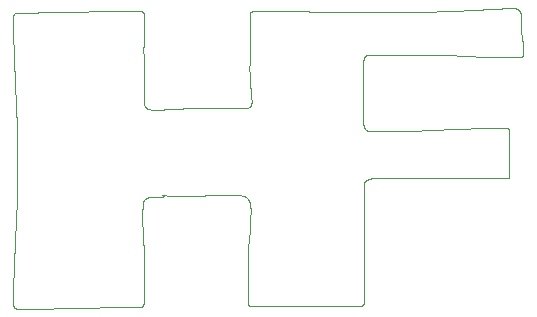
<source format=gbr>
%TF.GenerationSoftware,KiCad,Pcbnew,8.0.4*%
%TF.CreationDate,2024-09-21T16:19:46-07:00*%
%TF.ProjectId,solder_challenge_555,736f6c64-6572-45f6-9368-616c6c656e67,rev?*%
%TF.SameCoordinates,Original*%
%TF.FileFunction,Profile,NP*%
%FSLAX46Y46*%
G04 Gerber Fmt 4.6, Leading zero omitted, Abs format (unit mm)*
G04 Created by KiCad (PCBNEW 8.0.4) date 2024-09-21 16:19:46*
%MOMM*%
%LPD*%
G01*
G04 APERTURE LIST*
%TA.AperFunction,Profile*%
%ADD10C,0.100000*%
%TD*%
G04 APERTURE END LIST*
D10*
X145012942Y-41918403D02*
X145013354Y-41917003D01*
X157368480Y-50344191D02*
X157368480Y-50328315D01*
X158355426Y-41660575D02*
X158366008Y-41657929D01*
X139853097Y-37771199D02*
X139837222Y-37771199D01*
X135400136Y-38011970D02*
X135400136Y-38022553D01*
X151216279Y-47823152D02*
X151186513Y-47824350D01*
X115529467Y-37936811D02*
X115528915Y-37937106D01*
X144910045Y-62697457D02*
X144910293Y-62697358D01*
X144993895Y-62609057D02*
X144993932Y-62608598D01*
X151717002Y-47801530D02*
X151600585Y-47806821D01*
X148084270Y-51907882D02*
X148153064Y-51907882D01*
X126258791Y-62766384D02*
X126266728Y-62758448D01*
X145194530Y-41564272D02*
X145195029Y-41563667D01*
X145150052Y-47743318D02*
X145139468Y-47727443D01*
X149743205Y-51907882D02*
X149798770Y-51907882D01*
X157366302Y-47854946D02*
X157366077Y-47854698D01*
X152407607Y-41510090D02*
X152419514Y-41510405D01*
X147213805Y-47939108D02*
X147131786Y-47939108D01*
X145118301Y-47695692D02*
X145117820Y-47695196D01*
X158220157Y-37767246D02*
X158219661Y-37766429D01*
X125941287Y-37781781D02*
X125930704Y-37781781D01*
X145073324Y-47600442D02*
X145065385Y-47579274D01*
X135289364Y-62669729D02*
X135289512Y-62669977D01*
X115463776Y-58305506D02*
X115458485Y-58413986D01*
X145025699Y-47468148D02*
X145023756Y-47462195D01*
X115475517Y-62901060D02*
X115475765Y-62901138D01*
X135454622Y-37877322D02*
X135454295Y-37877963D01*
X148883312Y-51907882D02*
X148928291Y-51907882D01*
X158495654Y-41578552D02*
X158496121Y-41578057D01*
X135445617Y-54391385D02*
X135451239Y-54511259D01*
X144989659Y-62617222D02*
X144990143Y-62616713D01*
X135425841Y-62749885D02*
X135426090Y-62750061D01*
X149728340Y-37848688D02*
X149713421Y-37849045D01*
X153047897Y-41541510D02*
X153148441Y-41546802D01*
X115633110Y-62975726D02*
X115633852Y-62975867D01*
X136770685Y-37771199D02*
X136749519Y-37771199D01*
X158336147Y-39346906D02*
X158335924Y-39345052D01*
X136024560Y-62763731D02*
X136040435Y-62763731D01*
X157334094Y-51857617D02*
X157339385Y-51852325D01*
X157358371Y-47831163D02*
X157358146Y-47830894D01*
X145339899Y-47910124D02*
X145338907Y-47910035D01*
X126404308Y-60377196D02*
X126404308Y-60303112D01*
X124382878Y-62858982D02*
X124401399Y-62858982D01*
X126401660Y-37956406D02*
X126399015Y-37948469D01*
X139083165Y-37771199D02*
X139061998Y-37771199D01*
X142395765Y-62763731D02*
X142411639Y-62763731D01*
X138397893Y-37771199D02*
X138382018Y-37771199D01*
X144965217Y-62640790D02*
X144965366Y-62640542D01*
X140378160Y-37786428D02*
X140377441Y-37786214D01*
X126406950Y-38228927D02*
X126406950Y-38178656D01*
X147549823Y-47939108D02*
X147465160Y-47939108D01*
X145279696Y-41498183D02*
X145280439Y-41497828D01*
X126455731Y-45718302D02*
X126448624Y-45688193D01*
X126179157Y-37781548D02*
X126178887Y-37781345D01*
X123639396Y-37781781D02*
X123626168Y-37781781D01*
X135457098Y-37872247D02*
X135456930Y-37872417D01*
X157335161Y-47800118D02*
X157334973Y-47799875D01*
X144941049Y-62665842D02*
X144948987Y-62657904D01*
X158343196Y-39414905D02*
X158342961Y-39412933D01*
X157217666Y-47716867D02*
X157209731Y-47714222D01*
X135210499Y-62517230D02*
X135210756Y-62517926D01*
X144962207Y-42570738D02*
X144962207Y-42541633D01*
X126364860Y-37887622D02*
X126364620Y-37887614D01*
X158408332Y-39845531D02*
X158403041Y-39805844D01*
X125226914Y-62858982D02*
X125245434Y-62858982D01*
X124160629Y-62858982D02*
X124179150Y-62858982D01*
X135209640Y-62488573D02*
X135209640Y-62499157D01*
X126398124Y-62499146D02*
X126398252Y-62498595D01*
X140051547Y-37771199D02*
X140038316Y-37771199D01*
X144990847Y-42006015D02*
X144991313Y-42004527D01*
X145006199Y-62580184D02*
X145006586Y-62579579D01*
X158537998Y-41525635D02*
X158540641Y-41517698D01*
X125716393Y-37781781D02*
X125700518Y-37781781D01*
X146224248Y-51907882D02*
X146253352Y-51907882D01*
X157368480Y-48081990D02*
X157368480Y-48071406D01*
X135533091Y-45560532D02*
X135529460Y-45589683D01*
X126190245Y-37784660D02*
X126189997Y-37784427D01*
X158336906Y-38652261D02*
X158336906Y-38631094D01*
X135567281Y-37791929D02*
X135567054Y-37792133D01*
X126404308Y-61631321D02*
X126404308Y-61573113D01*
X145010316Y-47399756D02*
X145010055Y-47397915D01*
X158521050Y-41550851D02*
X158521238Y-41550548D01*
X135209721Y-62512835D02*
X135209779Y-62513554D01*
X115528429Y-37937379D02*
X115527997Y-37937636D01*
X140834705Y-62763731D02*
X140853225Y-62763731D01*
X135460049Y-37871092D02*
X135459812Y-37871252D01*
X135210756Y-62517926D02*
X135211059Y-62518592D01*
X135454295Y-37877963D02*
X135454118Y-37878275D01*
X157368480Y-49124451D02*
X157368480Y-49108576D01*
X115521866Y-44110505D02*
X115521985Y-44126489D01*
X135219136Y-62548954D02*
X135219224Y-62549359D01*
X135296943Y-62676426D02*
X135297936Y-62677413D01*
X126348503Y-37871732D02*
X126348277Y-37871709D01*
X158124922Y-37657428D02*
X158124039Y-37656686D01*
X135691182Y-62763731D02*
X135704412Y-62763731D01*
X115621783Y-37901315D02*
X115621048Y-37901490D01*
X145005522Y-62581491D02*
X145005843Y-62580820D01*
X115540035Y-37930925D02*
X115539457Y-37931246D01*
X126406950Y-38070177D02*
X126406950Y-38059594D01*
X135601566Y-37783108D02*
X135600895Y-37783126D01*
X157219651Y-47718396D02*
X157219155Y-47718093D01*
X115934734Y-37895552D02*
X115921505Y-37895552D01*
X126390221Y-62547719D02*
X126390435Y-62546951D01*
X126335062Y-62676179D02*
X126335256Y-62675514D01*
X137770803Y-62763731D02*
X137784034Y-62763731D01*
X126397624Y-62508589D02*
X126397673Y-62507587D01*
X145305490Y-52064876D02*
X145306483Y-52064157D01*
X126391220Y-62533023D02*
X126391302Y-62532113D01*
X135638507Y-37773605D02*
X135638252Y-37773845D01*
X145065503Y-62408415D02*
X145065424Y-62407507D01*
X135283716Y-62660551D02*
X135289007Y-62668488D01*
X126424407Y-45517803D02*
X126421556Y-45479648D01*
X125605266Y-37781781D02*
X125589390Y-37781781D01*
X158332055Y-38052650D02*
X158331851Y-38052153D01*
X126347173Y-37871285D02*
X126347021Y-37871171D01*
X157265289Y-51897301D02*
X157273227Y-51894655D01*
X115564318Y-45150425D02*
X115564437Y-45165427D01*
X116471838Y-62983336D02*
X116490359Y-62983336D01*
X145262506Y-47866019D02*
X145261760Y-47865383D01*
X145009836Y-62575884D02*
X145015126Y-62565300D01*
X144993963Y-62607636D02*
X144999254Y-62597052D01*
X135600895Y-37783126D02*
X135600185Y-37783175D01*
X117080380Y-62983336D02*
X117101547Y-62983336D01*
X145247008Y-47851713D02*
X145246216Y-47851178D01*
X158477622Y-41597679D02*
X158478100Y-41597265D01*
X157369092Y-51804020D02*
X157369240Y-51803821D01*
X115370946Y-38155757D02*
X115371064Y-38156383D01*
X115445932Y-62873955D02*
X115446124Y-62874203D01*
X145017759Y-54003382D02*
X145017759Y-53934592D01*
X157368480Y-49748873D02*
X157368480Y-49738290D01*
X144969680Y-42140953D02*
X144970145Y-42139465D01*
X140498693Y-62763731D02*
X140511924Y-62763731D01*
X115371172Y-61633967D02*
X115371172Y-61708050D01*
X115596068Y-37908781D02*
X115585485Y-37911427D01*
X136225644Y-37771199D02*
X136209770Y-37771199D01*
X135443507Y-55075443D02*
X135424283Y-55411629D01*
X158286126Y-37887285D02*
X158285763Y-37886293D01*
X157368480Y-48264551D02*
X157368480Y-48251323D01*
X140314713Y-37770588D02*
X140314266Y-37770440D01*
X145005843Y-62580820D02*
X145006199Y-62580184D01*
X145098068Y-47659644D02*
X145097135Y-47658651D01*
X157290924Y-51888248D02*
X157291102Y-51888103D01*
X145257878Y-52096872D02*
X145258737Y-52096352D01*
X148645198Y-47923236D02*
X148621386Y-47923277D01*
X135425590Y-62749733D02*
X135425841Y-62749885D01*
X115370019Y-38149649D02*
X115370000Y-38150000D01*
X140375453Y-37785302D02*
X140375156Y-37785105D01*
X126245040Y-62781019D02*
X126245387Y-62780770D01*
X126245713Y-62780522D02*
X126246017Y-62780274D01*
X126052412Y-37781781D02*
X126039183Y-37781781D01*
X144777075Y-62757438D02*
X144777875Y-62757280D01*
X142996360Y-62763731D02*
X143017528Y-62763731D01*
X145054809Y-57898049D02*
X145052161Y-57800152D01*
X157367621Y-47856930D02*
X157367365Y-47856434D01*
X135400136Y-39448657D02*
X135400136Y-39514802D01*
X135597784Y-37783664D02*
X135597339Y-37783815D01*
X144880197Y-62713463D02*
X144890781Y-62708172D01*
X115480616Y-62904459D02*
X115481269Y-62904937D01*
X142218496Y-37847928D02*
X142154996Y-37847928D01*
X145525756Y-51974027D02*
X145546924Y-51968735D01*
X126281813Y-55533584D02*
X126279623Y-55412951D01*
X127465286Y-46128600D02*
X127355608Y-46129773D01*
X157223125Y-47719432D02*
X157222629Y-47719373D01*
X138244426Y-62763731D02*
X138260301Y-62763731D01*
X135449631Y-54921240D02*
X135443507Y-55075443D01*
X157369643Y-51802560D02*
X157369617Y-51802430D01*
X117045984Y-37895552D02*
X117024818Y-37895552D01*
X158343588Y-39429938D02*
X158343539Y-39428167D01*
X145307905Y-41484702D02*
X145308594Y-41484375D01*
X135568426Y-37791208D02*
X135568254Y-37791278D01*
X158342197Y-39408969D02*
X158339549Y-39379865D01*
X144795528Y-62753145D02*
X144806112Y-62750498D01*
X125843396Y-62858982D02*
X125856624Y-62858982D01*
X145113499Y-52232355D02*
X145114000Y-52231447D01*
X157225604Y-51907882D02*
X157233543Y-51907882D01*
X135303641Y-62681533D02*
X135303889Y-62681598D01*
X157336989Y-47802882D02*
X157336864Y-47802708D01*
X157368480Y-50095477D02*
X157368480Y-50082249D01*
X158348537Y-41662999D02*
X158349142Y-41662890D01*
X126394189Y-37933119D02*
X126393964Y-37932849D01*
X124697739Y-62858982D02*
X124718906Y-62858982D01*
X116829026Y-37895552D02*
X116807859Y-37895552D01*
X157368480Y-48370384D02*
X157368480Y-48357154D01*
X115384872Y-62776615D02*
X115385048Y-62777286D01*
X124224127Y-37781781D02*
X124208252Y-37781781D01*
X115526578Y-37938664D02*
X115526243Y-37938960D01*
X158500067Y-41573379D02*
X158500266Y-41573328D01*
X115470472Y-37977226D02*
X115470169Y-37977345D01*
X115470783Y-37977085D02*
X115470472Y-37977226D01*
X145355141Y-52040832D02*
X145357223Y-52039840D01*
X115524631Y-62933066D02*
X115532568Y-62938357D01*
X152645069Y-41519440D02*
X152651023Y-41520343D01*
X145019922Y-62555244D02*
X145020417Y-62554718D01*
X154873504Y-37652137D02*
X154717399Y-37660074D01*
X145015901Y-41906382D02*
X145016196Y-41905350D01*
X153539985Y-51907882D02*
X153619361Y-51907882D01*
X135208476Y-58631430D02*
X135208647Y-58642851D01*
X115371937Y-38145909D02*
X115371786Y-38146160D01*
X153014074Y-47743362D02*
X152987988Y-47743651D01*
X137889873Y-62763731D02*
X137900457Y-62763731D01*
X140312581Y-37770083D02*
X140312181Y-37770046D01*
X116014109Y-37895552D02*
X116000880Y-37895552D01*
X144806112Y-62750498D02*
X144816695Y-62745207D01*
X126406950Y-40075719D02*
X126406950Y-40004281D01*
X142242297Y-62763731D02*
X142252881Y-62763731D01*
X158281352Y-41663221D02*
X158291934Y-41663221D01*
X135551931Y-37801962D02*
X135550939Y-37802949D01*
X126320447Y-37845960D02*
X126320165Y-37845748D01*
X157368480Y-49822958D02*
X157368480Y-49812374D01*
X157238006Y-51907411D02*
X157238502Y-51907236D01*
X145595527Y-51956285D02*
X145597025Y-51956012D01*
X115623269Y-37901065D02*
X115622526Y-37901174D01*
X135511256Y-62763731D02*
X135524486Y-62763731D01*
X158454990Y-40173961D02*
X158454314Y-40169315D01*
X126177680Y-37780799D02*
X126177352Y-37780722D01*
X135257293Y-62621361D02*
X135257330Y-62621610D01*
X157368480Y-49235579D02*
X157368480Y-49219704D01*
X145335931Y-47909772D02*
X145335434Y-47909648D01*
X135421302Y-40972657D02*
X135421302Y-41054678D01*
X145316405Y-52059952D02*
X145317397Y-52059574D01*
X138934995Y-37771199D02*
X138913827Y-37771199D01*
X152736896Y-41524865D02*
X152748916Y-41525635D01*
X145248530Y-47852846D02*
X145247777Y-47852268D01*
X158546927Y-40832827D02*
X158546692Y-40830986D01*
X126007436Y-62858982D02*
X126020665Y-62858982D01*
X115636004Y-62976512D02*
X115636669Y-62976815D01*
X157288132Y-51889225D02*
X157288610Y-51889143D01*
X115389693Y-40967364D02*
X115392339Y-41065260D01*
X158424213Y-39964593D02*
X158424153Y-39962549D01*
X157368480Y-50201312D02*
X157368480Y-50185437D01*
X135574750Y-37789720D02*
X135574269Y-37789953D01*
X145193471Y-41565405D02*
X145193748Y-41565131D01*
X115503795Y-62918170D02*
X115504291Y-62918491D01*
X115387693Y-40930808D02*
X115388164Y-40943138D01*
X152802037Y-47749810D02*
X152775331Y-47750265D01*
X126323776Y-62692233D02*
X126324272Y-62691434D01*
X145192883Y-47802489D02*
X145192386Y-47801526D01*
X125412121Y-62858982D02*
X125430641Y-62858982D01*
X136728351Y-37771199D02*
X136707183Y-37771199D01*
X115702661Y-48736730D02*
X115703017Y-48748300D01*
X123951604Y-62858982D02*
X123967479Y-62858982D01*
X115448232Y-62876187D02*
X115448866Y-62876683D01*
X158556506Y-41292803D02*
X158556506Y-41276927D01*
X148295936Y-51907882D02*
X148370017Y-51907882D01*
X154037391Y-47716867D02*
X153942142Y-47719512D01*
X144911285Y-62696722D02*
X144911533Y-62696511D01*
X157356603Y-47827801D02*
X157356585Y-47827387D01*
X139075218Y-62763731D02*
X139096385Y-62763731D01*
X144507118Y-62763731D02*
X144520347Y-62763731D01*
X155995319Y-51907882D02*
X156050884Y-51907882D01*
X137088191Y-37771199D02*
X137067025Y-37771199D01*
X144896072Y-62704535D02*
X144896570Y-62704179D01*
X141842769Y-62763731D02*
X141858644Y-62763731D01*
X135074624Y-45982325D02*
X134998841Y-45991719D01*
X140487788Y-37841660D02*
X140487292Y-37841339D01*
X145247777Y-47852268D02*
X145247008Y-47851713D01*
X157369634Y-51802977D02*
X157369653Y-51802832D01*
X135387947Y-62737020D02*
X135388552Y-62737269D01*
X115702010Y-48803981D02*
X115701901Y-48814901D01*
X126404308Y-60154948D02*
X126404308Y-60078217D01*
X144753771Y-62763510D02*
X144754516Y-62763400D01*
X152264732Y-41507113D02*
X152359981Y-41509759D01*
X117332726Y-37896214D02*
X117279685Y-37896627D01*
X138527534Y-37771199D02*
X138509013Y-37771199D01*
X126305607Y-62717537D02*
X126305889Y-62717078D01*
X158556570Y-41462880D02*
X158556535Y-41462632D01*
X144962207Y-47076567D02*
X144961771Y-47074583D01*
X145018947Y-62556450D02*
X145019431Y-62555824D01*
X157304790Y-51880085D02*
X157305006Y-51880065D01*
X126174864Y-37780683D02*
X126174121Y-37780789D01*
X157178973Y-47706177D02*
X157178725Y-47706223D01*
X156440538Y-37575863D02*
X156399157Y-37577723D01*
X115379110Y-40581073D02*
X115381756Y-40676323D01*
X115475269Y-62900970D02*
X115475517Y-62901060D01*
X135570179Y-37791040D02*
X135569790Y-37791043D01*
X115371172Y-38178656D02*
X115371172Y-38189239D01*
X153786083Y-41578552D02*
X153889270Y-41583844D01*
X115469068Y-58194382D02*
X115463776Y-58305506D01*
X126394780Y-37933997D02*
X126394597Y-37933694D01*
X115416152Y-41787573D02*
X115421443Y-41896052D01*
X157273227Y-51894655D02*
X157281165Y-51892010D01*
X157286337Y-51890129D02*
X157286389Y-51889978D01*
X157873566Y-37527783D02*
X157871266Y-37527276D01*
X158363353Y-39599469D02*
X158355418Y-39557136D01*
X135399700Y-37983362D02*
X135399525Y-37983610D01*
X124631588Y-37781781D02*
X124610420Y-37781781D01*
X157913585Y-37541012D02*
X157897708Y-37535720D01*
X115534434Y-37934253D02*
X115533530Y-37934744D01*
X116564443Y-62983336D02*
X116582964Y-62983336D01*
X135420185Y-40913126D02*
X135420655Y-40923048D01*
X145890874Y-51907882D02*
X145901458Y-51907882D01*
X151531814Y-37797658D02*
X151396880Y-37802949D01*
X150095115Y-47875614D02*
X149986633Y-47880906D01*
X144897352Y-62703712D02*
X144897629Y-62703576D01*
X135291983Y-62672457D02*
X135292616Y-62672953D01*
X146864553Y-41475363D02*
X146885721Y-41475363D01*
X145149302Y-52187983D02*
X145150045Y-52187346D01*
X143914457Y-62763731D02*
X143935624Y-62763731D01*
X157765123Y-37508089D02*
X157763908Y-37508099D01*
X145334938Y-47909499D02*
X145333946Y-47909137D01*
X153698737Y-51907882D02*
X153778114Y-51907882D01*
X137172860Y-37771199D02*
X137151695Y-37771199D01*
X158335790Y-38075718D02*
X158335488Y-38074399D01*
X158346349Y-41663203D02*
X158346869Y-41663179D01*
X126406950Y-39067656D02*
X126406950Y-39006802D01*
X126415675Y-45220294D02*
X126417396Y-45121478D01*
X151507980Y-51907882D02*
X151582061Y-51907882D01*
X158512048Y-40538580D02*
X158511541Y-40534440D01*
X135487967Y-37844787D02*
X135487441Y-37845283D01*
X145210406Y-41549913D02*
X145210902Y-41549446D01*
X115688672Y-37895552D02*
X115675443Y-37895552D01*
X126388901Y-62551104D02*
X126389308Y-62550196D01*
X145207787Y-41551725D02*
X145208877Y-41551058D01*
X135209640Y-59726317D02*
X135209640Y-59808337D01*
X144891714Y-62707677D02*
X144892138Y-62707431D01*
X123417149Y-37781781D02*
X123401274Y-37781781D01*
X135404354Y-40677605D02*
X135405429Y-40697160D01*
X135767904Y-37771199D02*
X135754674Y-37771199D01*
X158473418Y-40298011D02*
X158472726Y-40294006D01*
X146369783Y-47939108D02*
X146298347Y-47939108D01*
X155029605Y-37644199D02*
X154873504Y-37652137D01*
X115382221Y-38103611D02*
X115381756Y-38104573D01*
X142670923Y-62763731D02*
X142689443Y-62763731D01*
X140489524Y-37842453D02*
X140489276Y-37842375D01*
X144893923Y-62706230D02*
X144896072Y-62704535D01*
X145571061Y-51963324D02*
X145572537Y-51963181D01*
X126393842Y-40674338D02*
X126394178Y-40664416D01*
X135257262Y-62620865D02*
X135257270Y-62621113D01*
X135210111Y-62515775D02*
X135210286Y-62516510D01*
X126338513Y-37862568D02*
X126338422Y-37862400D01*
X155646068Y-51907882D02*
X155706920Y-51907882D01*
X117016880Y-62983336D02*
X117038047Y-62983336D01*
X144757575Y-62762614D02*
X144758398Y-62762311D01*
X145017759Y-54813008D02*
X145017759Y-54736277D01*
X126346101Y-62652615D02*
X126346131Y-62652089D01*
X145941148Y-51907882D02*
X145957023Y-51907882D01*
X157273227Y-47740678D02*
X157265289Y-47735386D01*
X145317405Y-41481533D02*
X145318393Y-41481121D01*
X115383314Y-62768558D02*
X115383402Y-62768964D01*
X115445316Y-62872715D02*
X115445389Y-62872963D01*
X157368480Y-47902072D02*
X157368480Y-47894136D01*
X158373262Y-41655896D02*
X158373476Y-41655720D01*
X126228636Y-37793690D02*
X126228031Y-37793688D01*
X144969272Y-42142442D02*
X144969680Y-42140953D01*
X144991509Y-62615103D02*
X144991923Y-62614525D01*
X157357906Y-51825866D02*
X157360549Y-51820574D01*
X115569610Y-55950720D02*
X115564318Y-56069783D01*
X145265565Y-47868293D02*
X145264773Y-47867758D01*
X145086551Y-41713487D02*
X145088535Y-41709560D01*
X145194412Y-47805082D02*
X145193892Y-47804259D01*
X124208252Y-37781781D02*
X124192376Y-37781781D01*
X126200582Y-62808714D02*
X126201108Y-62808219D01*
X158351470Y-39513619D02*
X158351449Y-39509842D01*
X135384999Y-62735302D02*
X135385250Y-62735502D01*
X125748143Y-37781781D02*
X125732269Y-37781781D01*
X158520250Y-41552461D02*
X158520546Y-41551804D01*
X157819475Y-37517060D02*
X157817004Y-37516869D01*
X142475137Y-62763731D02*
X142491012Y-62763731D01*
X145189735Y-52151296D02*
X145202964Y-52140713D01*
X116678214Y-62983336D02*
X116699380Y-62983336D01*
X126355507Y-37877520D02*
X126355266Y-37877378D01*
X139601733Y-62763731D02*
X139617608Y-62763731D01*
X138366143Y-37771199D02*
X138350271Y-37771199D01*
X139633483Y-62763731D02*
X139649356Y-62763731D01*
X140466953Y-37826762D02*
X140459016Y-37821470D01*
X145062747Y-62433003D02*
X145065395Y-62419773D01*
X153375945Y-51907882D02*
X153457965Y-51907882D01*
X126366487Y-37888309D02*
X126366342Y-37888184D01*
X144968893Y-47163067D02*
X144968843Y-47161073D01*
X157368480Y-48799014D02*
X157368480Y-48780493D01*
X144979388Y-42059237D02*
X144979409Y-42056452D01*
X123718772Y-62858982D02*
X123732002Y-62858982D01*
X139805475Y-37771199D02*
X139789600Y-37771199D01*
X125377723Y-37781781D02*
X125359202Y-37781781D01*
X157307628Y-51878783D02*
X157312923Y-51876137D01*
X116154338Y-62983336D02*
X116170213Y-62983336D01*
X145216193Y-52130129D02*
X145229425Y-52119545D01*
X145044226Y-62506761D02*
X145044732Y-62504968D01*
X115628924Y-62975401D02*
X115630216Y-62975437D01*
X145040930Y-57340595D02*
X145040460Y-57328120D01*
X149031501Y-37847928D02*
X148917728Y-37847928D01*
X157368480Y-51328447D02*
X157368480Y-51312572D01*
X157368480Y-50989777D02*
X157368480Y-50971256D01*
X145232070Y-41533571D02*
X145242654Y-41525634D01*
X126406950Y-38710469D02*
X126406950Y-38654906D01*
X158493710Y-41580123D02*
X158494183Y-41579796D01*
X135635854Y-37773886D02*
X135635158Y-37773926D01*
X153162217Y-41546921D02*
X153175808Y-41547257D01*
X157368480Y-51484552D02*
X157368480Y-51471322D01*
X145018875Y-52454246D02*
X145019178Y-52453253D01*
X157365836Y-51809990D02*
X157368480Y-51804699D01*
X141231599Y-37847928D02*
X141186620Y-37847928D01*
X126300290Y-62723583D02*
X126300850Y-62723005D01*
X136582828Y-37771199D02*
X136564306Y-37771199D01*
X158513723Y-40547775D02*
X158513310Y-40546114D01*
X158114673Y-41663221D02*
X158162296Y-41663221D01*
X135400136Y-38506741D02*
X135400136Y-38559657D01*
X158474452Y-41600186D02*
X158474475Y-41599960D01*
X140747394Y-62763731D02*
X140763269Y-62763731D01*
X135606254Y-37782015D02*
X135606005Y-37782219D01*
X158342633Y-39410953D02*
X158342197Y-39408969D01*
X139392732Y-37771199D02*
X139374212Y-37771199D01*
X145065395Y-60940756D02*
X145065395Y-60871964D01*
X126354284Y-37877046D02*
X126354036Y-37877031D01*
X115372516Y-38141299D02*
X115372495Y-38142607D01*
X157648982Y-37509262D02*
X157627818Y-37509262D01*
X136707183Y-37771199D02*
X136686015Y-37771199D01*
X144247831Y-62763731D02*
X144263706Y-62763731D01*
X115476137Y-37973108D02*
X115475192Y-37973956D01*
X115619632Y-37901960D02*
X115618967Y-37902263D01*
X145337915Y-47910005D02*
X145337419Y-47909990D01*
X135218880Y-62544607D02*
X135218898Y-62545185D01*
X136651626Y-62763731D02*
X136675437Y-62763731D01*
X145039757Y-41823247D02*
X145040157Y-41822215D01*
X150193034Y-41475363D02*
X150269763Y-41475363D01*
X158336534Y-39329181D02*
X158336797Y-39325512D01*
X115387378Y-40918416D02*
X115387693Y-40930808D01*
X141996223Y-62763731D02*
X142009454Y-62763731D01*
X141101951Y-37847928D02*
X141059617Y-37847928D01*
X135400136Y-40581074D02*
X135400178Y-40600504D01*
X157040420Y-51907882D02*
X157051002Y-51907882D01*
X116106713Y-62983336D02*
X116122588Y-62983336D01*
X137564443Y-37771199D02*
X137548568Y-37771199D01*
X126562953Y-53649344D02*
X126573309Y-53642475D01*
X153211906Y-51907882D02*
X153293926Y-51907882D01*
X136500810Y-62763731D02*
X136521978Y-62763731D01*
X126404308Y-62022904D02*
X126404308Y-61969988D01*
X158455512Y-40178452D02*
X158454990Y-40173961D01*
X126406945Y-37971289D02*
X126406933Y-37970793D01*
X137770810Y-37771199D02*
X137754936Y-37771199D01*
X145024168Y-52422495D02*
X145024471Y-52421503D01*
X126326257Y-62688664D02*
X126326753Y-62688059D01*
X140699771Y-62763731D02*
X140715646Y-62763731D01*
X115459642Y-37983370D02*
X115459394Y-37983541D01*
X115606651Y-37906135D02*
X115596068Y-37908781D01*
X146562913Y-51907882D02*
X146602601Y-51907882D01*
X115678089Y-53500674D02*
X115675443Y-53595923D01*
X136027210Y-37771199D02*
X136013980Y-37771199D01*
X145569578Y-51963413D02*
X145571061Y-51963324D01*
X149470680Y-51907882D02*
X149523597Y-51907882D01*
X145094620Y-41698772D02*
X145094720Y-41698279D01*
X135894910Y-37771199D02*
X135881681Y-37771199D01*
X157357673Y-47830390D02*
X157357469Y-47830143D01*
X115384402Y-60218447D02*
X115381756Y-60308403D01*
X125319517Y-62858982D02*
X125338038Y-62858982D01*
X115532568Y-37935240D02*
X115530816Y-37936118D01*
X123991289Y-37781781D02*
X123978061Y-37781781D01*
X158499701Y-41573522D02*
X158499878Y-41573444D01*
X145396112Y-41475363D02*
X145406694Y-41475363D01*
X135372843Y-62726083D02*
X135373339Y-62726497D01*
X125057576Y-62858982D02*
X125078743Y-62858982D01*
X115667464Y-47423441D02*
X115667505Y-47449652D01*
X115585485Y-55601467D02*
X115580193Y-55717886D01*
X152074233Y-41501821D02*
X152169482Y-41504467D01*
X138456085Y-62763731D02*
X138474607Y-62763731D01*
X135304633Y-62681709D02*
X135304881Y-62681717D01*
X126391039Y-62542393D02*
X126391075Y-62540709D01*
X150431133Y-47859740D02*
X150317363Y-47865031D01*
X140890268Y-62763731D02*
X140908788Y-62763731D01*
X148973270Y-51907882D02*
X149020892Y-51907882D01*
X135415826Y-54126360D02*
X135423707Y-54175512D01*
X158549432Y-41488429D02*
X158549689Y-41487933D01*
X140339040Y-37776450D02*
X140338249Y-37776410D01*
X158516826Y-41557385D02*
X158517067Y-41557370D01*
X126346556Y-62650216D02*
X126346795Y-62649520D01*
X136453182Y-37771199D02*
X136434661Y-37771199D01*
X145017759Y-54508736D02*
X145017759Y-54434653D01*
X157280297Y-47744398D02*
X157280086Y-47744247D01*
X155439693Y-47706286D02*
X155360317Y-47706286D01*
X126406950Y-39583593D02*
X126406950Y-39517447D01*
X124097124Y-37781781D02*
X124081249Y-37781781D01*
X115701901Y-52021651D02*
X115701901Y-52101026D01*
X155347110Y-37628324D02*
X155188358Y-37636262D01*
X145017759Y-52513778D02*
X145017759Y-52497903D01*
X139522361Y-62763731D02*
X139538236Y-62763731D01*
X115385275Y-60206655D02*
X115384402Y-60218447D01*
X145610425Y-41475363D02*
X145628946Y-41475363D01*
X123732002Y-62858982D02*
X123745230Y-62858982D01*
X135295175Y-53763976D02*
X135313357Y-53797692D01*
X158306923Y-37957064D02*
X158306557Y-37956059D01*
X145057324Y-52327031D02*
X145057413Y-52326447D01*
X157307256Y-51879121D02*
X157307380Y-51879015D01*
X136622514Y-37771199D02*
X136601348Y-37771199D01*
X126404308Y-59522591D02*
X126404308Y-59440571D01*
X115826255Y-37895552D02*
X115810380Y-37895552D01*
X126406950Y-38382385D02*
X126406950Y-38329469D01*
X135109909Y-45976779D02*
X135074624Y-45982325D01*
X137675550Y-62763731D02*
X137691423Y-62763731D01*
X153616481Y-37716505D02*
X153598053Y-37717451D01*
X135402784Y-40657803D02*
X135403662Y-40667720D01*
X126358255Y-62629007D02*
X126358551Y-62628271D01*
X115606651Y-46118799D02*
X115611943Y-46235215D01*
X135443940Y-37893838D02*
X135443456Y-37894453D01*
X126304058Y-62719631D02*
X126304381Y-62719237D01*
X145017759Y-54892382D02*
X145017759Y-54813008D01*
X126399661Y-40555922D02*
X126400131Y-40546470D01*
X145017898Y-52460199D02*
X145017980Y-52459207D01*
X115371172Y-38189239D02*
X115371172Y-38199823D01*
X144890781Y-62708172D02*
X144891262Y-62707924D01*
X126404416Y-62450864D02*
X126404337Y-62449872D01*
X142800567Y-62763731D02*
X142819087Y-62763731D01*
X126429813Y-44785220D02*
X126441347Y-44526011D01*
X157337380Y-47803349D02*
X157337246Y-47803203D01*
X135214931Y-62530907D02*
X135217578Y-62541491D01*
X146872505Y-37847928D02*
X146785192Y-37847928D01*
X140483820Y-37838332D02*
X140482827Y-37837345D01*
X158490367Y-41583603D02*
X158490390Y-41583378D01*
X148597574Y-47923567D02*
X148585667Y-47923882D01*
X126224041Y-62797055D02*
X126224311Y-62796826D01*
X140731519Y-62763731D02*
X140747394Y-62763731D01*
X158423385Y-39955788D02*
X158422537Y-39950873D01*
X145065395Y-61073048D02*
X145065395Y-61006901D01*
X135218898Y-62545185D02*
X135218901Y-62545791D01*
X125777251Y-62858982D02*
X125790479Y-62858982D01*
X135400136Y-40062490D02*
X135400136Y-40133928D01*
X115441262Y-38003204D02*
X115440941Y-38003700D01*
X157302906Y-51880216D02*
X157303031Y-51880175D01*
X135305749Y-62682544D02*
X135306695Y-62683391D01*
X126406950Y-37996094D02*
X126406950Y-37988156D01*
X157368480Y-51201444D02*
X157368480Y-51185569D01*
X144961835Y-47052755D02*
X144962099Y-47048786D01*
X147033891Y-41475363D02*
X147055057Y-41475363D01*
X145065395Y-61456692D02*
X145065395Y-61395838D01*
X121292546Y-37818823D02*
X120215692Y-37839990D01*
X115396752Y-62799900D02*
X115397631Y-62800783D01*
X126404308Y-61073050D02*
X126404308Y-61006903D01*
X145043994Y-41811594D02*
X145044090Y-41810901D01*
X137477132Y-37771199D02*
X137458612Y-37771199D01*
X135421302Y-41054678D02*
X135421302Y-41136699D01*
X135400136Y-38086053D02*
X135400136Y-38096636D01*
X126178887Y-37781345D02*
X126178603Y-37781170D01*
X144782383Y-62757045D02*
X144782918Y-62756949D01*
X115474360Y-58083256D02*
X115469068Y-58194382D01*
X144962207Y-46909879D02*
X144962207Y-46875483D01*
X145017759Y-52497903D02*
X145017759Y-52482027D01*
X123337775Y-37781781D02*
X123321900Y-37781781D01*
X145802432Y-51917121D02*
X145803979Y-51917071D01*
X126594393Y-53629380D02*
X126605121Y-53623138D01*
X135360441Y-62718752D02*
X135368379Y-62724043D01*
X141268626Y-62763731D02*
X141289792Y-62763731D01*
X135493566Y-37840968D02*
X135492403Y-37841644D01*
X116765526Y-37895552D02*
X116744359Y-37895552D01*
X135209640Y-62110214D02*
X135209640Y-62163132D01*
X152090267Y-47783711D02*
X152060958Y-47785654D01*
X158282367Y-37880340D02*
X158281049Y-37878355D01*
X157193855Y-51907882D02*
X157201793Y-51907882D01*
X145310560Y-47895618D02*
X145309921Y-47895122D01*
X145373631Y-47922532D02*
X145371647Y-47921576D01*
X126407386Y-40369766D02*
X126407710Y-40364889D01*
X157362727Y-51815778D02*
X157362953Y-51815530D01*
X154500415Y-47706286D02*
X154410457Y-47706286D01*
X157236518Y-51907742D02*
X157237014Y-51907660D01*
X115701901Y-51421047D02*
X115701901Y-51492484D01*
X144784447Y-62756228D02*
X144784696Y-62756024D01*
X145063621Y-58195706D02*
X145062747Y-58183800D01*
X124885594Y-62858982D02*
X124909406Y-62858982D01*
X145268555Y-52090510D02*
X145269666Y-52089660D01*
X143935624Y-62763731D02*
X143956790Y-62763731D01*
X115622526Y-37901174D02*
X115621783Y-37901315D01*
X123938374Y-37781781D02*
X123925144Y-37781781D01*
X144781250Y-62757112D02*
X144781828Y-62757094D01*
X145143103Y-41619019D02*
X145143599Y-41618169D01*
X126396148Y-37938157D02*
X126396039Y-37937555D01*
X115550041Y-37927053D02*
X115549435Y-37927302D01*
X115477006Y-37972281D02*
X115476137Y-37973108D01*
X158292617Y-37910565D02*
X158292377Y-37909733D01*
X115664860Y-53990151D02*
X115659568Y-54090693D01*
X157368480Y-48621742D02*
X157368480Y-48605868D01*
X134386785Y-46010324D02*
X134116124Y-46005735D01*
X158515761Y-40555731D02*
X158515434Y-40554050D01*
X145016523Y-41904334D02*
X145016888Y-41903330D01*
X156468917Y-47706286D02*
X156402770Y-47706286D01*
X145291626Y-47883217D02*
X145290809Y-47882721D01*
X145065831Y-62418811D02*
X145066006Y-62418350D01*
X145171220Y-47775069D02*
X145160636Y-47759194D01*
X145736609Y-51925157D02*
X145738121Y-51924830D01*
X158092724Y-37632836D02*
X158090854Y-37630970D01*
X115701901Y-50624651D02*
X115701901Y-50690797D01*
X145017759Y-54582819D02*
X145017759Y-54508736D01*
X145754734Y-51921988D02*
X145756630Y-51921576D01*
X126324272Y-62691434D02*
X126324768Y-62690682D01*
X117109484Y-37895552D02*
X117088318Y-37895552D01*
X143231843Y-62763731D02*
X143255655Y-62763731D01*
X115670327Y-62984033D02*
X115671888Y-62983708D01*
X157179469Y-47706059D02*
X157178973Y-47706177D01*
X158336906Y-38546427D02*
X158336906Y-38525261D01*
X126327517Y-37850107D02*
X126327444Y-37849894D01*
X135410719Y-40773227D02*
X135411795Y-40793691D01*
X116559151Y-37895552D02*
X116540630Y-37895552D01*
X115638401Y-46801422D02*
X115643693Y-46912546D01*
X146740199Y-47939108D02*
X146663469Y-47939108D01*
X126137079Y-37781781D02*
X126126495Y-37781781D01*
X135566814Y-37792366D02*
X135558877Y-37797658D01*
X158556506Y-41438324D02*
X158556506Y-41430386D01*
X145043559Y-47520197D02*
X145042566Y-47517876D01*
X138403169Y-62763731D02*
X138419044Y-62763731D01*
X145261007Y-47864712D02*
X145259445Y-47863249D01*
X135400136Y-39919615D02*
X135400136Y-39991053D01*
X157824168Y-37517194D02*
X157821883Y-37517158D01*
X157368480Y-50542629D02*
X157368480Y-50524107D01*
X126224868Y-37793452D02*
X126224462Y-37793365D01*
X140133569Y-37771199D02*
X140117694Y-37771199D01*
X139231334Y-37771199D02*
X139210168Y-37771199D01*
X145065395Y-58556862D02*
X145065395Y-58464257D01*
X135947831Y-37771199D02*
X135934600Y-37771199D01*
X143993833Y-62763731D02*
X144012353Y-62763731D01*
X126398403Y-62498054D02*
X126398580Y-62497523D01*
X145102426Y-41687029D02*
X145102922Y-41686503D01*
X135306695Y-62683391D02*
X135307255Y-62683868D01*
X135209640Y-61464628D02*
X135209640Y-61528128D01*
X126234894Y-62788888D02*
X126235449Y-62788382D01*
X135783792Y-62763731D02*
X135797023Y-62763731D01*
X158498309Y-40454073D02*
X158493018Y-40422323D01*
X135458836Y-37871681D02*
X135458589Y-37871726D01*
X123821959Y-37781781D02*
X123811375Y-37781781D01*
X157368480Y-51344322D02*
X157368480Y-51328447D01*
X135557388Y-37797919D02*
X135557140Y-37798010D01*
X157368259Y-47858914D02*
X157368150Y-47858418D01*
X135400136Y-39580948D02*
X135400136Y-39647094D01*
X145755946Y-41475363D02*
X145779758Y-41475363D01*
X145573383Y-41475363D02*
X145591903Y-41475363D01*
X151214290Y-51907882D02*
X151285732Y-51907882D01*
X135374331Y-62727391D02*
X135375323Y-62728347D01*
X144971146Y-47176543D02*
X144970911Y-47174912D01*
X126377875Y-53853713D02*
X126384862Y-53841260D01*
X150486713Y-37832053D02*
X150359714Y-37834699D01*
X158499374Y-41573715D02*
X158499533Y-41573613D01*
X115370413Y-38148012D02*
X115370289Y-38148320D01*
X115477750Y-37972214D02*
X115477502Y-37972251D01*
X158494424Y-41579619D02*
X158494667Y-41579431D01*
X140715646Y-62763731D02*
X140731519Y-62763731D01*
X135489438Y-45740278D02*
X135479512Y-45761615D01*
X115421634Y-38034753D02*
X115421197Y-38035414D01*
X145376608Y-47923840D02*
X145375616Y-47923426D01*
X115412514Y-41734656D02*
X115414208Y-41761362D01*
X115372818Y-38139038D02*
X115372661Y-38139837D01*
X158064403Y-41663221D02*
X158114673Y-41663221D01*
X115701570Y-52726767D02*
X115701255Y-52737681D01*
X144962538Y-42198004D02*
X144962678Y-42196653D01*
X135209640Y-61768902D02*
X135209640Y-61827111D01*
X157154216Y-37530429D02*
X156984882Y-37541012D01*
X126204396Y-62805879D02*
X126205131Y-62805465D01*
X158521238Y-41550548D02*
X158521438Y-41550255D01*
X145042994Y-41815483D02*
X145043394Y-41814234D01*
X119138838Y-37861156D02*
X118196922Y-37879677D01*
X115371253Y-62721856D02*
X115371312Y-62722576D01*
X126222236Y-37792597D02*
X126221748Y-37792365D01*
X155987422Y-41663221D02*
X155998103Y-41663980D01*
X145167607Y-41589659D02*
X145168080Y-41589389D01*
X137104057Y-62763731D02*
X137125224Y-62763731D01*
X117264684Y-37896307D02*
X117257651Y-37895552D01*
X126176670Y-37780628D02*
X126176319Y-37780609D01*
X125142245Y-62858982D02*
X125163412Y-62858982D01*
X158218173Y-37763784D02*
X158217181Y-37761897D01*
X115383148Y-62767412D02*
X115383189Y-62767783D01*
X147732406Y-41475363D02*
X147753574Y-41475363D01*
X153066394Y-37739449D02*
X152920875Y-37744741D01*
X135976938Y-62763731D02*
X135992811Y-62763731D01*
X140306461Y-37770827D02*
X140305638Y-37770973D01*
X126298492Y-62726450D02*
X126298537Y-62726202D01*
X157156818Y-47706286D02*
X157146236Y-47706286D01*
X126354036Y-37877031D02*
X126348744Y-37871740D01*
X140871747Y-62763731D02*
X140890268Y-62763731D01*
X145117820Y-47695196D02*
X145117368Y-47694699D01*
X157927473Y-37546185D02*
X157926480Y-37546042D01*
X158553004Y-40884848D02*
X158552748Y-40883360D01*
X115379110Y-60398361D02*
X115376464Y-60488318D01*
X115385048Y-62777286D02*
X115385261Y-62777996D01*
X150349139Y-41475363D02*
X150428516Y-41475363D01*
X158097469Y-37637254D02*
X158096723Y-37636618D01*
X126453337Y-44237036D02*
X126463838Y-43916808D01*
X135412487Y-40803877D02*
X135413366Y-40813907D01*
X157241477Y-47724803D02*
X157233543Y-47722158D01*
X145065395Y-62316586D02*
X145065395Y-62300711D01*
X144988664Y-47288233D02*
X144988198Y-47286715D01*
X136114524Y-37771199D02*
X136098649Y-37771199D01*
X141660211Y-62763731D02*
X141678733Y-62763731D01*
X126312820Y-56219641D02*
X126306412Y-56106821D01*
X157368480Y-51391949D02*
X157368480Y-51376073D01*
X140668021Y-62763731D02*
X140683896Y-62763731D01*
X145312764Y-47897106D02*
X145311985Y-47896610D01*
X136749519Y-37771199D02*
X136728351Y-37771199D01*
X145732147Y-37847928D02*
X145642190Y-37847928D01*
X116720547Y-62983336D02*
X116741714Y-62983336D01*
X144988161Y-42018764D02*
X144988667Y-42016103D01*
X126345024Y-37868391D02*
X126344697Y-37867919D01*
X145313428Y-52060969D02*
X145315412Y-52060302D01*
X158556514Y-41462384D02*
X158556506Y-41462136D01*
X115648985Y-37895552D02*
X115647119Y-37895557D01*
X140310267Y-37770100D02*
X140309521Y-37770207D01*
X115502058Y-62917376D02*
X115502306Y-62917454D01*
X158402173Y-39795922D02*
X158401732Y-39793442D01*
X151250936Y-41477135D02*
X151261958Y-41478009D01*
X145197993Y-47809640D02*
X145197322Y-47808886D01*
X126176319Y-37780609D02*
X126175599Y-37780619D01*
X135647730Y-37771204D02*
X135646438Y-37771241D01*
X145552232Y-37847928D02*
X145462276Y-37847928D01*
X126546225Y-45914218D02*
X126531307Y-45893907D01*
X146697879Y-37847928D02*
X146610566Y-37847928D01*
X145732127Y-51926400D02*
X145733616Y-51925934D01*
X157328800Y-47793596D02*
X157323509Y-47788304D01*
X115580193Y-55717886D02*
X115580074Y-55732655D01*
X115382968Y-62763387D02*
X115383009Y-62763657D01*
X145647466Y-41475363D02*
X145668634Y-41475363D01*
X155463508Y-51907882D02*
X155524360Y-51907882D01*
X145162921Y-41593683D02*
X145163592Y-41592947D01*
X115703064Y-48759684D02*
X115702893Y-48770914D01*
X139054050Y-62763731D02*
X139075218Y-62763731D01*
X145055455Y-62464580D02*
X145055669Y-62463811D01*
X158292377Y-37909733D02*
X158292184Y-37908886D01*
X157135654Y-47706286D02*
X157125076Y-47706286D01*
X126365298Y-37887682D02*
X126365086Y-37887645D01*
X115383402Y-62768964D02*
X115383509Y-62769382D01*
X135303393Y-62681456D02*
X135303641Y-62681533D01*
X115551709Y-37926227D02*
X115551174Y-37926523D01*
X126308093Y-37837949D02*
X126307440Y-37837535D01*
X144832574Y-37847928D02*
X144739970Y-37847928D01*
X145065627Y-62419285D02*
X145065831Y-62418811D01*
X158516835Y-40562883D02*
X158516329Y-40559229D01*
X124970258Y-37781781D02*
X124946446Y-37781781D01*
X138350271Y-37771199D02*
X138334396Y-37771199D01*
X138694221Y-37771199D02*
X138675700Y-37771199D01*
X115528915Y-37937106D02*
X115528429Y-37937379D01*
X157814534Y-37516553D02*
X157813319Y-37516340D01*
X135397618Y-55786511D02*
X135365745Y-56202070D01*
X140816184Y-62763731D02*
X140834705Y-62763731D01*
X149798770Y-51907882D02*
X149856979Y-51907882D01*
X135211609Y-62519515D02*
X135211820Y-62519799D01*
X135228942Y-62579232D02*
X135229238Y-62579567D01*
X126230467Y-62791297D02*
X126230912Y-62791003D01*
X125621141Y-37781781D02*
X125605266Y-37781781D01*
X158210897Y-37751355D02*
X158210261Y-37750610D01*
X115371172Y-38400906D02*
X115371172Y-38467052D01*
X135219066Y-62548560D02*
X135219136Y-62548954D01*
X115686357Y-48205036D02*
X115686672Y-48217428D01*
X137109359Y-37771199D02*
X137088191Y-37771199D01*
X124676571Y-62858982D02*
X124697739Y-62858982D01*
X142874650Y-62763731D02*
X142893171Y-62763731D01*
X140336727Y-37776269D02*
X140335981Y-37776160D01*
X135400136Y-39012095D02*
X135400136Y-39072949D01*
X158557622Y-41468089D02*
X158557659Y-41467841D01*
X135567495Y-37791753D02*
X135567281Y-37791929D01*
X152455234Y-41512405D02*
X152553127Y-41515051D01*
X157808765Y-37515019D02*
X157807742Y-37514554D01*
X157519336Y-37509262D02*
X157495525Y-37509262D01*
X135261567Y-62627810D02*
X135262553Y-62628802D01*
X145040157Y-41822215D02*
X145040604Y-41821164D01*
X115543648Y-62943678D02*
X115543898Y-62943715D01*
X142864076Y-37847928D02*
X142768827Y-37847928D01*
X144778627Y-62757184D02*
X144779337Y-62757135D01*
X145057454Y-57993300D02*
X145054809Y-57898049D01*
X126379517Y-40874776D02*
X126380039Y-40864384D01*
X135209640Y-61588984D02*
X135209640Y-61649840D01*
X149177043Y-41475363D02*
X149245834Y-41475363D01*
X126302087Y-62721764D02*
X126302740Y-62721093D01*
X158332775Y-38055667D02*
X158332618Y-38054651D01*
X126386075Y-40783107D02*
X126387330Y-40773449D01*
X145811500Y-51915818D02*
X145837959Y-51913173D01*
X135370363Y-62724498D02*
X135370859Y-62724737D01*
X144909797Y-62697530D02*
X144910045Y-62697457D01*
X155939754Y-51907882D02*
X155995319Y-51907882D01*
X148420333Y-41475363D02*
X148478542Y-41475363D01*
X115479651Y-43142240D02*
X115484943Y-43261303D01*
X126326269Y-37848706D02*
X126326023Y-37848567D01*
X126245229Y-37800163D02*
X126244733Y-37800081D01*
X141625827Y-37847928D02*
X141572912Y-37847928D01*
X144899229Y-62703065D02*
X144899605Y-62703000D01*
X115388164Y-40943138D02*
X115388820Y-40955344D01*
X130783161Y-53408072D02*
X131356439Y-53396372D01*
X157368480Y-49653621D02*
X157368480Y-49643037D01*
X158482433Y-40358823D02*
X158481966Y-40356838D01*
X144989174Y-42013318D02*
X144989742Y-42010439D01*
X115667330Y-62984498D02*
X115668083Y-62984434D01*
X135276384Y-62648150D02*
X135276771Y-62648646D01*
X153846889Y-47722158D02*
X153822665Y-47722199D01*
X144968616Y-42145418D02*
X144968919Y-42143930D01*
X155509141Y-41647387D02*
X155530680Y-41647676D01*
X135400136Y-39713240D02*
X135400136Y-39782032D01*
X145114023Y-47689599D02*
X145113509Y-47688525D01*
X157368480Y-48158720D02*
X157368480Y-48145491D01*
X158479759Y-41594675D02*
X158479774Y-41594427D01*
X116545922Y-62983336D02*
X116564443Y-62983336D01*
X145077285Y-52293840D02*
X145078277Y-52292047D01*
X115627818Y-37900844D02*
X115626712Y-37900849D01*
X115388820Y-40955344D02*
X115389693Y-40967364D01*
X135363096Y-43107845D02*
X135369126Y-43301854D01*
X126347755Y-62647322D02*
X126348141Y-62646579D01*
X144991923Y-62614525D02*
X144992310Y-62613920D01*
X144992492Y-62613606D02*
X144992666Y-62613284D01*
X126405290Y-62461778D02*
X126405424Y-62460786D01*
X144972793Y-47200920D02*
X144972356Y-47198937D01*
X116379234Y-62983336D02*
X116397755Y-62983336D01*
X142602132Y-62763731D02*
X142618007Y-62763731D01*
X158349142Y-41662890D02*
X158349779Y-41662750D01*
X157334335Y-47799136D02*
X157334094Y-47798888D01*
X126406950Y-38826885D02*
X126406950Y-38768677D01*
X115501810Y-62917312D02*
X115502058Y-62917376D01*
X157767477Y-37508279D02*
X157766316Y-37508146D01*
X115611943Y-55040552D02*
X115606651Y-55151676D01*
X145375616Y-47923426D02*
X145373631Y-47922532D01*
X135246681Y-62604990D02*
X135251972Y-62612929D01*
X123851062Y-62858982D02*
X123864291Y-62858982D01*
X115458898Y-37983944D02*
X115458650Y-37984173D01*
X126354778Y-37877162D02*
X126354531Y-37877091D01*
X140390222Y-37787405D02*
X140389479Y-37787296D01*
X115501314Y-62917223D02*
X115501562Y-62917260D01*
X138567210Y-62763731D02*
X138585731Y-62763731D01*
X135479505Y-62763731D02*
X135479761Y-62763964D01*
X157368480Y-49521329D02*
X157368480Y-49508101D01*
X157369473Y-51802053D02*
X157368852Y-51800978D01*
X157218907Y-47717923D02*
X157218659Y-47717740D01*
X144467428Y-62763731D02*
X144480657Y-62763731D01*
X158336906Y-39205240D02*
X158336906Y-39178782D01*
X145267250Y-47869321D02*
X145266388Y-47868813D01*
X126391940Y-62528782D02*
X126392196Y-62528046D01*
X115371172Y-60834923D02*
X115371172Y-60919590D01*
X126355023Y-37877259D02*
X126354778Y-37877162D01*
X145094720Y-41698279D02*
X145094845Y-41697788D01*
X157209731Y-47714222D02*
X157201793Y-47711577D01*
X135267844Y-62636740D02*
X135273134Y-62644676D01*
X145379584Y-47924903D02*
X145378592Y-47924582D01*
X157093330Y-47706286D02*
X157082748Y-47706286D01*
X157585483Y-37509262D02*
X157564315Y-37509262D01*
X115371172Y-62134028D02*
X115371172Y-62202818D01*
X158471132Y-41603440D02*
X158472828Y-41602365D01*
X115741589Y-37895552D02*
X115728360Y-37895552D01*
X158418590Y-41639599D02*
X158419086Y-41639162D01*
X154955543Y-41631470D02*
X155045501Y-41634116D01*
X145007000Y-62579001D02*
X145007437Y-62578446D01*
X124766531Y-62858982D02*
X124790344Y-62858982D01*
X117270880Y-62983336D02*
X117289401Y-62983336D01*
X157368480Y-51153818D02*
X157368480Y-51137943D01*
X142231715Y-62763731D02*
X142242297Y-62763731D01*
X126401660Y-40528156D02*
X126404306Y-40451427D01*
X138085679Y-37771199D02*
X138072448Y-37771199D01*
X123845771Y-37781781D02*
X123832542Y-37781781D01*
X158543285Y-40800677D02*
X158542848Y-40798723D01*
X138493127Y-62763731D02*
X138511647Y-62763731D01*
X144978850Y-42065056D02*
X144979086Y-42063580D01*
X145517825Y-47939108D02*
X145499305Y-47939108D01*
X146441221Y-47939108D02*
X146369783Y-47939108D01*
X158336906Y-39292553D02*
X158336906Y-39263448D01*
X126405190Y-62462274D02*
X126405290Y-62461778D01*
X135411795Y-40793691D02*
X135412487Y-40803877D01*
X157461147Y-41663221D02*
X157522002Y-41663221D01*
X126229215Y-37793708D02*
X126228636Y-37793690D01*
X115422435Y-38033466D02*
X115422048Y-38034100D01*
X140294954Y-62763731D02*
X140305536Y-62763731D01*
X137485057Y-62763731D02*
X137500932Y-62763731D01*
X151666751Y-37792366D02*
X151531814Y-37797658D01*
X144546808Y-62763731D02*
X144560037Y-62763731D01*
X157352615Y-47820054D02*
X157349971Y-47814762D01*
X125224264Y-37781781D02*
X125203097Y-37781781D01*
X126234358Y-62789328D02*
X126234624Y-62789117D01*
X135442470Y-37895553D02*
X135437179Y-37903491D01*
X145020404Y-52450277D02*
X145023052Y-52434402D01*
X115409883Y-59393762D02*
X115409206Y-59406175D01*
X115379110Y-62750513D02*
X115381756Y-62761095D01*
X157284415Y-51890690D02*
X157284802Y-51890687D01*
X145000489Y-47345631D02*
X145000124Y-47344131D01*
X145036889Y-41837756D02*
X145037276Y-41836517D01*
X158424440Y-39968681D02*
X158424272Y-39966608D01*
X145055280Y-62465333D02*
X145055455Y-62464580D01*
X148785461Y-41475363D02*
X148848960Y-41475363D01*
X123016720Y-37784014D02*
X122964868Y-37785326D01*
X126231080Y-37794117D02*
X126230825Y-37794010D01*
X152285850Y-47775070D02*
X152174728Y-47780362D01*
X144916742Y-62690179D02*
X144917238Y-62689654D01*
X157753196Y-37509233D02*
X157752174Y-37509262D01*
X158556036Y-40911637D02*
X158555861Y-40910149D01*
X135437179Y-37903491D02*
X135431888Y-37911428D01*
X124017747Y-37781781D02*
X124004519Y-37781781D01*
X146420047Y-41475363D02*
X146457088Y-41475363D01*
X115371172Y-39771448D02*
X115371172Y-39856114D01*
X139696981Y-62763731D02*
X139710210Y-62763731D01*
X137548555Y-62763731D02*
X137564430Y-62763731D01*
X135300912Y-62680064D02*
X135301408Y-62680420D01*
X145065395Y-60297819D02*
X145065395Y-60223736D01*
X158491493Y-41581574D02*
X158491658Y-41581447D01*
X125668767Y-37781781D02*
X125652891Y-37781781D01*
X140646865Y-37847928D02*
X140620406Y-37847928D01*
X135409645Y-40753259D02*
X135410719Y-40773227D01*
X148015479Y-51907882D02*
X148084270Y-51907882D01*
X115457162Y-37985841D02*
X115456666Y-37986475D01*
X157368480Y-51100901D02*
X157368480Y-51082381D01*
X144911781Y-62696282D02*
X144912277Y-62695777D01*
X146414748Y-51907882D02*
X146449144Y-51907882D01*
X157291870Y-47757432D02*
X157291819Y-47757232D01*
X126066967Y-62858652D02*
X126067712Y-62858511D01*
X145098751Y-41690982D02*
X145099412Y-41690204D01*
X135401253Y-40638372D02*
X135401910Y-40647995D01*
X116805214Y-62983336D02*
X116826380Y-62983336D01*
X125933353Y-62858982D02*
X125949228Y-62858982D01*
X148549949Y-47925882D02*
X148454696Y-47928526D01*
X149020892Y-51907882D02*
X149068515Y-51907882D01*
X115426926Y-38027513D02*
X115426489Y-38028009D01*
X157286001Y-51890522D02*
X157286104Y-51890452D01*
X135630763Y-37774705D02*
X135630067Y-37774961D01*
X115406767Y-41601744D02*
X115407222Y-41627831D01*
X126367268Y-62604986D02*
X126372560Y-62591757D01*
X158313094Y-37977574D02*
X158307803Y-37959053D01*
X149666522Y-41475363D02*
X149740604Y-41475363D01*
X135868451Y-37771199D02*
X135855220Y-37771199D01*
X115539637Y-62942077D02*
X115540436Y-62942404D01*
X115534074Y-62939600D02*
X115534594Y-62939927D01*
X157368480Y-49039784D02*
X157368480Y-49021263D01*
X123612938Y-37781781D02*
X123599710Y-37781781D01*
X126133386Y-62842855D02*
X126133964Y-62842598D01*
X126223000Y-62797777D02*
X126223256Y-62797628D01*
X125163412Y-62858982D02*
X125184579Y-62858982D01*
X158490390Y-41583378D02*
X158490427Y-41583165D01*
X145183010Y-52155845D02*
X145183920Y-52155110D01*
X115371172Y-62401257D02*
X115371172Y-62464756D01*
X124591903Y-62858982D02*
X124613070Y-62858982D01*
X145245393Y-47850658D02*
X145244531Y-47850149D01*
X158336906Y-38967115D02*
X158336906Y-38940657D01*
X135410722Y-37951116D02*
X135410717Y-37952108D01*
X148467937Y-37847928D02*
X148385917Y-37847928D01*
X157338506Y-47804061D02*
X157338318Y-47803996D01*
X135555404Y-37798955D02*
X135554908Y-37799311D01*
X126346388Y-53920359D02*
X126352212Y-53906433D01*
X135844638Y-37771199D02*
X135834054Y-37771199D01*
X158495406Y-41578792D02*
X158495654Y-41578552D01*
X144983839Y-47261113D02*
X144983373Y-47259129D01*
X145094993Y-41697299D02*
X145095356Y-41696331D01*
X116453317Y-62983336D02*
X116471838Y-62983336D01*
X140541028Y-62763731D02*
X140556901Y-62763731D01*
X138292049Y-62763731D02*
X138307924Y-62763731D01*
X126340809Y-62663197D02*
X126346101Y-62652615D01*
X145057413Y-52326447D02*
X145057443Y-52325920D01*
X135602807Y-37783103D02*
X135602202Y-37783105D01*
X158429958Y-40011144D02*
X158429765Y-40008833D01*
X115701901Y-49587486D02*
X115701901Y-49669506D01*
X145427861Y-41475363D02*
X145438445Y-41475363D01*
X158141124Y-37673303D02*
X158130542Y-37662720D01*
X142022683Y-62763731D02*
X142035913Y-62763731D01*
X158336906Y-38154845D02*
X158336906Y-38138970D01*
X135388552Y-62737269D02*
X135391321Y-62738344D01*
X157368480Y-48928660D02*
X157368480Y-48910138D01*
X136238870Y-62763731D02*
X136257390Y-62763731D01*
X157368852Y-51800978D02*
X157368777Y-51800819D01*
X158206480Y-37746612D02*
X158204616Y-37744741D01*
X140378895Y-37786603D02*
X140378160Y-37786428D01*
X140980241Y-37847928D02*
X140943198Y-37847928D01*
X135424823Y-62749411D02*
X135425081Y-62749498D01*
X145590310Y-51957686D02*
X145591475Y-51957273D01*
X145008366Y-62577390D02*
X145008849Y-62576882D01*
X126573309Y-53642475D02*
X126583789Y-53635823D01*
X155209502Y-51907882D02*
X155273002Y-51907882D01*
X136082774Y-37771199D02*
X136066900Y-37771199D01*
X126420512Y-45016151D02*
X126429813Y-44785220D01*
X115500818Y-57511755D02*
X115495526Y-57628174D01*
X135400136Y-40133928D02*
X135400136Y-40205366D01*
X125414765Y-37781781D02*
X125396243Y-37781781D01*
X157223621Y-47719471D02*
X157223125Y-47719432D01*
X158219661Y-37766429D02*
X158219165Y-37765577D01*
X144893269Y-62706702D02*
X144893923Y-62706230D01*
X145017800Y-52462183D02*
X145017898Y-52460199D01*
X126199618Y-37786636D02*
X126199159Y-37786460D01*
X125893663Y-37781781D02*
X125880433Y-37781781D01*
X158336906Y-39350761D02*
X158336470Y-39348806D01*
X126398355Y-57947001D02*
X126391078Y-57625530D01*
X157356259Y-47825608D02*
X157356152Y-47825530D01*
X136305015Y-37771199D02*
X136289142Y-37771199D01*
X115440419Y-38004693D02*
X115440316Y-38004941D01*
X144891262Y-62707924D02*
X144891714Y-62707677D01*
X115495981Y-43534898D02*
X115497180Y-43565573D01*
X139329219Y-62763731D02*
X139347739Y-62763731D01*
X153431521Y-37727212D02*
X153394728Y-37728411D01*
X158336906Y-38504094D02*
X158336906Y-38482928D01*
X158556506Y-41470073D02*
X158556739Y-41469825D01*
X140419776Y-37802703D02*
X140419079Y-37802246D01*
X157278188Y-47743324D02*
X157276900Y-47742817D01*
X144747901Y-62763731D02*
X144749772Y-62763726D01*
X115371214Y-40322897D02*
X115371503Y-40345924D01*
X144910293Y-62697358D02*
X144910541Y-62697233D01*
X157338141Y-47803918D02*
X157337973Y-47803827D01*
X135220363Y-62555191D02*
X135220445Y-62555769D01*
X135598633Y-37783428D02*
X135598215Y-37783535D01*
X126471372Y-43374608D02*
X126470453Y-43176636D01*
X135400136Y-38064886D02*
X135400136Y-38075470D01*
X135209531Y-58677360D02*
X135209640Y-58689152D01*
X144985513Y-47270896D02*
X144984944Y-47267025D01*
X145345852Y-47911658D02*
X145344860Y-47911303D01*
X126304699Y-62718832D02*
X126305010Y-62718413D01*
X136770683Y-62763731D02*
X136794494Y-62763731D01*
X135369867Y-62724305D02*
X135370115Y-62724395D01*
X135278357Y-62651870D02*
X135278394Y-62652118D01*
X145059817Y-52320295D02*
X145060419Y-52319306D01*
X115479982Y-62903966D02*
X115480616Y-62904459D01*
X144390699Y-62763731D02*
X144406574Y-62763731D01*
X157368480Y-49140327D02*
X157368480Y-49124451D01*
X145009133Y-47385371D02*
X145008851Y-47383833D01*
X124179150Y-62858982D02*
X124197670Y-62858982D01*
X144899605Y-62703000D02*
X144900005Y-62702949D01*
X158323680Y-38014616D02*
X158318389Y-37996095D01*
X115524631Y-37940531D02*
X115516693Y-37945823D01*
X115667505Y-47449652D02*
X115667547Y-47475449D01*
X158541984Y-40789748D02*
X158541963Y-40786456D01*
X131356439Y-53396372D02*
X131882835Y-53381944D01*
X126238650Y-62785272D02*
X126239402Y-62784615D01*
X126236027Y-62787822D02*
X126236632Y-62787220D01*
X158372331Y-41656441D02*
X158372504Y-41656371D01*
X135596880Y-37783992D02*
X135596406Y-37784196D01*
X145371647Y-47921576D02*
X145369663Y-47920589D01*
X145150049Y-41610301D02*
X145157985Y-41599717D01*
X158336906Y-39125865D02*
X158336906Y-39099407D01*
X158415118Y-41641792D02*
X158415366Y-41641701D01*
X158419145Y-39929975D02*
X158418977Y-39927416D01*
X126405300Y-62456817D02*
X126405005Y-62454832D01*
X153143096Y-47740675D02*
X153039912Y-47743321D01*
X158353998Y-39531339D02*
X158353645Y-39529355D01*
X158542521Y-40796827D02*
X158542286Y-40794986D01*
X135567891Y-37791473D02*
X135567698Y-37791601D01*
X115701901Y-49748882D02*
X115701901Y-49828256D01*
X157368480Y-49172077D02*
X157368480Y-49156202D01*
X141747524Y-62763731D02*
X141763397Y-62763731D01*
X158472828Y-41602365D02*
X158473184Y-41602116D01*
X142522760Y-62763731D02*
X142538635Y-62763731D01*
X115701901Y-49169443D02*
X115701901Y-49254110D01*
X146909520Y-51907882D02*
X146957145Y-51907882D01*
X143850955Y-62763731D02*
X143872123Y-62763731D01*
X158103121Y-37641057D02*
X158102213Y-37640556D01*
X135289067Y-62668984D02*
X135289139Y-62669232D01*
X126513034Y-53687216D02*
X126522770Y-53679146D01*
X157368480Y-48399488D02*
X157368480Y-48383612D01*
X148245708Y-41475363D02*
X148303916Y-41475363D01*
X115445256Y-37998739D02*
X115444269Y-37999732D01*
X136127746Y-62763731D02*
X136146266Y-62763731D01*
X153127235Y-51907882D02*
X153211906Y-51907882D01*
X115383756Y-38099596D02*
X115383542Y-38100306D01*
X135219991Y-62551586D02*
X135220224Y-62552075D01*
X157368480Y-51280821D02*
X157368480Y-51264945D01*
X139892787Y-37771199D02*
X139879558Y-37771199D01*
X144962347Y-42200810D02*
X144962538Y-42198004D01*
X115557083Y-56218608D02*
X115555388Y-56248374D01*
X116080255Y-62983336D02*
X116093484Y-62983336D01*
X145182127Y-52156588D02*
X145183010Y-52155845D01*
X145282350Y-47878256D02*
X145269120Y-47870319D01*
X149400584Y-47902403D02*
X149387686Y-47902718D01*
X135209640Y-60279299D02*
X135209640Y-60356028D01*
X135603385Y-37783085D02*
X135602807Y-37783103D01*
X115458650Y-37984173D02*
X115458154Y-37984678D01*
X115794505Y-37895552D02*
X115781276Y-37895552D01*
X157368480Y-50002875D02*
X157368480Y-49989646D01*
X155111606Y-47706286D02*
X155026939Y-47706286D01*
X145023191Y-52428448D02*
X145023273Y-52427456D01*
X115701901Y-52344443D02*
X115701901Y-52426464D01*
X145066567Y-62415426D02*
X145066557Y-62414657D01*
X145311777Y-41483300D02*
X145313571Y-41482794D01*
X126347499Y-37871478D02*
X126347332Y-37871387D01*
X135293269Y-62673449D02*
X135294587Y-62674441D01*
X157304376Y-51880103D02*
X157304580Y-51880097D01*
X144759260Y-62761958D02*
X144760168Y-62761550D01*
X158286399Y-37888277D02*
X158286274Y-37887781D01*
X157178725Y-47706223D02*
X157178477Y-47706257D01*
X138749784Y-37771199D02*
X138731262Y-37771199D01*
X154410457Y-47706286D02*
X154388175Y-47706327D01*
X115625875Y-46550979D02*
X115627818Y-46579173D01*
X157826267Y-37517199D02*
X157824168Y-37517194D01*
X135391321Y-62738344D02*
X135392120Y-62738671D01*
X126346098Y-37870086D02*
X126345024Y-37868391D01*
X158418977Y-39927416D02*
X158418918Y-39924906D01*
X115408173Y-41654413D02*
X115409222Y-41667968D01*
X157356905Y-47829167D02*
X157356818Y-47828930D01*
X115382649Y-62762346D02*
X115382756Y-62762602D01*
X155675170Y-47706286D02*
X155598441Y-47706286D01*
X115527276Y-56916445D02*
X115521985Y-57038153D01*
X145335434Y-47909648D02*
X145334938Y-47909499D01*
X158286632Y-37890262D02*
X158286617Y-37889765D01*
X115459146Y-37983733D02*
X115458898Y-37983944D01*
X157273752Y-47741145D02*
X157273482Y-47740919D01*
X140305536Y-62763731D02*
X140316119Y-62763731D01*
X131045098Y-45973282D02*
X130468678Y-45986346D01*
X144975438Y-42091840D02*
X144978086Y-42068027D01*
X145311250Y-47896114D02*
X145310560Y-47895618D01*
X145293140Y-47884209D02*
X145292405Y-47883713D01*
X140308022Y-37770502D02*
X140306461Y-37770827D01*
X115371172Y-38334760D02*
X115371172Y-38400906D01*
X145103914Y-41685279D02*
X145104410Y-41684590D01*
X140421230Y-37803554D02*
X140420495Y-37803140D01*
X135218971Y-62547808D02*
X135219012Y-62548178D01*
X126660993Y-53594767D02*
X126684387Y-53584721D01*
X123605000Y-62858982D02*
X123618229Y-62858982D01*
X126069234Y-62858123D02*
X126070026Y-62857866D01*
X145054861Y-41775994D02*
X145054934Y-41775498D01*
X145065395Y-61517548D02*
X145065395Y-61456692D01*
X145343198Y-41475363D02*
X145348489Y-41475363D01*
X149769672Y-47891490D02*
X149663841Y-47896782D01*
X157368480Y-49989646D02*
X157368480Y-49976417D01*
X115527276Y-44253489D02*
X115532568Y-44383135D01*
X126394597Y-37933694D02*
X126394400Y-37933401D01*
X158030327Y-37592606D02*
X158028657Y-37591613D01*
X144962207Y-46801400D02*
X144962207Y-46764359D01*
X145267418Y-52091309D02*
X145268555Y-52090510D01*
X148049915Y-41475363D02*
X148071082Y-41475363D01*
X145255889Y-47859736D02*
X145254019Y-47857870D01*
X139411254Y-37771199D02*
X139392732Y-37771199D01*
X139384782Y-62763731D02*
X139403302Y-62763731D01*
X145304498Y-52065696D02*
X145305490Y-52064876D01*
X126299153Y-62724935D02*
X126299345Y-62724673D01*
X135276771Y-62648646D02*
X135277127Y-62649142D01*
X115552737Y-37925535D02*
X115552229Y-37925900D01*
X115371172Y-39686781D02*
X115371172Y-39771448D01*
X137532695Y-37771199D02*
X137514173Y-37771199D01*
X135637146Y-37773850D02*
X135635854Y-37773886D01*
X142382535Y-62763731D02*
X142395765Y-62763731D01*
X138228551Y-62763731D02*
X138244426Y-62763731D01*
X158546365Y-40829090D02*
X158545928Y-40827136D01*
X157368480Y-51722677D02*
X157368480Y-51712093D01*
X126335516Y-56564551D02*
X126319972Y-56332709D01*
X158336906Y-39152323D02*
X158336906Y-39125865D01*
X152775331Y-47750265D02*
X152761947Y-47750601D01*
X158521876Y-41549703D02*
X158522117Y-41549448D01*
X158550162Y-41487188D02*
X158550345Y-41486940D01*
X126562230Y-45933491D02*
X126546225Y-45914218D01*
X148362125Y-41475363D02*
X148420333Y-41475363D01*
X158296229Y-37919267D02*
X158295745Y-37918052D01*
X126325203Y-37848176D02*
X126324600Y-37847927D01*
X158552092Y-40880383D02*
X158551685Y-40878895D01*
X145111453Y-47683918D02*
X145110861Y-47682669D01*
X154862937Y-41628824D02*
X154955543Y-41631470D01*
X115384402Y-38093989D02*
X115384396Y-38094987D01*
X150529022Y-51907882D02*
X150595168Y-51907882D01*
X135298928Y-62678369D02*
X135299424Y-62678826D01*
X115596068Y-45883320D02*
X115601360Y-46002383D01*
X116286630Y-37895552D02*
X116270755Y-37895552D01*
X135396964Y-54033643D02*
X135406922Y-54079079D01*
X126419278Y-45440097D02*
X126417535Y-45399136D01*
X126404308Y-60803173D02*
X126404308Y-60734381D01*
X124078607Y-62858982D02*
X124094482Y-62858982D01*
X140419313Y-62763731D02*
X140432544Y-62763731D01*
X145248468Y-52105148D02*
X145249379Y-52104413D01*
X116741714Y-62983336D02*
X116762880Y-62983336D01*
X145105898Y-41682259D02*
X145106394Y-41681407D01*
X157762676Y-37508163D02*
X157761437Y-37508270D01*
X144988667Y-42016103D02*
X144989174Y-42013318D01*
X158013170Y-37582684D02*
X158010923Y-37581692D01*
X158429276Y-39996679D02*
X158429015Y-39994211D01*
X151672878Y-41489238D02*
X151684216Y-41489708D01*
X140763269Y-62763731D02*
X140779144Y-62763731D01*
X115701255Y-52737681D02*
X115700785Y-52748595D01*
X139490613Y-62763731D02*
X139506488Y-62763731D01*
X126366191Y-37888069D02*
X126366032Y-37887967D01*
X145161680Y-41595168D02*
X145162285Y-41594425D01*
X115434672Y-62856344D02*
X115439964Y-62864281D01*
X157368480Y-50653753D02*
X157368480Y-50635232D01*
X157282873Y-51890923D02*
X157283107Y-51890853D01*
X158531405Y-40684937D02*
X158531385Y-40681284D01*
X126883145Y-46096569D02*
X126850212Y-46089388D01*
X115627818Y-46579173D02*
X115633110Y-46690297D01*
X115476261Y-62901254D02*
X115476510Y-62901291D01*
X138038051Y-37771199D02*
X138027467Y-37771199D01*
X145611552Y-51953327D02*
X145613069Y-51952860D01*
X140386037Y-37787079D02*
X140384931Y-37787074D01*
X126157722Y-62830373D02*
X126158248Y-62829878D01*
X158540641Y-41517698D02*
X158543285Y-41509761D01*
X127784274Y-53504520D02*
X127812427Y-53502758D01*
X146277173Y-41475363D02*
X146311569Y-41475363D01*
X138276174Y-62763731D02*
X138292049Y-62763731D01*
X135184423Y-53617413D02*
X135209309Y-53643881D01*
X138548690Y-62763731D02*
X138567210Y-62763731D01*
X123499169Y-62858982D02*
X123512397Y-62858982D01*
X144900882Y-62702889D02*
X144901363Y-62702881D01*
X158532703Y-41533573D02*
X158537998Y-41525635D01*
X135535075Y-45280074D02*
X135538765Y-45358498D01*
X144647365Y-37847928D02*
X144554761Y-37847928D01*
X125732269Y-37781781D02*
X125716393Y-37781781D01*
X144993394Y-62611532D02*
X144993508Y-62611150D01*
X157867516Y-37526381D02*
X157866170Y-37526015D01*
X151695430Y-41490365D02*
X151706458Y-41491238D01*
X142652402Y-62763731D02*
X142670923Y-62763731D01*
X126237940Y-62785933D02*
X126238650Y-62785272D01*
X145176503Y-52161880D02*
X145177615Y-52160774D01*
X115371172Y-40030739D02*
X115371172Y-40120698D01*
X115384407Y-38092997D02*
X115384402Y-38093989D01*
X157334561Y-47799383D02*
X157334335Y-47799136D01*
X140392420Y-37787934D02*
X140391700Y-37787720D01*
X158351160Y-41662361D02*
X158351912Y-41662104D01*
X136109226Y-62763731D02*
X136127746Y-62763731D01*
X158553217Y-40886336D02*
X158553004Y-40884848D01*
X158335744Y-39339692D02*
X158335808Y-39337947D01*
X141289792Y-62763731D02*
X141310960Y-62763731D01*
X145044870Y-41804204D02*
X145045048Y-41803651D01*
X145214778Y-47827173D02*
X145214330Y-47826874D01*
X144877481Y-62714706D02*
X144878331Y-62714341D01*
X139821348Y-37771199D02*
X139805475Y-37771199D01*
X144971491Y-47189153D02*
X144971470Y-47185376D01*
X142303155Y-62763731D02*
X142316385Y-62763731D01*
X126391000Y-62543185D02*
X126391039Y-62542393D01*
X157368480Y-50029333D02*
X157368480Y-50016104D01*
X115484136Y-62906480D02*
X115484418Y-62906551D01*
X126405424Y-62460786D02*
X126405480Y-62459794D01*
X138786824Y-37771199D02*
X138768304Y-37771199D01*
X143398525Y-62763731D02*
X143422336Y-62763731D01*
X158262821Y-37842637D02*
X158254882Y-37826762D01*
X115541126Y-37930403D02*
X115540590Y-37930642D01*
X158531385Y-40681284D02*
X158531364Y-40677506D01*
X125790479Y-62858982D02*
X125803708Y-62858982D01*
X126342466Y-37865569D02*
X126341982Y-37865204D01*
X145056581Y-62461334D02*
X145056989Y-62460426D01*
X146070792Y-51907882D02*
X146094604Y-51907882D01*
X144279578Y-62763731D02*
X144295453Y-62763731D01*
X145380237Y-41475363D02*
X145388173Y-41475363D01*
X126340807Y-53934592D02*
X126346388Y-53920359D01*
X144980295Y-42047883D02*
X144980498Y-42047364D01*
X138675700Y-37771199D02*
X138657180Y-37771199D01*
X126346738Y-37870909D02*
X126346604Y-37870763D01*
X141715774Y-62763731D02*
X141731649Y-62763731D01*
X116826380Y-62983336D02*
X116847547Y-62983336D01*
X135400136Y-40427615D02*
X135400136Y-40504344D01*
X157061584Y-51907882D02*
X157072166Y-51907882D01*
X157357140Y-47829651D02*
X157357012Y-47829408D01*
X126406950Y-38027844D02*
X126406950Y-38019906D01*
X158494912Y-41579231D02*
X158495159Y-41579018D01*
X157368480Y-49949959D02*
X157368480Y-49936730D01*
X144327201Y-62763731D02*
X144343076Y-62763731D01*
X135664722Y-62763731D02*
X135677953Y-62763731D01*
X140183828Y-62763731D02*
X140199703Y-62763731D01*
X115371172Y-39356052D02*
X115371172Y-39438073D01*
X125994208Y-62858982D02*
X126007436Y-62858982D01*
X116744359Y-37895552D02*
X116723193Y-37895552D01*
X139736669Y-62763731D02*
X139749900Y-62763731D01*
X157368480Y-49251455D02*
X157368480Y-49235579D01*
X144520347Y-62763731D02*
X144533576Y-62763731D01*
X143469959Y-62763731D02*
X143493770Y-62763731D01*
X158541798Y-40780213D02*
X158541640Y-40778701D01*
X157356585Y-47827387D02*
X157356582Y-47827000D01*
X155656692Y-41652637D02*
X155741359Y-41655283D01*
X157306886Y-51879396D02*
X157307132Y-51879219D01*
X154010944Y-51907882D02*
X154087669Y-51907882D01*
X135535066Y-37813533D02*
X135527128Y-37818824D01*
X126279623Y-55412951D02*
X126278920Y-55289341D01*
X115385931Y-60195048D02*
X115385275Y-60206655D01*
X125737563Y-62858982D02*
X125750793Y-62858982D01*
X115442856Y-38001220D02*
X115442419Y-38001716D01*
X142062373Y-62763731D02*
X142075603Y-62763731D01*
X137236362Y-37771199D02*
X137215196Y-37771199D01*
X157185672Y-47706053D02*
X157185424Y-47705850D01*
X138006295Y-62763731D02*
X138019525Y-62763731D01*
X135462334Y-37868601D02*
X135461978Y-37869095D01*
X157318214Y-47783012D02*
X157312923Y-47777720D01*
X126248236Y-62777794D02*
X126248575Y-62777298D01*
X115370413Y-60673859D02*
X115370056Y-60684773D01*
X115371172Y-38818948D02*
X115371172Y-38893031D01*
X145021104Y-47451777D02*
X145020864Y-47450288D01*
X158530827Y-40669703D02*
X158530499Y-40667723D01*
X115384541Y-38091013D02*
X115384482Y-38091509D01*
X133198145Y-53335352D02*
X133554671Y-53325058D01*
X157368480Y-50412983D02*
X157368480Y-50394462D01*
X157209731Y-51907882D02*
X157217666Y-51907882D01*
X137723186Y-37771199D02*
X137707313Y-37771199D01*
X135218831Y-62544053D02*
X135218880Y-62544607D01*
X126399345Y-40565528D02*
X126399661Y-40555922D01*
X139866327Y-37771199D02*
X139853097Y-37771199D01*
X157183438Y-47705113D02*
X157183190Y-47705111D01*
X134720466Y-53387675D02*
X134766301Y-53398591D01*
X157293048Y-47758950D02*
X157292727Y-47758693D01*
X115580648Y-45551021D02*
X115581847Y-45581696D01*
X142911691Y-62763731D02*
X142932859Y-62763731D01*
X157368480Y-48526490D02*
X157368480Y-48510615D01*
X139061998Y-37771199D02*
X139040830Y-37771199D01*
X144999712Y-47342638D02*
X144999246Y-47341150D01*
X157920528Y-37544263D02*
X157919536Y-37543849D01*
X136982356Y-37771199D02*
X136961189Y-37771199D01*
X157928465Y-37546273D02*
X157927473Y-37546185D01*
X157368480Y-49717122D02*
X157368480Y-49706538D01*
X115431780Y-62850887D02*
X115432218Y-62851383D01*
X135209640Y-60795233D02*
X135209640Y-60866671D01*
X135654140Y-62763731D02*
X135664722Y-62763731D01*
X116027338Y-37895552D02*
X116014109Y-37895552D01*
X126303401Y-62720383D02*
X126304058Y-62719631D01*
X145250262Y-52103670D02*
X145251931Y-52102192D01*
X115445256Y-62872219D02*
X115445271Y-62872467D01*
X145808519Y-51916583D02*
X145810011Y-51916255D01*
X158336906Y-39099407D02*
X158336906Y-39072949D01*
X126966463Y-53518864D02*
X126994792Y-53516136D01*
X157286389Y-51889978D02*
X157286426Y-51889801D01*
X115667505Y-53889611D02*
X115664860Y-53990151D01*
X145477510Y-51989240D02*
X145483423Y-51987256D01*
X133066514Y-45978574D02*
X132631978Y-45971422D01*
X115578539Y-55776094D02*
X115576844Y-55804950D01*
X140353179Y-37779137D02*
X140342595Y-37776491D01*
X126211164Y-37789719D02*
X126200580Y-37787073D01*
X140375761Y-37785485D02*
X140375453Y-37785302D01*
X115627818Y-62975395D02*
X115628924Y-62975401D01*
X144901363Y-62702881D02*
X144909301Y-62697590D01*
X141604650Y-62763731D02*
X141623170Y-62763731D01*
X126504714Y-45849858D02*
X126492995Y-45826027D01*
X147541904Y-41475363D02*
X147563068Y-41475363D01*
X149523597Y-51907882D02*
X149576511Y-51907882D01*
X145113010Y-47687424D02*
X145111998Y-47685124D01*
X148917728Y-37847928D02*
X148803958Y-37847928D01*
X144987592Y-42021271D02*
X144987888Y-42020039D01*
X147724452Y-47939108D02*
X147637138Y-47939108D01*
X129946085Y-46004371D02*
X129471613Y-46025372D01*
X149864940Y-37845283D02*
X149743228Y-37847928D01*
X115387089Y-40893694D02*
X115387378Y-40918416D01*
X135428126Y-45836319D02*
X135420291Y-45844487D01*
X149814689Y-41475363D02*
X149888770Y-41475363D01*
X123385399Y-37781781D02*
X123369524Y-37781781D01*
X137921624Y-62763731D02*
X137932208Y-62763731D01*
X158547320Y-40846072D02*
X158547271Y-40844525D01*
X144909549Y-62697575D02*
X144909797Y-62697530D01*
X156664710Y-47706286D02*
X156601207Y-47706286D01*
X157103912Y-51907882D02*
X157114494Y-51907882D01*
X158429504Y-40001635D02*
X158429444Y-39999155D01*
X135645022Y-37771339D02*
X135644287Y-37771421D01*
X140451947Y-37817749D02*
X140451148Y-37817422D01*
X126338191Y-37861623D02*
X126338168Y-37861397D01*
X157368480Y-50108707D02*
X157368480Y-50095477D01*
X136918855Y-37771199D02*
X136897687Y-37771199D01*
X140869117Y-37847928D02*
X140834722Y-37847928D01*
X157359690Y-47833651D02*
X157359568Y-47833322D01*
X158546692Y-40830986D02*
X158546365Y-40829090D01*
X157929458Y-37546304D02*
X157928465Y-37546273D01*
X158551219Y-40877407D02*
X158548572Y-40853594D01*
X158515069Y-40552418D02*
X158514657Y-40550842D01*
X150589912Y-41475363D02*
X150671932Y-41475363D01*
X145098892Y-47660640D02*
X145098068Y-47659644D01*
X126358873Y-37881496D02*
X126358633Y-37881096D01*
X157368480Y-51119422D02*
X157368480Y-51100901D01*
X158302509Y-37940532D02*
X158302478Y-37939539D01*
X138461391Y-37771199D02*
X138445516Y-37771199D01*
X150544898Y-47854448D02*
X150431133Y-47859740D01*
X145017759Y-52550820D02*
X145017759Y-52532299D01*
X153376175Y-37728747D02*
X153357436Y-37728866D01*
X144971304Y-47178224D02*
X144971146Y-47176543D01*
X149361889Y-47903844D02*
X149348991Y-47904718D01*
X145089196Y-47640129D02*
X145081260Y-47621609D01*
X157368480Y-51217320D02*
X157368480Y-51201444D01*
X158336906Y-38866574D02*
X158336906Y-38842761D01*
X158118305Y-37652663D02*
X158117313Y-37652137D01*
X115622981Y-46493597D02*
X115624180Y-46522288D01*
X139816049Y-62763731D02*
X139829280Y-62763731D01*
X135454918Y-37876665D02*
X135454622Y-37877322D01*
X115863297Y-37895552D02*
X115852714Y-37895552D01*
X145299386Y-41490261D02*
X145300121Y-41489940D01*
X115459394Y-37983541D02*
X115459146Y-37983733D01*
X157368480Y-49759457D02*
X157368480Y-49748873D01*
X126201108Y-62808219D02*
X126201688Y-62807728D01*
X157368480Y-48291009D02*
X157368480Y-48277781D01*
X137958673Y-37771199D02*
X137945443Y-37771199D01*
X157195928Y-37526915D02*
X157154216Y-37530429D01*
X146843385Y-41475363D02*
X146864553Y-41475363D01*
X145073316Y-52299463D02*
X145073812Y-52298936D01*
X126404308Y-59604611D02*
X126404308Y-59522591D01*
X145023057Y-41882819D02*
X145028348Y-41864299D01*
X140394989Y-37789254D02*
X140394705Y-37789043D01*
X157225604Y-47719512D02*
X157224613Y-47719507D01*
X141623170Y-62763731D02*
X141641691Y-62763731D01*
X146348626Y-37847928D02*
X146261314Y-37847928D01*
X135230808Y-62581179D02*
X135236099Y-62589117D01*
X157337973Y-47803827D02*
X157337814Y-47803725D01*
X158402808Y-39800883D02*
X158402535Y-39798403D01*
X135209640Y-58689152D02*
X135209640Y-58779110D01*
X135209640Y-58596548D02*
X135208880Y-58608341D01*
X115432632Y-62851879D02*
X115433019Y-62852375D01*
X115454681Y-37989087D02*
X115454185Y-37989701D01*
X156358272Y-37579087D02*
X156318130Y-37580699D01*
X145142606Y-41619922D02*
X145143103Y-41619019D01*
X135479505Y-37850574D02*
X135474214Y-37855866D01*
X156844623Y-51907882D02*
X156889602Y-51907882D01*
X134915926Y-45999006D02*
X134825663Y-46004370D01*
X126240201Y-62783974D02*
X126240619Y-62783663D01*
X124372293Y-37781781D02*
X124353772Y-37781781D01*
X158532270Y-40693325D02*
X158531942Y-40691748D01*
X115370561Y-38147716D02*
X115370413Y-38148012D01*
X126334540Y-62677595D02*
X126334823Y-62676876D01*
X158542848Y-40798723D02*
X158542521Y-40796827D01*
X158553723Y-40892289D02*
X158553532Y-40889313D01*
X127355608Y-46129773D02*
X127253619Y-46129055D01*
X115701901Y-51942276D02*
X115701901Y-52021651D01*
X140458519Y-37821004D02*
X140458269Y-37820791D01*
X157013961Y-47706286D02*
X157000732Y-47706286D01*
X157182446Y-47705187D02*
X157181949Y-47705294D01*
X142570382Y-62763731D02*
X142586257Y-62763731D01*
X127138526Y-53507951D02*
X127196072Y-53506462D01*
X158510467Y-40525883D02*
X158510140Y-40523753D01*
X123385399Y-62858982D02*
X123401274Y-62858982D01*
X137717883Y-62763731D02*
X137731113Y-62763731D01*
X152761947Y-47750601D02*
X152748624Y-47751216D01*
X115373053Y-38138188D02*
X115372925Y-38138619D01*
X157368480Y-49854709D02*
X157368480Y-49844125D01*
X115863297Y-62983336D02*
X115873880Y-62983336D01*
X126404308Y-61512259D02*
X126404308Y-61451403D01*
X140391700Y-37787720D02*
X140390965Y-37787545D01*
X157368480Y-51733260D02*
X157368480Y-51722677D01*
X126406950Y-40149802D02*
X126406950Y-40075719D01*
X147414897Y-41475363D02*
X147436065Y-41475363D01*
X136183307Y-62763731D02*
X136201829Y-62763731D01*
X136323537Y-37771199D02*
X136305015Y-37771199D01*
X158474130Y-41601131D02*
X158474221Y-41600963D01*
X140395515Y-37789720D02*
X140395259Y-37789480D01*
X154087669Y-51907882D02*
X154161754Y-51907882D01*
X145017759Y-54659548D02*
X145017759Y-54582819D01*
X145023522Y-52425472D02*
X145023697Y-52424479D01*
X144369554Y-37847928D02*
X144276950Y-37847928D01*
X145962318Y-41475363D02*
X145991422Y-41475363D01*
X158556367Y-40916102D02*
X158556176Y-40913125D01*
X145057503Y-52325365D02*
X145057675Y-52324701D01*
X145049165Y-41795178D02*
X145049285Y-41794737D01*
X126158245Y-37781781D02*
X126147662Y-37781781D01*
X135406504Y-40716218D02*
X135407196Y-40725483D01*
X145039418Y-41824263D02*
X145039757Y-41823247D01*
X158352007Y-39521422D02*
X158351772Y-39519450D01*
X115370289Y-38148320D02*
X115370190Y-38148638D01*
X115458485Y-58413986D02*
X115453193Y-58522467D01*
X157221637Y-47719182D02*
X157221140Y-47719041D01*
X145332954Y-47908697D02*
X145331962Y-47908191D01*
X126168831Y-62824587D02*
X126179415Y-62819296D01*
X136220350Y-62763731D02*
X136238870Y-62763731D01*
X135335637Y-62701893D02*
X135336629Y-62702879D01*
X157840585Y-37518619D02*
X157839290Y-37518316D01*
X126346363Y-62650882D02*
X126346556Y-62650216D01*
X126338855Y-37863023D02*
X126338730Y-37862878D01*
X115469324Y-37977558D02*
X115469068Y-37977573D01*
X126202314Y-62807244D02*
X126202980Y-62806772D01*
X138990548Y-62763731D02*
X139011716Y-62763731D01*
X125245431Y-37781781D02*
X125224264Y-37781781D01*
X139347739Y-62763731D02*
X139366260Y-62763731D01*
X158343684Y-39431666D02*
X158343588Y-39429938D01*
X145286278Y-47880240D02*
X145282350Y-47878256D01*
X115384402Y-40771573D02*
X115387047Y-40869468D01*
X126346220Y-62651508D02*
X126346363Y-62650882D01*
X145129871Y-52213474D02*
X145130476Y-52212729D01*
X158429504Y-41631470D02*
X158437442Y-41626178D01*
X158542128Y-40793195D02*
X158542033Y-40791450D01*
X136000751Y-37771199D02*
X135987521Y-37771199D01*
X135446107Y-37890592D02*
X135445720Y-37891226D01*
X135295842Y-62675434D02*
X135296418Y-62675930D01*
X150303473Y-47865150D02*
X150289582Y-47865486D01*
X145090519Y-41705880D02*
X145091511Y-41704211D01*
X145639535Y-47939108D02*
X145578679Y-47939108D01*
X116249588Y-62983336D02*
X116265463Y-62983336D01*
X126243397Y-62782011D02*
X126243849Y-62781763D01*
X138387296Y-62763731D02*
X138403169Y-62763731D01*
X157838041Y-37518059D02*
X157836834Y-37517845D01*
X157368480Y-49455184D02*
X157368480Y-49441956D01*
X158355088Y-39541261D02*
X158354772Y-39537292D01*
X158517910Y-40570531D02*
X158517342Y-40566661D01*
X115675443Y-47759214D02*
X115678089Y-47859756D01*
X138419044Y-62763731D02*
X138437564Y-62763731D01*
X124409334Y-37781781D02*
X124390814Y-37781781D01*
X158477605Y-40326878D02*
X158477138Y-40324428D01*
X115701901Y-49669506D02*
X115701901Y-49748882D01*
X138318521Y-37771199D02*
X138302646Y-37771199D01*
X158515434Y-40554050D02*
X158515069Y-40552418D01*
X147838241Y-41475363D02*
X147859409Y-41475363D01*
X115477502Y-37972251D02*
X115477254Y-37972274D01*
X126241508Y-37798713D02*
X126241260Y-37798530D01*
X157291751Y-47756553D02*
X157286456Y-47751261D01*
X116201963Y-62983336D02*
X116217838Y-62983336D01*
X126314349Y-54282850D02*
X126326338Y-54112814D01*
X125951871Y-37781781D02*
X125941287Y-37781781D01*
X144900005Y-62702949D02*
X144900430Y-62702911D01*
X115660235Y-62982570D02*
X115660728Y-62982722D01*
X115669574Y-62984190D02*
X115670327Y-62984033D01*
X126404308Y-62448879D02*
X126404308Y-62433005D01*
X126406950Y-39451302D02*
X126406950Y-39385156D01*
X137966605Y-62763731D02*
X137979835Y-62763731D01*
X126241012Y-37798333D02*
X126240764Y-37798122D01*
X158520546Y-41551804D02*
X158520872Y-41551163D01*
X158336906Y-38123095D02*
X158336906Y-38107220D01*
X146009939Y-51907882D02*
X146028459Y-51907882D01*
X143303277Y-62763731D02*
X143327089Y-62763731D01*
X115553735Y-62948939D02*
X115564318Y-62954230D01*
X158121242Y-37654535D02*
X158120273Y-37653869D01*
X155524360Y-51907882D02*
X155585212Y-51907882D01*
X115389693Y-60033238D02*
X115387047Y-60125843D01*
X136257390Y-62763731D02*
X136275911Y-62763731D01*
X140165317Y-37771199D02*
X140149444Y-37771199D01*
X153934215Y-51907882D02*
X154010944Y-51907882D01*
X135527128Y-37818824D02*
X135519191Y-37824116D01*
X116067026Y-62983336D02*
X116080255Y-62983336D01*
X152206474Y-51907882D02*
X152288493Y-51907882D01*
X125160762Y-37781781D02*
X125139595Y-37781781D01*
X135366333Y-45888399D02*
X135356151Y-45894899D01*
X145243646Y-52108436D02*
X145244634Y-52107856D01*
X158495159Y-41579018D02*
X158495406Y-41578792D01*
X145309459Y-52062488D02*
X145310451Y-52062056D01*
X135370115Y-62724395D02*
X135370363Y-62724498D01*
X115650735Y-62981689D02*
X115651073Y-62981776D01*
X144961447Y-47072598D02*
X144961224Y-47070614D01*
X145004545Y-62586468D02*
X145004575Y-62585506D01*
X115424089Y-62840470D02*
X115429381Y-62848406D01*
X116807859Y-37895552D02*
X116786693Y-37895552D01*
X156265189Y-47706286D02*
X156193752Y-47706286D01*
X158555088Y-40905684D02*
X158554735Y-40904196D01*
X115433019Y-62852375D02*
X115433375Y-62852871D01*
X157368480Y-47997320D02*
X157368480Y-47986738D01*
X145009373Y-47386955D02*
X145009133Y-47385371D01*
X157368480Y-50487066D02*
X157368480Y-50468545D01*
X144962207Y-42210902D02*
X144962212Y-42207166D01*
X145070676Y-41745237D02*
X145078615Y-41729362D01*
X117196797Y-62983336D02*
X117215318Y-62983336D01*
X145017759Y-54215048D02*
X145017759Y-54143612D01*
X157813319Y-37516340D02*
X157812126Y-37516083D01*
X135344568Y-62708170D02*
X135352504Y-62713461D01*
X144655290Y-62763731D02*
X144668521Y-62763731D01*
X145111998Y-47685124D02*
X145111453Y-47683918D01*
X145043719Y-62508430D02*
X145043976Y-62507613D01*
X115640427Y-37896668D02*
X115639907Y-37896971D01*
X148139858Y-37847928D02*
X148057838Y-37847928D01*
X158490815Y-41582273D02*
X158490929Y-41582122D01*
X145017759Y-55545904D02*
X145017759Y-55461237D01*
X157879845Y-37529550D02*
X157878840Y-37529184D01*
X158543285Y-41509761D02*
X158545928Y-41501823D01*
X137384528Y-37771199D02*
X137366008Y-37771199D01*
X126325760Y-62689301D02*
X126326257Y-62688664D01*
X135400136Y-40279449D02*
X135400136Y-40353532D01*
X145317397Y-52059574D02*
X145318389Y-52059157D01*
X126399015Y-40604885D02*
X126399056Y-40585083D01*
X144968823Y-47156933D02*
X144968802Y-47152670D01*
X137979835Y-62763731D02*
X137993064Y-62763731D01*
X124634238Y-62858982D02*
X124655404Y-62858982D01*
X145165055Y-41591531D02*
X145165854Y-41590866D01*
X144749772Y-62763726D02*
X144751457Y-62763690D01*
X135209640Y-61073048D02*
X135209640Y-61139193D01*
X145013892Y-47413001D02*
X145013445Y-47411454D01*
X144642061Y-62763731D02*
X144655290Y-62763731D01*
X126299785Y-62724138D02*
X126300290Y-62723583D01*
X148370017Y-51907882D02*
X148444103Y-51907882D01*
X145215238Y-47827459D02*
X145214778Y-47827173D01*
X116416276Y-62983336D02*
X116434797Y-62983336D01*
X124049498Y-37781781D02*
X124033623Y-37781781D01*
X145636880Y-51947568D02*
X145660692Y-51942276D01*
X126328241Y-62686391D02*
X126329233Y-62685362D01*
X158416110Y-41641359D02*
X158416606Y-41641077D01*
X115701901Y-50349486D02*
X115701901Y-50420923D01*
X152288493Y-51907882D02*
X152370517Y-51907882D01*
X157361665Y-51817225D02*
X157361810Y-51816991D01*
X137892524Y-37771199D02*
X137879295Y-37771199D01*
X116503589Y-37895552D02*
X116485068Y-37895552D01*
X157303313Y-51880126D02*
X157303469Y-51880114D01*
X145046867Y-41799807D02*
X145047838Y-41798117D01*
X157013961Y-51907882D02*
X157027190Y-51907882D01*
X140419079Y-37802246D02*
X140418414Y-37801774D01*
X158295745Y-37918052D02*
X158295272Y-37916927D01*
X158350450Y-41662575D02*
X158351160Y-41662361D01*
X158172870Y-37705053D02*
X158172615Y-37704565D01*
X156931937Y-51907882D02*
X156974273Y-51907882D01*
X145164302Y-41592228D02*
X145165055Y-41591531D01*
X152160831Y-47780481D02*
X152146904Y-47780817D01*
X123837833Y-62858982D02*
X123851062Y-62858982D01*
X135552924Y-37801006D02*
X135551931Y-37801962D01*
X126394699Y-40654495D02*
X126395376Y-40644573D01*
X135459083Y-37871610D02*
X135458836Y-37871681D01*
X158556506Y-41176386D02*
X158556506Y-41157865D01*
X115481470Y-37970241D02*
X115480974Y-37970628D01*
X126190494Y-37784864D02*
X126190245Y-37784660D01*
X115385261Y-38088532D02*
X115385048Y-38089028D01*
X144986019Y-47274674D02*
X144985513Y-47270896D01*
X158397754Y-41647345D02*
X158405692Y-41644699D01*
X126191761Y-37785515D02*
X126191503Y-37785427D01*
X158350564Y-39497801D02*
X158350127Y-39496282D01*
X157355695Y-47825377D02*
X157355491Y-47825354D01*
X135399077Y-37984602D02*
X135399020Y-37984850D01*
X135403641Y-45860082D02*
X135394821Y-45867516D01*
X144972793Y-42115652D02*
X144975438Y-42091840D01*
X126707248Y-46040619D02*
X126682780Y-46028183D01*
X157368480Y-48910138D02*
X157368480Y-48891618D01*
X158498549Y-41574558D02*
X158498806Y-41574237D01*
X126406950Y-38011969D02*
X126406950Y-38004031D01*
X153229552Y-41550150D02*
X153256919Y-41552093D01*
X148002598Y-47939217D02*
X147991679Y-47939108D01*
X145190218Y-41567719D02*
X145190670Y-41567470D01*
X144962853Y-42195322D02*
X144963067Y-42193999D01*
X123811375Y-62858982D02*
X123824604Y-62858982D01*
X139466815Y-37771199D02*
X139448295Y-37771199D01*
X135484054Y-62764830D02*
X135484797Y-62764723D01*
X123758459Y-62858982D02*
X123771688Y-62858982D01*
X147637149Y-37847928D02*
X147552482Y-37847928D01*
X145242660Y-47849152D02*
X145229430Y-47838568D01*
X145206526Y-47818683D02*
X145205703Y-47817715D01*
X135500673Y-62763731D02*
X135511256Y-62763731D01*
X157368480Y-50971256D02*
X157368480Y-50952735D01*
X145117938Y-52225958D02*
X145118609Y-52225204D01*
X137627940Y-37771199D02*
X137612066Y-37771199D01*
X126404308Y-59189217D02*
X126404308Y-59104552D01*
X125338038Y-62858982D02*
X125356559Y-62858982D01*
X115381989Y-62761344D02*
X115382192Y-62761592D01*
X126397136Y-62511152D02*
X126397264Y-62510780D01*
X142707963Y-62763731D02*
X142726484Y-62763731D01*
X140383825Y-37787069D02*
X140382532Y-37787033D01*
X145192403Y-37847928D02*
X145102445Y-37847928D01*
X123586480Y-37781781D02*
X123573252Y-37781781D01*
X135336629Y-62702879D02*
X135344568Y-62708170D01*
X157344680Y-47809471D02*
X157339385Y-47804179D01*
X157183190Y-47705111D02*
X157182942Y-47705123D01*
X115626712Y-37900849D02*
X115625420Y-37900885D01*
X158336906Y-38461761D02*
X158336906Y-38440594D01*
X145065395Y-61332339D02*
X145065395Y-61268839D01*
X145020404Y-56622755D02*
X145020363Y-56598943D01*
X151261958Y-41478009D02*
X151349273Y-41480654D01*
X135400136Y-38096636D02*
X135400136Y-38107220D01*
X158241488Y-37800832D02*
X158240992Y-37800097D01*
X158343539Y-39428167D02*
X158343519Y-39424514D01*
X140448432Y-37816178D02*
X140437848Y-37810887D01*
X158130542Y-37662720D02*
X158129432Y-37661614D01*
X115397631Y-41266343D02*
X115400277Y-41369531D01*
X157368480Y-50934215D02*
X157368480Y-50915694D01*
X115371214Y-62721160D02*
X115371253Y-62721856D01*
X126200580Y-37787073D02*
X126200091Y-37786840D01*
X115405568Y-59456444D02*
X115402922Y-59554341D01*
X158553532Y-40889313D02*
X158553392Y-40887825D01*
X115701901Y-52595798D02*
X115701901Y-52683110D01*
X115410860Y-41681740D02*
X115410979Y-41694752D01*
X126360732Y-62621176D02*
X126361097Y-62620197D01*
X116723193Y-37895552D02*
X116702026Y-37895552D01*
X144909301Y-62697590D02*
X144909549Y-62697575D01*
X137151695Y-37771199D02*
X137130527Y-37771199D01*
X157817004Y-37516869D02*
X157815766Y-37516728D01*
X126369037Y-41017088D02*
X126369911Y-41007052D01*
X140567491Y-37847928D02*
X140543680Y-37847928D01*
X138270898Y-37771199D02*
X138257669Y-37771199D01*
X152359981Y-41509759D02*
X152383794Y-41509801D01*
X126357363Y-62630635D02*
X126357563Y-62630336D01*
X157356542Y-47826177D02*
X157356512Y-47826041D01*
X158512616Y-40542502D02*
X158512048Y-40538580D01*
X158518238Y-41556709D02*
X158518397Y-41556517D01*
X140311789Y-37770027D02*
X140311020Y-37770037D01*
X157349971Y-47814762D02*
X157344680Y-47809471D01*
X115638401Y-62978043D02*
X115648985Y-62980688D01*
X115433696Y-62853367D02*
X115433978Y-62853863D01*
X140333714Y-37775631D02*
X140332922Y-37775375D01*
X142633880Y-62763731D02*
X142652402Y-62763731D01*
X144962207Y-47044817D02*
X144962207Y-47013067D01*
X115475021Y-62900867D02*
X115475269Y-62900970D01*
X145146079Y-41614601D02*
X145146575Y-41613995D01*
X117024818Y-37895552D02*
X117003651Y-37895552D01*
X139906017Y-37771199D02*
X139892787Y-37771199D01*
X115371172Y-38210406D02*
X115371172Y-38220989D01*
X115550619Y-37926796D02*
X115550041Y-37927053D01*
X135332165Y-62698886D02*
X135332661Y-62699242D01*
X145025697Y-56813256D02*
X145023052Y-56718006D01*
X124486067Y-62858982D02*
X124507234Y-62858982D01*
X125430641Y-62858982D02*
X125449163Y-62858982D01*
X115521985Y-44126489D02*
X115527276Y-44253489D01*
X157368480Y-50280689D02*
X157368480Y-50264814D01*
X145008530Y-47382327D02*
X145008174Y-47380836D01*
X156598605Y-41663221D02*
X156670043Y-41663221D01*
X126404540Y-62464258D02*
X126404744Y-62463762D01*
X145004575Y-62585506D02*
X145004663Y-62584602D01*
X156066798Y-41663221D02*
X156146171Y-41663221D01*
X126356436Y-37878258D02*
X126356210Y-37878051D01*
X126349449Y-62644428D02*
X126349921Y-62643763D01*
X143149827Y-37847928D02*
X143054576Y-37847928D01*
X158187145Y-37724152D02*
X158186567Y-37723398D01*
X145017764Y-52464168D02*
X145017800Y-52462183D01*
X115386582Y-62781301D02*
X115387047Y-62782263D01*
X139919248Y-37771199D02*
X139906017Y-37771199D01*
X158490621Y-41582600D02*
X158490712Y-41582432D01*
X157276240Y-47742545D02*
X157275583Y-47742249D01*
X145056989Y-62460426D02*
X145057454Y-62459463D01*
X135571954Y-37790808D02*
X135571649Y-37790878D01*
X158119293Y-37653243D02*
X158118305Y-37652663D01*
X157222133Y-47719291D02*
X157221637Y-47719182D01*
X135416015Y-37935241D02*
X135413369Y-37943178D01*
X124909406Y-62858982D02*
X124930574Y-62858982D01*
X135209640Y-60046465D02*
X135209640Y-60125839D01*
X123665855Y-37781781D02*
X123652625Y-37781781D01*
X115371172Y-38676073D02*
X115371172Y-38747510D01*
X145133173Y-52208731D02*
X145133673Y-52207822D01*
X157283338Y-51890798D02*
X157283564Y-51890757D01*
X135659419Y-37771199D02*
X135648835Y-37771199D01*
X126245725Y-37800221D02*
X126245229Y-37800163D01*
X117194151Y-37895552D02*
X117172984Y-37895552D01*
X157279351Y-47743830D02*
X157278790Y-47743573D01*
X157368480Y-49481642D02*
X157368480Y-49468414D01*
X138564576Y-37771199D02*
X138546054Y-37771199D01*
X126349921Y-62643763D02*
X126350405Y-62643137D01*
X144533576Y-62763731D02*
X144546808Y-62763731D01*
X135418719Y-62748852D02*
X135419518Y-62749010D01*
X158355418Y-39557136D02*
X158355377Y-39549199D01*
X145041576Y-41818989D02*
X145042069Y-41817856D01*
X157368480Y-48071406D02*
X157368480Y-48060823D01*
X126404308Y-62433005D02*
X126404308Y-62417132D01*
X115564318Y-37919365D02*
X115553735Y-37924656D01*
X142009454Y-62763731D02*
X142022683Y-62763731D01*
X126243741Y-37799831D02*
X126243245Y-37799656D01*
X156881709Y-41663221D02*
X156950500Y-41663221D01*
X158466552Y-40255636D02*
X158461261Y-40221240D01*
X158517893Y-41557028D02*
X158518070Y-41556879D01*
X126371112Y-53866453D02*
X126377875Y-53853713D01*
X115421197Y-38035414D02*
X115420740Y-38036071D01*
X145018229Y-52457222D02*
X145018405Y-52456230D01*
X125629082Y-62858982D02*
X125644958Y-62858982D01*
X149743228Y-37847928D02*
X149728340Y-37848688D01*
X123152815Y-37781864D02*
X123099650Y-37782443D01*
X138072448Y-37771199D02*
X138059219Y-37771199D01*
X115384321Y-38096551D02*
X115384262Y-38097106D01*
X135311103Y-62686518D02*
X135311414Y-62686659D01*
X115371172Y-39438073D02*
X115371172Y-39520094D01*
X145208877Y-41551058D02*
X145209397Y-41550707D01*
X115386401Y-60183566D02*
X115385931Y-60195048D01*
X158351912Y-41662104D02*
X158352711Y-41661801D01*
X136601348Y-37771199D02*
X136582828Y-37771199D01*
X145284988Y-41496530D02*
X145295572Y-41491238D01*
X140284370Y-62763731D02*
X140294954Y-62763731D01*
X144968470Y-62637566D02*
X144969123Y-62637070D01*
X154190898Y-41599719D02*
X154288791Y-41605011D01*
X126326900Y-37849161D02*
X126326709Y-37849002D01*
X145435144Y-47937336D02*
X145434152Y-47936928D01*
X145799264Y-51917141D02*
X145802432Y-51917121D01*
X158474483Y-41599719D02*
X158474710Y-41599600D01*
X126232332Y-62790196D02*
X126232581Y-62790180D01*
X126733050Y-46052140D02*
X126707248Y-46040619D01*
X149878154Y-47886198D02*
X149769672Y-47891490D01*
X135209640Y-61271485D02*
X135209640Y-61337630D01*
X126442323Y-45656781D02*
X126436790Y-45624052D01*
X115671888Y-62983708D02*
X115672711Y-62983562D01*
X157302367Y-51880991D02*
X157302404Y-51880815D01*
X126361097Y-62620197D02*
X126361509Y-62619209D01*
X135399377Y-37983858D02*
X135399253Y-37984106D01*
X138493139Y-37771199D02*
X138477266Y-37771199D01*
X145203933Y-47815747D02*
X145202970Y-47814756D01*
X140038316Y-37771199D02*
X140025087Y-37771199D01*
X158474221Y-41600963D02*
X158474299Y-41600786D01*
X146861894Y-51907882D02*
X146909520Y-51907882D01*
X126203676Y-62806316D02*
X126204396Y-62805879D01*
X115650409Y-62981582D02*
X115650735Y-62981689D01*
X158402981Y-39803363D02*
X158402808Y-39800883D01*
X144971697Y-62635085D02*
X144972273Y-62634589D01*
X145075797Y-52296288D02*
X145076293Y-52295509D01*
X144968360Y-42146906D02*
X144968616Y-42145418D01*
X126191503Y-37785427D02*
X126191247Y-37785320D01*
X138977329Y-37771199D02*
X138956163Y-37771199D01*
X145116544Y-47693703D02*
X145115813Y-47692698D01*
X135494512Y-37840446D02*
X135493566Y-37840968D01*
X123290150Y-62858982D02*
X123306025Y-62858982D01*
X124335252Y-37781781D02*
X124316731Y-37781781D01*
X126405179Y-37965336D02*
X126404982Y-37965088D01*
X135329189Y-62697619D02*
X135329437Y-62697656D01*
X115419293Y-38037902D02*
X115418797Y-38038427D01*
X154717399Y-37660074D02*
X154561298Y-37668012D01*
X150289582Y-47865486D02*
X150275691Y-47866008D01*
X135302896Y-62681262D02*
X135303144Y-62681365D01*
X144972028Y-47196957D02*
X144971793Y-47194984D01*
X135218343Y-62542489D02*
X135218471Y-62542742D01*
X157368480Y-50312440D02*
X157368480Y-50296564D01*
X157368480Y-48761973D02*
X157368480Y-48743451D01*
X156368381Y-51907882D02*
X156418655Y-51907882D01*
X135278394Y-62652118D02*
X135278417Y-62652367D01*
X126348065Y-37871672D02*
X126347865Y-37871621D01*
X145177615Y-52160774D02*
X145178943Y-52159482D01*
X115475192Y-37973956D02*
X115474632Y-37974434D01*
X142586257Y-62763731D02*
X142602132Y-62763731D01*
X116217838Y-62983336D02*
X116233713Y-62983336D01*
X158556615Y-41463128D02*
X158556570Y-41462880D01*
X135490456Y-37842883D02*
X135489799Y-37843339D01*
X158283654Y-37882324D02*
X158282367Y-37880340D01*
X144859029Y-62724045D02*
X144869613Y-62718754D01*
X157368480Y-51712093D02*
X157368480Y-51701510D01*
X115667175Y-47396735D02*
X115667464Y-47423441D01*
X157368480Y-51762365D02*
X157368480Y-51757073D01*
X115372945Y-62728239D02*
X115373142Y-62728536D01*
X145209905Y-41550330D02*
X145210406Y-41549913D01*
X157368480Y-51405177D02*
X157368480Y-51391949D01*
X157368480Y-48383612D02*
X157368480Y-48370384D01*
X158556506Y-41245177D02*
X158556506Y-41229302D01*
X126380375Y-40853806D02*
X126380493Y-40843010D01*
X135219610Y-62550654D02*
X135219787Y-62551113D01*
X147880538Y-51907882D02*
X147946685Y-51907882D01*
X135460962Y-37870295D02*
X135460740Y-37870514D01*
X126732477Y-53566862D02*
X126756988Y-53559048D01*
X126294836Y-55881264D02*
X126289668Y-55767493D01*
X145065395Y-60223736D02*
X145065395Y-60147007D01*
X145252334Y-47856222D02*
X145250774Y-47854759D01*
X115371172Y-60662945D02*
X115370413Y-60673859D01*
X135400107Y-37990307D02*
X135400129Y-37990555D01*
X157368480Y-51550696D02*
X157368480Y-51537467D01*
X115397631Y-62800783D02*
X115402922Y-62808722D01*
X135323498Y-45913064D02*
X135311901Y-45918686D01*
X157368480Y-48724931D02*
X157368480Y-48706411D01*
X158527419Y-40636635D02*
X158524776Y-40607531D01*
X145311444Y-52061667D02*
X145313428Y-52060969D01*
X144967640Y-42154348D02*
X144967831Y-42151371D01*
X116265463Y-62983336D02*
X116281338Y-62983336D01*
X157368480Y-50233063D02*
X157368480Y-50217188D01*
X145803569Y-41475363D02*
X145827380Y-41475363D01*
X145600172Y-51955506D02*
X145603443Y-51955000D01*
X135423471Y-62749196D02*
X135424026Y-62749245D01*
X137130527Y-37771199D02*
X137109359Y-37771199D01*
X115581847Y-45581696D02*
X115583542Y-45612371D01*
X157368480Y-50598191D02*
X157368480Y-50579669D01*
X144870610Y-62717876D02*
X144871119Y-62717510D01*
X157339385Y-47804179D02*
X157339145Y-47804172D01*
X158349779Y-41662750D02*
X158350450Y-41662575D01*
X157368480Y-51751781D02*
X157368480Y-51746489D01*
X135209640Y-61337630D02*
X135209640Y-61401129D01*
X117141234Y-62983336D02*
X117159755Y-62983336D01*
X115579216Y-55761697D02*
X115578539Y-55776094D01*
X135436523Y-54279542D02*
X135441520Y-54334474D01*
X126406950Y-39517447D02*
X126406950Y-39451302D01*
X115433978Y-62853863D02*
X115434218Y-62854360D01*
X158549992Y-41487436D02*
X158550162Y-41487188D01*
X123229296Y-37781781D02*
X123210776Y-37781781D01*
X135209779Y-62513554D02*
X135209861Y-62514289D01*
X126404308Y-59845383D02*
X126404308Y-59766007D01*
X135455946Y-37874115D02*
X135455696Y-37874717D01*
X135453637Y-54639381D02*
X135453058Y-54775967D01*
X126068465Y-62858336D02*
X126069234Y-62858123D01*
X145957034Y-47939108D02*
X145890888Y-47939108D01*
X138829158Y-37771199D02*
X138807992Y-37771199D01*
X158249610Y-41663221D02*
X158260192Y-41663221D01*
X158292042Y-37908012D02*
X158291953Y-37907100D01*
X126338168Y-37861397D02*
X126338161Y-37861156D01*
X151796413Y-41493884D02*
X151889018Y-41496530D01*
X141681388Y-37847928D02*
X141625827Y-37847928D01*
X158302975Y-37941990D02*
X158302509Y-37940532D01*
X146253352Y-51907882D02*
X146282457Y-51907882D01*
X150402019Y-51907882D02*
X150465518Y-51907882D01*
X145000816Y-47347144D02*
X145000489Y-47345631D01*
X138260301Y-62763731D02*
X138276174Y-62763731D01*
X158306557Y-37956059D02*
X158306230Y-37955043D01*
X135212285Y-62520325D02*
X135214931Y-62530907D01*
X153550559Y-47730094D02*
X153450015Y-47732740D01*
X135303889Y-62681598D02*
X135304137Y-62681650D01*
X136394975Y-62763731D02*
X136416143Y-62763731D01*
X115371172Y-38146906D02*
X115370940Y-38147162D01*
X158351127Y-39501008D02*
X158350892Y-39499377D01*
X145057175Y-41770041D02*
X145057778Y-41769049D01*
X145201104Y-47812885D02*
X145199455Y-47811200D01*
X115567667Y-45243071D02*
X115569610Y-45274780D01*
X145093482Y-47653076D02*
X145092995Y-47651860D01*
X137146390Y-62763731D02*
X137167558Y-62763731D01*
X135557637Y-37797841D02*
X135557388Y-37797919D01*
X145165854Y-41590866D02*
X145166272Y-41590547D01*
X147975818Y-37847928D02*
X147891151Y-37847928D01*
X145144095Y-41617370D02*
X145144591Y-41616618D01*
X135604737Y-37782870D02*
X135604476Y-37782940D01*
X139868970Y-62763731D02*
X139882200Y-62763731D01*
X126231584Y-37794397D02*
X126231333Y-37794246D01*
X158541942Y-40783288D02*
X158541893Y-40781741D01*
X135218922Y-62547098D02*
X135218971Y-62547808D01*
X157292103Y-47757965D02*
X157292013Y-47757797D01*
X136813020Y-37771199D02*
X136791852Y-37771199D01*
X115421443Y-41896052D02*
X115426735Y-42004531D01*
X135330677Y-62698043D02*
X135331173Y-62698283D01*
X142726484Y-62763731D02*
X142745006Y-62763731D01*
X144775322Y-62758001D02*
X144775781Y-62757825D01*
X145034134Y-41844756D02*
X145034626Y-41843680D01*
X145197178Y-41560897D02*
X145197832Y-41560098D01*
X157233543Y-51907882D02*
X157234534Y-51907877D01*
X115639399Y-37897325D02*
X115638898Y-37897732D01*
X115484943Y-62906611D02*
X115492881Y-62911902D01*
X158302516Y-41663221D02*
X158313098Y-41663221D01*
X135553420Y-37800549D02*
X135552924Y-37801006D01*
X157027190Y-51907882D02*
X157040420Y-51907882D01*
X135640650Y-37772315D02*
X135639985Y-37772618D01*
X145113509Y-47688525D02*
X145113010Y-47687424D01*
X158556506Y-41229302D02*
X158556506Y-41213427D01*
X145310451Y-52062056D02*
X145311444Y-52061667D01*
X143723953Y-62763731D02*
X143745120Y-62763731D01*
X147817073Y-41475363D02*
X147838241Y-41475363D01*
X141120456Y-62763731D02*
X141141622Y-62763731D01*
X144962207Y-46727317D02*
X144962207Y-42602488D01*
X150595168Y-51907882D02*
X150661311Y-51907882D01*
X125965103Y-62858982D02*
X125980978Y-62858982D01*
X144694980Y-62763731D02*
X144708211Y-62763731D01*
X144968753Y-47150521D02*
X144968657Y-47148376D01*
X126210640Y-62803455D02*
X126211166Y-62803425D01*
X135717643Y-62763731D02*
X135730872Y-62763731D01*
X117130651Y-37895552D02*
X117109484Y-37895552D01*
X158222637Y-37770673D02*
X158222141Y-37770088D01*
X145005239Y-62582201D02*
X145005522Y-62581491D01*
X140329366Y-37773845D02*
X140316137Y-37771199D01*
X145579666Y-51961790D02*
X145581014Y-51961403D01*
X145642190Y-37847928D02*
X145552232Y-37847928D01*
X115618044Y-37902813D02*
X115617760Y-37903024D01*
X144968802Y-47152670D02*
X144968753Y-47150521D01*
X126404308Y-60522715D02*
X126404308Y-60451279D01*
X135334645Y-62700937D02*
X135335637Y-62701893D01*
X145044709Y-41804777D02*
X145044870Y-41804204D01*
X145065395Y-61636610D02*
X145065395Y-61578402D01*
X145066387Y-62413159D02*
X145066249Y-62412413D01*
X139646730Y-37771199D02*
X139630857Y-37771199D01*
X126062223Y-62858977D02*
X126063908Y-62858941D01*
X115383081Y-62766031D02*
X115383099Y-62766702D01*
X115481930Y-62905384D02*
X115482587Y-62905784D01*
X126991310Y-46113382D02*
X126917598Y-46102927D01*
X135480031Y-62764167D02*
X135480315Y-62764342D01*
X144962207Y-42316736D02*
X144962207Y-42290278D01*
X145433160Y-47936463D02*
X145417285Y-47933817D01*
X126327071Y-37849329D02*
X126326900Y-37849161D01*
X126404982Y-37965088D02*
X126404771Y-37964840D01*
X145102427Y-47666919D02*
X145101414Y-47664743D01*
X137643815Y-37771199D02*
X137627940Y-37771199D01*
X144910541Y-62697233D02*
X144910789Y-62697084D01*
X124065374Y-37781781D02*
X124049498Y-37781781D01*
X116159630Y-37895552D02*
X116143755Y-37895552D01*
X126065468Y-62858843D02*
X126066221Y-62858761D01*
X158485069Y-41589136D02*
X158490360Y-41583844D01*
X157292727Y-47758693D02*
X157292445Y-47758420D01*
X135356151Y-45894899D02*
X135345620Y-45901174D01*
X135400136Y-39782032D02*
X135400136Y-39850823D01*
X126198714Y-37786308D02*
X126198283Y-37786180D01*
X135409606Y-37957069D02*
X135409303Y-37957565D01*
X158477128Y-41598066D02*
X158477622Y-41597679D01*
X147465160Y-47939108D02*
X147380492Y-47939108D01*
X115396060Y-62799172D02*
X115396752Y-62799900D01*
X145351131Y-52042816D02*
X145355141Y-52040832D01*
X158426858Y-39982122D02*
X158425887Y-39977476D01*
X136490224Y-37771199D02*
X136471702Y-37771199D01*
X158383197Y-39706295D02*
X158381213Y-39695587D01*
X135714984Y-37771199D02*
X135701755Y-37771199D01*
X144012353Y-62763731D02*
X144030874Y-62763731D01*
X126193113Y-37785729D02*
X126192558Y-37785680D01*
X115451478Y-62878667D02*
X115452092Y-62879163D01*
X115428686Y-38025032D02*
X115428404Y-38025529D01*
X145785043Y-51918464D02*
X145786997Y-51918027D01*
X158240001Y-37798768D02*
X158239505Y-37798184D01*
X145307475Y-52063527D02*
X145308467Y-52062975D01*
X145309330Y-41484079D02*
X145310108Y-41483806D01*
X145065395Y-60070278D02*
X145065395Y-59993550D01*
X151812244Y-51907882D02*
X151888973Y-51907882D01*
X117289401Y-62983336D02*
X117307922Y-62983336D01*
X126818766Y-46081371D02*
X126788778Y-46072501D01*
X144197561Y-62763731D02*
X144216081Y-62763731D01*
X145015245Y-62564195D02*
X145015388Y-62563568D01*
X157368480Y-49314956D02*
X157368480Y-49299080D01*
X126463838Y-43916808D02*
X126470370Y-43563837D01*
X143245078Y-37847928D02*
X143149827Y-37847928D01*
X140117694Y-37771199D02*
X140107110Y-37771199D01*
X123983355Y-62858982D02*
X123999230Y-62858982D01*
X145999374Y-37847928D02*
X145912061Y-37847928D01*
X139040830Y-37771199D02*
X139019664Y-37771199D01*
X140485463Y-62763731D02*
X140498693Y-62763731D01*
X135451568Y-62755931D02*
X135452303Y-62756013D01*
X149740604Y-41475363D02*
X149814689Y-41475363D01*
X145191094Y-41567220D02*
X145191494Y-41566969D01*
X115371172Y-60750258D02*
X115371172Y-60834923D01*
X126279953Y-55162258D02*
X126284913Y-54893706D01*
X126393723Y-40684260D02*
X126393842Y-40674338D01*
X158353561Y-41661448D02*
X158354464Y-41661040D01*
X145464906Y-41475363D02*
X145478135Y-41475363D01*
X145318393Y-41481121D02*
X145319385Y-41480654D01*
X158353237Y-39527370D02*
X158352771Y-39525386D01*
X124033623Y-37781781D02*
X124017747Y-37781781D01*
X115409222Y-41667968D02*
X115409957Y-41674825D01*
X115478819Y-62902995D02*
X115479380Y-62903473D01*
X125660833Y-62858982D02*
X125676708Y-62858982D01*
X115370056Y-60684773D02*
X115370010Y-60695687D01*
X145039158Y-41825267D02*
X145039418Y-41824263D01*
X126395376Y-40644573D02*
X126397071Y-40624729D01*
X158300856Y-37932264D02*
X158297218Y-37922012D01*
X117921093Y-62971430D02*
X118297463Y-62964813D01*
X157360469Y-47837267D02*
X157360410Y-47836762D01*
X158419745Y-39935200D02*
X158419407Y-39932574D01*
X145078284Y-47614679D02*
X145077292Y-47612018D01*
X158550345Y-41486940D02*
X158550542Y-41486692D01*
X155572025Y-41649991D02*
X155656692Y-41652637D01*
X153619361Y-51907882D02*
X153698737Y-51907882D01*
X158333263Y-38065975D02*
X158333106Y-38064680D01*
X157923504Y-37545327D02*
X157922512Y-37545006D01*
X115701901Y-52262422D02*
X115701901Y-52344443D01*
X148518184Y-51907882D02*
X148594913Y-51907882D01*
X116000880Y-37895552D02*
X115987651Y-37895552D01*
X124176502Y-37781781D02*
X124160626Y-37781781D01*
X145335262Y-41475363D02*
X145337909Y-41475363D01*
X145017759Y-53667362D02*
X145017759Y-53601218D01*
X126406950Y-40004281D02*
X126406950Y-39932843D01*
X145270737Y-52088756D02*
X145271758Y-52087795D01*
X147393733Y-41475363D02*
X147414897Y-41475363D01*
X126380726Y-40832329D02*
X126381362Y-40822050D01*
X157877824Y-37528858D02*
X157876792Y-37528562D01*
X116392463Y-37895552D02*
X116373942Y-37895552D01*
X123448899Y-37781781D02*
X123433024Y-37781781D01*
X124803570Y-37781781D02*
X124779758Y-37781781D01*
X139458865Y-62763731D02*
X139474738Y-62763731D01*
X147946685Y-51907882D02*
X148015479Y-51907882D01*
X135311717Y-62686779D02*
X135312011Y-62686876D01*
X157285887Y-51890576D02*
X157286001Y-51890522D01*
X152389975Y-37763965D02*
X152354671Y-37765908D01*
X157368480Y-49833542D02*
X157368480Y-49822958D01*
X147647739Y-41475363D02*
X147668906Y-41475363D01*
X157828256Y-37517205D02*
X157826267Y-37517199D01*
X126404308Y-59358551D02*
X126404308Y-59273884D01*
X135209640Y-62435656D02*
X135209640Y-62446240D01*
X144911533Y-62696511D02*
X144911781Y-62696282D01*
X157368480Y-50778109D02*
X157368480Y-50756942D01*
X122771360Y-37790628D02*
X122613148Y-37793688D01*
X145266265Y-52092061D02*
X145267418Y-52091309D01*
X144962099Y-47048786D02*
X144962178Y-47046802D01*
X145805506Y-51916976D02*
X145807018Y-51916818D01*
X145049285Y-41794737D02*
X145049381Y-41794286D01*
X138641294Y-62763731D02*
X138659814Y-62763731D01*
X158474028Y-41601290D02*
X158474130Y-41601131D01*
X158351284Y-39502690D02*
X158351127Y-39501008D01*
X126382307Y-40812082D02*
X126383470Y-40802331D01*
X158336906Y-38400907D02*
X158336906Y-38382386D01*
X116170213Y-62983336D02*
X116186088Y-62983336D01*
X123676438Y-62858982D02*
X123687022Y-62858982D01*
X156728210Y-47706286D02*
X156664710Y-47706286D01*
X115446335Y-62874451D02*
X115446564Y-62874699D01*
X126078870Y-37781781D02*
X126065641Y-37781781D01*
X126338161Y-37861156D02*
X126332869Y-37855865D01*
X157280488Y-47744557D02*
X157280297Y-47744398D01*
X135328941Y-62697596D02*
X135329189Y-62697619D01*
X140423451Y-37804618D02*
X140422716Y-37804297D01*
X126249970Y-62775315D02*
X126250387Y-62774819D01*
X115637592Y-62977366D02*
X115637875Y-62977577D01*
X145300864Y-41489584D02*
X145301607Y-41489197D01*
X158557203Y-41465112D02*
X158556878Y-41464120D01*
X115432218Y-62851383D02*
X115432632Y-62851879D01*
X145007894Y-62577910D02*
X145008366Y-62577390D01*
X115441618Y-38002708D02*
X115441262Y-38003204D01*
X157361020Y-51818534D02*
X157361103Y-51818330D01*
X145019531Y-52452261D02*
X145019938Y-52451269D01*
X142538635Y-62763731D02*
X142554509Y-62763731D01*
X145123949Y-47702637D02*
X145123278Y-47701645D01*
X145313571Y-41482794D02*
X145314504Y-41482521D01*
X158519014Y-40576444D02*
X158518602Y-40574464D01*
X115429373Y-38022800D02*
X115429350Y-38023048D01*
X126361509Y-62619209D02*
X126361976Y-62618218D01*
X145105066Y-52246546D02*
X145113002Y-52233318D01*
X158373943Y-41655283D02*
X158381881Y-41652637D01*
X115537860Y-56673029D02*
X115532568Y-56794737D01*
X127895399Y-53493688D02*
X127922560Y-53489507D01*
X135408077Y-37959053D02*
X135405429Y-37966991D01*
X145417285Y-47933817D02*
X145401412Y-47931172D01*
X126314351Y-62705532D02*
X126322288Y-62694948D01*
X135220870Y-62557682D02*
X135221084Y-62558392D01*
X145017759Y-56527506D02*
X145016999Y-56515605D01*
X136056308Y-62763731D02*
X136072183Y-62763731D01*
X135400136Y-38022553D02*
X135400136Y-38033136D01*
X135209640Y-62163132D02*
X135209640Y-62216048D01*
X123512398Y-37781781D02*
X123496523Y-37781781D01*
X115643337Y-37895774D02*
X115642701Y-37895883D01*
X157312923Y-47777720D02*
X157307628Y-47772429D01*
X135209640Y-61649840D02*
X135209640Y-61710694D01*
X145146486Y-52190915D02*
X145147151Y-52190116D01*
X115606651Y-55151676D02*
X115601360Y-55262802D01*
X115675443Y-62983336D02*
X115688672Y-62983336D01*
X144782918Y-62756949D02*
X144783180Y-62756879D01*
X126320740Y-37846160D02*
X126320447Y-37845960D01*
X138583097Y-37771199D02*
X138564576Y-37771199D01*
X115635307Y-62976256D02*
X115636004Y-62976512D01*
X152424785Y-37762270D02*
X152389975Y-37763965D01*
X126431289Y-53772345D02*
X126439741Y-53761791D01*
X127949473Y-53484799D02*
X127973286Y-53484799D01*
X158445380Y-40112761D02*
X158440089Y-40075719D01*
X115535684Y-62940495D02*
X115536262Y-62940752D01*
X148478542Y-41475363D02*
X148539398Y-41475363D01*
X154817627Y-41626509D02*
X154829219Y-41626824D01*
X145790735Y-51917464D02*
X145792526Y-51917307D01*
X140376745Y-37785958D02*
X140376079Y-37785655D01*
X137564430Y-62763731D02*
X137580303Y-62763731D01*
X136471702Y-37771199D02*
X136453182Y-37771199D01*
X145011055Y-47403292D02*
X145010655Y-47401548D01*
X126179415Y-62819296D02*
X126189999Y-62814005D01*
X135329437Y-62697656D02*
X135329685Y-62697707D01*
X158335808Y-39337947D02*
X158335914Y-39336209D01*
X152748916Y-41525635D02*
X152846809Y-41530926D01*
X144970145Y-42139465D02*
X144972793Y-42115652D01*
X148057838Y-37847928D02*
X147975818Y-37847928D01*
X135400129Y-37990555D02*
X135400136Y-37990803D01*
X145250774Y-47854759D02*
X145250021Y-47854088D01*
X136998220Y-62763731D02*
X137019388Y-62763731D01*
X145065395Y-59676045D02*
X145065395Y-59594025D01*
X137707313Y-37771199D02*
X137691438Y-37771199D01*
X143787454Y-62763731D02*
X143808622Y-62763731D01*
X115394985Y-59845385D02*
X115392339Y-59940634D01*
X115500818Y-62917193D02*
X115501066Y-62917200D01*
X115664946Y-62984318D02*
X115665362Y-62984395D01*
X135219224Y-62549359D02*
X135219331Y-62549778D01*
X156318130Y-37580699D02*
X156154090Y-37588637D01*
X116318380Y-37895552D02*
X116302505Y-37895552D01*
X157368480Y-51511009D02*
X157368480Y-51497780D01*
X144980735Y-62626156D02*
X144988672Y-62618220D01*
X123745228Y-37781781D02*
X123731999Y-37781781D01*
X158345841Y-41663215D02*
X158346349Y-41663203D01*
X115701901Y-52511131D02*
X115701901Y-52595798D01*
X139167833Y-37771199D02*
X139146667Y-37771199D01*
X149502456Y-37847928D02*
X149383395Y-37847928D01*
X115974422Y-37895552D02*
X115961193Y-37895552D01*
X150465518Y-51907882D02*
X150529022Y-51907882D01*
X123665855Y-62858982D02*
X123676438Y-62858982D01*
X152669169Y-47757542D02*
X152641676Y-47757996D01*
X158547808Y-40850612D02*
X158547573Y-40849112D01*
X145406692Y-52019005D02*
X145425214Y-52011068D01*
X135770562Y-62763731D02*
X135783792Y-62763731D01*
X123552084Y-62858982D02*
X123565314Y-62858982D01*
X145065395Y-61006901D02*
X145065395Y-60940756D01*
X158201988Y-41663221D02*
X158215217Y-41663221D01*
X135400136Y-39850823D02*
X135400136Y-39919615D01*
X145204841Y-47816735D02*
X145203933Y-47815747D01*
X158368802Y-41656841D02*
X158369107Y-41656771D01*
X145794271Y-51917211D02*
X145795973Y-51917162D01*
X144760168Y-62761550D02*
X144761131Y-62761084D01*
X135849942Y-62763731D02*
X135865817Y-62763731D01*
X145020440Y-47445824D02*
X145020410Y-47444335D01*
X125708459Y-62858982D02*
X125724334Y-62858982D01*
X137273404Y-37771199D02*
X137254882Y-37771199D01*
X115543400Y-62943655D02*
X115543648Y-62943678D01*
X115539457Y-37931246D02*
X115538852Y-37931602D01*
X135261852Y-45939093D02*
X135234586Y-45948097D01*
X140484812Y-37839288D02*
X140483820Y-37838332D01*
X141019929Y-37847928D02*
X140980241Y-37847928D01*
X140130908Y-62763731D02*
X140144138Y-62763731D01*
X145148567Y-52188654D02*
X145149302Y-52187983D01*
X136040435Y-62763731D02*
X136056308Y-62763731D01*
X158336906Y-38771323D02*
X158336906Y-38747511D01*
X135419529Y-40903204D02*
X135420185Y-40913126D01*
X135214931Y-58411341D02*
X135212285Y-58503945D01*
X115383542Y-38100306D02*
X115383285Y-38101059D01*
X145148064Y-41612327D02*
X145149056Y-41611298D01*
X115440083Y-38005685D02*
X115440032Y-38005933D01*
X158518602Y-40574464D02*
X158517910Y-40570531D01*
X145213894Y-47826561D02*
X145213468Y-47826235D01*
X145417278Y-41475363D02*
X145427861Y-41475363D01*
X135208523Y-58619948D02*
X135208476Y-58631430D01*
X145065395Y-62237213D02*
X145065395Y-62186943D01*
X135606005Y-37782219D02*
X135605755Y-37782396D01*
X124951741Y-62858982D02*
X124972907Y-62858982D01*
X157285762Y-51890617D02*
X157285887Y-51890576D01*
X146457088Y-41475363D02*
X146494130Y-41475363D01*
X115371172Y-62676428D02*
X115371172Y-62687012D01*
X149163764Y-51907882D02*
X149214034Y-51907882D01*
X123769040Y-37781781D02*
X123758457Y-37781781D01*
X135491770Y-37842031D02*
X135491116Y-37842445D01*
X157368509Y-51799874D02*
X157368488Y-51799648D01*
X135730872Y-62763731D02*
X135744102Y-62763731D01*
X126356684Y-62631447D02*
X126356925Y-62631191D01*
X115638898Y-37897732D02*
X115638401Y-37898198D01*
X137945443Y-37771199D02*
X137932214Y-37771199D01*
X145065395Y-58914046D02*
X145065395Y-58826733D01*
X115553854Y-56293023D02*
X115553735Y-56307905D01*
X142763526Y-62763731D02*
X142782047Y-62763731D01*
X135426090Y-62750061D02*
X135426339Y-62750265D01*
X145090809Y-47644512D02*
X145090459Y-47643350D01*
X145017759Y-55376570D02*
X145017759Y-55294550D01*
X126390435Y-62546951D02*
X126390610Y-62546198D01*
X137188726Y-62763731D02*
X137209892Y-62763731D01*
X157368480Y-50055791D02*
X157368480Y-50042562D01*
X158336906Y-38138970D02*
X158336906Y-38123095D01*
X158242976Y-37803280D02*
X158241984Y-37801611D01*
X157237014Y-51907660D02*
X157237510Y-51907551D01*
X126380494Y-37908781D02*
X126375203Y-37900844D01*
X140426739Y-37805565D02*
X140426159Y-37805476D01*
X158336906Y-38440594D02*
X158336906Y-38419428D01*
X146142228Y-51907882D02*
X146168685Y-51907882D01*
X158371996Y-41656536D02*
X158372162Y-41656495D01*
X158479774Y-41594427D02*
X158485069Y-41589136D01*
X145366794Y-52035871D02*
X145369651Y-52034879D01*
X145154231Y-52184044D02*
X145154812Y-52183543D01*
X147814395Y-51907882D02*
X147880538Y-51907882D01*
X142975192Y-62763731D02*
X142996360Y-62763731D01*
X126338228Y-37861835D02*
X126338191Y-37861623D01*
X158302478Y-37939539D02*
X158302390Y-37938543D01*
X140427264Y-37805595D02*
X140426739Y-37805565D01*
X158532707Y-40694844D02*
X158532270Y-40693325D01*
X158333106Y-38064680D02*
X158333010Y-38063431D01*
X145283882Y-41496649D02*
X145284462Y-41496560D01*
X115472541Y-62899281D02*
X115473037Y-62899668D01*
X145018089Y-52458215D02*
X145018229Y-52457222D01*
X115961193Y-37895552D02*
X115947964Y-37895552D01*
X135209640Y-62499157D02*
X135209640Y-62509741D01*
X158492014Y-41581198D02*
X158493710Y-41580123D01*
X139540899Y-37771199D02*
X139522378Y-37771199D01*
X158480861Y-40350845D02*
X158480293Y-40346778D01*
X124353772Y-37781781D02*
X124335252Y-37781781D01*
X158469684Y-41604545D02*
X158470176Y-41604133D01*
X126100039Y-62851044D02*
X126113268Y-62848397D01*
X123890748Y-62858982D02*
X123903978Y-62858982D01*
X126359081Y-62626676D02*
X126359330Y-62625824D01*
X149663841Y-47896782D02*
X149558009Y-47899428D01*
X142049144Y-62763731D02*
X142062373Y-62763731D01*
X145202964Y-52140713D02*
X145216193Y-52130129D01*
X145065395Y-62083756D02*
X145065395Y-62030840D01*
X135225517Y-62573242D02*
X135226396Y-62574995D01*
X157182942Y-47705123D02*
X157182694Y-47705149D01*
X125930704Y-37781781D02*
X125920121Y-37781781D01*
X145203835Y-41554283D02*
X145204587Y-41553731D01*
X158491337Y-41581704D02*
X158491493Y-41581574D01*
X115472742Y-37975899D02*
X115472082Y-37976346D01*
X115470169Y-37977345D02*
X115469876Y-37977442D01*
X115452738Y-58549834D02*
X115452216Y-58563301D01*
X140392854Y-62763731D02*
X140406083Y-62763731D01*
X145101414Y-47664743D02*
X145100869Y-47663692D01*
X116620005Y-62983336D02*
X116638526Y-62983336D01*
X149383395Y-37847928D02*
X149264335Y-37847928D01*
X145229430Y-47838568D02*
X145216201Y-47827985D01*
X115684910Y-53289420D02*
X115684254Y-53301026D01*
X126247213Y-37800297D02*
X126246717Y-37800285D01*
X135221997Y-62560793D02*
X135222405Y-62561697D01*
X123353649Y-62858982D02*
X123369524Y-62858982D01*
X158291934Y-41663221D02*
X158302516Y-41663221D01*
X115543151Y-44642426D02*
X115548443Y-44772072D01*
X125486203Y-62858982D02*
X125502079Y-62858982D01*
X147563041Y-51907882D02*
X147623897Y-51907882D01*
X145066006Y-62418350D02*
X145066154Y-62417902D01*
X115559026Y-56188843D02*
X115557083Y-56218608D01*
X115642096Y-37896023D02*
X115641517Y-37896198D01*
X157368480Y-50735775D02*
X157368480Y-50714607D01*
X135310462Y-62686180D02*
X135310785Y-62686358D01*
X115371172Y-62589110D02*
X115371172Y-62602341D01*
X157363193Y-47846512D02*
X157360549Y-47838576D01*
X141731649Y-62763731D02*
X141747524Y-62763731D01*
X126178307Y-37781022D02*
X126177999Y-37780898D01*
X126347677Y-37871556D02*
X126347499Y-37871478D01*
X142263465Y-62763731D02*
X142276695Y-62763731D01*
X157286104Y-51890452D02*
X157286195Y-51890364D01*
X136434661Y-37771199D02*
X136416141Y-37771199D01*
X158336906Y-38588761D02*
X158336906Y-38567594D01*
X145009566Y-47388600D02*
X145009373Y-47386955D01*
X115424089Y-38030489D02*
X115423634Y-38031358D01*
X126129212Y-62844506D02*
X126130011Y-62844179D01*
X115688672Y-62983336D02*
X115701901Y-62983336D01*
X156709689Y-51907882D02*
X156754669Y-51907882D01*
X141858644Y-62763731D02*
X141874517Y-62763731D01*
X158336260Y-38078271D02*
X158336047Y-38077006D01*
X137900457Y-62763731D02*
X137911041Y-62763731D01*
X138956163Y-37771199D02*
X138934995Y-37771199D01*
X135646438Y-37771241D02*
X135645742Y-37771280D01*
X115409206Y-59406175D02*
X115407511Y-59431062D01*
X137953374Y-62763731D02*
X137966605Y-62763731D01*
X139569986Y-62763731D02*
X139585859Y-62763731D01*
X126247878Y-62778290D02*
X126248236Y-62777794D01*
X155741359Y-41655283D02*
X155823383Y-41657929D01*
X115382521Y-62762093D02*
X115382649Y-62762346D01*
X157286684Y-51889359D02*
X157287284Y-51889323D01*
X139710227Y-37771199D02*
X139694354Y-37771199D01*
X141374461Y-62763731D02*
X141395629Y-62763731D01*
X117101547Y-62983336D02*
X117122713Y-62983336D01*
X136072183Y-62763731D02*
X136090703Y-62763731D01*
X147007417Y-51907882D02*
X147057687Y-51907882D01*
X145041245Y-57353008D02*
X145040930Y-57340595D01*
X135410705Y-37952604D02*
X135410681Y-37953100D01*
X126368340Y-37890963D02*
X126367265Y-37889268D01*
X151186513Y-47824350D02*
X151156747Y-47826046D01*
X126047123Y-62858982D02*
X126060353Y-62858982D01*
X145741196Y-51924262D02*
X145744363Y-51923755D01*
X115370736Y-38147432D02*
X115370561Y-38147716D01*
X144869861Y-62718514D02*
X144870110Y-62718288D01*
X145066454Y-62416625D02*
X145066511Y-62416218D01*
X136842117Y-62763731D02*
X136865930Y-62763731D01*
X115372762Y-62727931D02*
X115372945Y-62728239D01*
X145041570Y-52370899D02*
X145046861Y-52355025D01*
X135420971Y-40932970D02*
X135421261Y-40952813D01*
X157368480Y-47886198D02*
X157368480Y-47878261D01*
X135455243Y-62756651D02*
X135455940Y-62756908D01*
X143059861Y-62763731D02*
X143081029Y-62763731D01*
X142485725Y-37847928D02*
X142416932Y-37847928D01*
X135881681Y-37771199D02*
X135868451Y-37771199D01*
X144892538Y-62707186D02*
X144893269Y-62706702D01*
X135529460Y-45589683D02*
X135524998Y-45617624D01*
X152578468Y-41516250D02*
X152603066Y-41516705D01*
X135400136Y-38300366D02*
X135400136Y-38350636D01*
X115456666Y-37986475D02*
X115456170Y-37987128D01*
X157239990Y-51906463D02*
X157240238Y-51906293D01*
X145017759Y-52669881D02*
X145017759Y-52619611D01*
X115701901Y-51638005D02*
X115701901Y-51712088D01*
X140445773Y-62763731D02*
X140459003Y-62763731D01*
X135741443Y-37771199D02*
X135728214Y-37771199D01*
X158028657Y-37591613D02*
X158027879Y-37591117D01*
X144968265Y-47144144D02*
X144967937Y-47142080D01*
X157368480Y-50121936D02*
X157368480Y-50108707D01*
X145359399Y-52038848D02*
X145361699Y-52037855D01*
X126234096Y-62789519D02*
X126234358Y-62789328D01*
X158343498Y-39420736D02*
X158343449Y-39418811D01*
X145065395Y-59512005D02*
X145065395Y-59429985D01*
X135441520Y-54334474D02*
X135445617Y-54391385D01*
X115497180Y-43565573D02*
X115498875Y-43596248D01*
X126404308Y-61747740D02*
X126404308Y-61689532D01*
X144964853Y-47108317D02*
X144962207Y-47076567D01*
X125076094Y-37781781D02*
X125054927Y-37781781D01*
X115418797Y-62832533D02*
X115424089Y-62840470D01*
X145259445Y-47863249D02*
X145257760Y-47861601D01*
X145017759Y-52569340D02*
X145017759Y-52550820D01*
X157219155Y-47718093D02*
X157218907Y-47717923D01*
X145009887Y-47396019D02*
X145009828Y-47394065D01*
X126408113Y-40345769D02*
X126407942Y-40336333D01*
X144967500Y-42163277D02*
X144967541Y-42157324D01*
X115381756Y-38104573D02*
X115379110Y-38115156D01*
X157286273Y-51890257D02*
X157286337Y-51890129D01*
X116527401Y-62983336D02*
X116545922Y-62983336D01*
X126359209Y-37882095D02*
X126358873Y-37881496D01*
X155026939Y-47706286D02*
X154942268Y-47706286D01*
X158336906Y-38842761D02*
X158336906Y-38818949D01*
X115509748Y-57335807D02*
X115508053Y-57365573D01*
X115482910Y-62905962D02*
X115483228Y-62906123D01*
X126406950Y-38599344D02*
X126406950Y-38543781D01*
X124972907Y-62858982D02*
X124994075Y-62858982D01*
X142316385Y-62763731D02*
X142329616Y-62763731D01*
X145779758Y-41475363D02*
X145803569Y-41475363D01*
X145055140Y-62466079D02*
X145055280Y-62465333D01*
X148585667Y-47923882D02*
X148573761Y-47924352D01*
X126404308Y-61689532D02*
X126404308Y-61631321D01*
X157766316Y-37508146D02*
X157765123Y-37508089D01*
X135400136Y-38107220D02*
X135400136Y-38154845D01*
X126406480Y-37967816D02*
X126406305Y-37967320D01*
X145102445Y-37847928D02*
X145012489Y-37847928D01*
X158221645Y-37769449D02*
X158221149Y-37768760D01*
X125883082Y-62858982D02*
X125896311Y-62858982D01*
X115371172Y-40300614D02*
X115371214Y-40322897D01*
X158343353Y-39416866D02*
X158343196Y-39414905D01*
X115548443Y-56429613D02*
X115543151Y-56551321D01*
X126396371Y-62512377D02*
X126396604Y-62512114D01*
X158017758Y-37584668D02*
X158013170Y-37582684D01*
X158423985Y-39960392D02*
X158423724Y-39958135D01*
X157291404Y-51887775D02*
X157291524Y-51887592D01*
X145507240Y-41475363D02*
X145523114Y-41475363D01*
X115511401Y-57276278D02*
X115511283Y-57291160D01*
X148661105Y-41475363D02*
X148721961Y-41475363D01*
X124390814Y-37781781D02*
X124372293Y-37781781D01*
X158556506Y-41462136D02*
X158556506Y-41454199D01*
X145738121Y-51924830D02*
X145741196Y-51924262D01*
X135297936Y-62677413D02*
X135298928Y-62678369D01*
X157148937Y-41663221D02*
X157212440Y-41663221D01*
X125282476Y-62858982D02*
X125300996Y-62858982D01*
X115701901Y-50489714D02*
X115701901Y-50558505D01*
X141183957Y-62763731D02*
X141205123Y-62763731D01*
X127253619Y-53505966D02*
X127491744Y-53505966D01*
X141953889Y-62763731D02*
X141969764Y-62763731D01*
X135228413Y-62578562D02*
X135228670Y-62578901D01*
X135220445Y-62555769D02*
X135220555Y-62556375D01*
X116434797Y-62983336D02*
X116453317Y-62983336D01*
X145023093Y-52430433D02*
X145023191Y-52428448D01*
X145337909Y-41475363D02*
X145343198Y-41475363D01*
X135345620Y-45901174D02*
X135334737Y-45907228D01*
X145708316Y-51931692D02*
X145732127Y-51926400D01*
X126332625Y-62681271D02*
X126333062Y-62680551D01*
X145019288Y-56551318D02*
X145018632Y-56539412D01*
X137995717Y-37771199D02*
X137985133Y-37771199D01*
X145306411Y-41485705D02*
X145306682Y-41485480D01*
X158557681Y-41467345D02*
X158557668Y-41467097D01*
X126246717Y-37800285D02*
X126246221Y-37800261D01*
X145065395Y-62406544D02*
X145065395Y-62393313D01*
X158292184Y-37908886D02*
X158292042Y-37908012D01*
X157290304Y-51888617D02*
X157290523Y-51888505D01*
X115540590Y-37930642D02*
X115540035Y-37930925D01*
X158336906Y-38202470D02*
X158336906Y-38186595D01*
X158303753Y-37944736D02*
X158303387Y-37943390D01*
X145017759Y-56434902D02*
X145017759Y-56342299D01*
X158405692Y-41644699D02*
X158413631Y-41642053D01*
X126301453Y-62722400D02*
X126302087Y-62721764D01*
X140489028Y-37842285D02*
X140488780Y-37842182D01*
X145284462Y-41496560D02*
X145284988Y-41496530D01*
X158307336Y-37958060D02*
X158306923Y-37957064D01*
X140652149Y-62763731D02*
X140668021Y-62763731D01*
X126321043Y-37846348D02*
X126320740Y-37846160D01*
X158215198Y-37757970D02*
X158214701Y-37757008D01*
X145282359Y-37847928D02*
X145192403Y-37847928D01*
X149652815Y-37848300D02*
X149621520Y-37847928D01*
X144962207Y-46838441D02*
X144962207Y-46801400D01*
X145055789Y-52331543D02*
X145056466Y-52329873D01*
X158240497Y-37799407D02*
X158240001Y-37798768D01*
X135458337Y-62758438D02*
X135468921Y-62761084D01*
X135290820Y-62671465D02*
X135291380Y-62671961D01*
X157303469Y-51880114D02*
X157303634Y-51880108D01*
X139596462Y-37771199D02*
X139577941Y-37771199D01*
X124110358Y-62858982D02*
X124126232Y-62858982D01*
X124234712Y-62858982D02*
X124253232Y-62858982D01*
X156461338Y-37574514D02*
X156440538Y-37575863D01*
X115434672Y-38014614D02*
X115429381Y-38022552D01*
X135400136Y-38400907D02*
X135400136Y-38453824D01*
X115440658Y-38004197D02*
X115440419Y-38004693D01*
X138546054Y-37771199D02*
X138527534Y-37771199D01*
X140834722Y-37847928D02*
X140800327Y-37847928D01*
X135258239Y-62623842D02*
X135258560Y-62624338D01*
X126071710Y-62857210D02*
X126072619Y-62856803D01*
X115418797Y-38038427D02*
X115413506Y-38046364D01*
X126327444Y-37849894D02*
X126327344Y-37849694D01*
X157369531Y-51802177D02*
X157369473Y-51802053D01*
X116638526Y-62983336D02*
X116657047Y-62983336D01*
X158499078Y-41573955D02*
X158499223Y-41573829D01*
X125396243Y-37781781D02*
X125377723Y-37781781D01*
X158189058Y-37726396D02*
X158188386Y-37725643D01*
X123369524Y-62858982D02*
X123385399Y-62858982D01*
X141572912Y-37847928D02*
X141519996Y-37847928D01*
X145116697Y-52227448D02*
X145117302Y-52226703D01*
X145306155Y-41485946D02*
X145306411Y-41485705D01*
X158023478Y-37587645D02*
X158022709Y-37587149D01*
X142768827Y-37847928D02*
X142697391Y-37847928D01*
X126391411Y-62531230D02*
X126391551Y-62530378D01*
X145097129Y-52259775D02*
X145105066Y-52246546D01*
X144915253Y-62692010D02*
X144915749Y-62691368D01*
X126228066Y-62793210D02*
X126228819Y-62792553D01*
X115852714Y-62983336D02*
X115863297Y-62983336D01*
X158548136Y-40852105D02*
X158547808Y-40850612D01*
X144990435Y-42007499D02*
X144990847Y-42006015D01*
X135458341Y-37871741D02*
X135458101Y-37871756D01*
X142075603Y-62763731D02*
X142088834Y-62763731D01*
X126462598Y-42753716D02*
X126445317Y-42293589D01*
X158510140Y-40523753D02*
X158509774Y-40521650D01*
X145183920Y-52155110D02*
X145184854Y-52154390D01*
X140604526Y-62763731D02*
X140620399Y-62763731D01*
X115675443Y-37895552D02*
X115662214Y-37895552D01*
X157368480Y-50217188D02*
X157368480Y-50201312D01*
X116995713Y-62983336D02*
X117016880Y-62983336D01*
X144091743Y-37847928D02*
X143999139Y-37847928D01*
X124401399Y-62858982D02*
X124422566Y-62858982D01*
X115394206Y-62796500D02*
X115394478Y-62796987D01*
X157305006Y-51880065D02*
X157305228Y-51880036D01*
X138969383Y-62763731D02*
X138990548Y-62763731D01*
X138339671Y-62763731D02*
X138355546Y-62763731D01*
X150740711Y-37826762D02*
X150613712Y-37829408D01*
X151661478Y-41488923D02*
X151672878Y-41489238D01*
X145361699Y-52037855D02*
X145364153Y-52036863D01*
X126404308Y-58665341D02*
X126404308Y-58575384D01*
X144971400Y-47179952D02*
X144971304Y-47178224D01*
X126366759Y-37888591D02*
X126366487Y-37888309D01*
X126354531Y-37877091D02*
X126354284Y-37877046D01*
X126229618Y-62791911D02*
X126230036Y-62791600D01*
X156614440Y-51907882D02*
X156662067Y-51907882D01*
X145308811Y-47894130D02*
X145295579Y-47886194D01*
X126224311Y-62796826D02*
X126224866Y-62796320D01*
X158545928Y-40827136D02*
X158543285Y-40800677D01*
X140312181Y-37770046D02*
X140311789Y-37770027D01*
X145076300Y-47609232D02*
X145075308Y-47606354D01*
X149523643Y-41475363D02*
X149595084Y-41475363D01*
X145377600Y-47924227D02*
X145376608Y-47923840D01*
X135639666Y-37772789D02*
X135639358Y-37772972D01*
X124242648Y-37781781D02*
X124224127Y-37781781D01*
X158336906Y-38567594D02*
X158336906Y-38546427D01*
X135278425Y-62652615D02*
X135283716Y-62660551D01*
X157274941Y-47741922D02*
X157274630Y-47741745D01*
X124758591Y-37781781D02*
X124737423Y-37781781D01*
X151142852Y-51907882D02*
X151214290Y-51907882D01*
X145045627Y-62502113D02*
X145045993Y-62501133D01*
X145017759Y-53349861D02*
X145017759Y-53289007D01*
X125973038Y-37781781D02*
X125962455Y-37781781D01*
X158548711Y-41490909D02*
X158548794Y-41490413D01*
X115371172Y-39043844D02*
X115371172Y-39120573D01*
X135781133Y-37771199D02*
X135767904Y-37771199D01*
X126404337Y-62449872D02*
X126404308Y-62448879D01*
X157238998Y-51907022D02*
X157239494Y-51906766D01*
X158424272Y-39966608D02*
X158424213Y-39964593D01*
X126399056Y-40585083D02*
X126399345Y-40565528D01*
X124507234Y-62858982D02*
X124528402Y-62858982D01*
X145093991Y-41700784D02*
X145094487Y-41700258D01*
X135463513Y-37866677D02*
X135463177Y-37867276D01*
X135794364Y-37771199D02*
X135781133Y-37771199D01*
X158450675Y-40149802D02*
X158445380Y-40112761D01*
X126390610Y-62546198D02*
X126390750Y-62545452D01*
X124271754Y-62858982D02*
X124290274Y-62858982D01*
X135599039Y-37783341D02*
X135598633Y-37783428D01*
X123337775Y-62858982D02*
X123353649Y-62858982D01*
X157304580Y-51880097D02*
X157304790Y-51880085D01*
X158064395Y-37612449D02*
X158051162Y-37604512D01*
X158557488Y-41468585D02*
X158557565Y-41468337D01*
X115447901Y-58630945D02*
X115442610Y-58736780D01*
X115419784Y-38037326D02*
X115419293Y-38037902D01*
X115504787Y-62918847D02*
X115505283Y-62919234D01*
X137993064Y-62763731D02*
X138006295Y-62763731D01*
X115461131Y-37982865D02*
X115460883Y-37982880D01*
X157220148Y-47718653D02*
X157219651Y-47718396D01*
X135398964Y-37985346D02*
X135398961Y-37985594D01*
X145274404Y-41501821D02*
X145274930Y-41501326D01*
X115634588Y-62976042D02*
X115635307Y-62976256D01*
X140332099Y-37775072D02*
X140331237Y-37774718D01*
X135222871Y-62562659D02*
X135225517Y-62573242D01*
X158470660Y-41603767D02*
X158471132Y-41603440D01*
X156318111Y-51907882D02*
X156368381Y-51907882D01*
X157307504Y-51878903D02*
X157307628Y-51878783D01*
X157368480Y-49415498D02*
X157368480Y-49402269D01*
X151363187Y-37803404D02*
X151329742Y-37804603D01*
X158414126Y-41642023D02*
X158414374Y-41641986D01*
X144991072Y-62615658D02*
X144991509Y-62615103D01*
X155400043Y-41644699D02*
X155487354Y-41647345D01*
X146383006Y-41475363D02*
X146420047Y-41475363D01*
X145364153Y-52036863D02*
X145366794Y-52035871D01*
X137826373Y-37771199D02*
X137813144Y-37771199D01*
X157368480Y-50799277D02*
X157368480Y-50778109D01*
X126231333Y-37794246D02*
X126231080Y-37794117D01*
X115434489Y-62855104D02*
X115434553Y-62855352D01*
X115370800Y-60728430D02*
X115371064Y-60739344D01*
X146779884Y-41475363D02*
X146801051Y-41475363D01*
X136794494Y-62763731D02*
X136818305Y-62763731D01*
X115371172Y-39276677D02*
X115371172Y-39356052D01*
X140011857Y-37771199D02*
X139998626Y-37771199D01*
X115426489Y-38028009D02*
X115426032Y-38028505D01*
X115545177Y-62944102D02*
X115545713Y-62944342D01*
X115701901Y-51143235D02*
X115701901Y-51212027D01*
X126404308Y-60001488D02*
X126404308Y-59924759D01*
X139969514Y-62763731D02*
X139980098Y-62763731D01*
X126406950Y-38435302D02*
X126406950Y-38382385D01*
X115543151Y-56551321D02*
X115537860Y-56673029D01*
X145060382Y-41765080D02*
X145061024Y-41764088D01*
X126343453Y-37866448D02*
X126342957Y-37865981D01*
X126364620Y-37887614D02*
X126359328Y-37882323D01*
X157180957Y-47705588D02*
X157179965Y-47705914D01*
X115596068Y-62967457D02*
X115606651Y-62970103D01*
X145581014Y-51961403D02*
X145582327Y-51960989D01*
X150214164Y-51907882D02*
X150275016Y-51907882D01*
X146602601Y-51907882D02*
X146642289Y-51907882D01*
X145660692Y-51942276D02*
X145684503Y-51936984D01*
X145065395Y-62136671D02*
X145065395Y-62083756D01*
X158547229Y-40838065D02*
X158547180Y-40836363D01*
X144972273Y-62634589D02*
X144972799Y-62634093D01*
X145185807Y-52153694D02*
X145186775Y-52153029D01*
X115371143Y-38156964D02*
X115371172Y-38157489D01*
X143340328Y-37847928D02*
X143245078Y-37847928D01*
X115536262Y-62940752D02*
X115536868Y-62941001D01*
X115546846Y-62944945D02*
X115547451Y-62945301D01*
X157337814Y-47803725D02*
X157337663Y-47803610D01*
X140437848Y-37810887D02*
X140427264Y-37805595D01*
X139236615Y-62763731D02*
X139255136Y-62763731D01*
X158517342Y-40566661D02*
X158516835Y-40562883D01*
X154680331Y-47706286D02*
X154590373Y-47706286D01*
X136955886Y-62763731D02*
X136977054Y-62763731D01*
X158335734Y-39341453D02*
X158335744Y-39339692D01*
X145063665Y-52314668D02*
X145064279Y-52313910D01*
X145017759Y-53053527D02*
X145017759Y-52995319D01*
X145215712Y-47827729D02*
X145215238Y-47827459D01*
X134825663Y-46004370D02*
X134727834Y-46007998D01*
X135513495Y-45670003D02*
X135506406Y-45694503D01*
X135373339Y-62726497D02*
X135373835Y-62726935D01*
X128761331Y-53398769D02*
X129487364Y-53411709D01*
X135602202Y-37783105D02*
X135601566Y-37783108D01*
X145037953Y-41834047D02*
X145038236Y-41832832D01*
X135399910Y-37989315D02*
X135400028Y-37989811D01*
X126224044Y-37793258D02*
X126223613Y-37793129D01*
X135482599Y-62764904D02*
X135483319Y-62764894D01*
X157241229Y-51905477D02*
X157241477Y-51905236D01*
X157368480Y-49561016D02*
X157368480Y-49547787D01*
X115636987Y-62976986D02*
X115637295Y-62977169D01*
X123935728Y-62858982D02*
X123951604Y-62858982D01*
X115471101Y-37976924D02*
X115470783Y-37977085D01*
X157368480Y-51537467D02*
X157368480Y-51524238D01*
X158429765Y-40008833D02*
X158429622Y-40006483D01*
X145089527Y-41707674D02*
X145090519Y-41705880D01*
X145014046Y-41914362D02*
X145015121Y-41909608D01*
X145057449Y-47558108D02*
X145049512Y-47536940D01*
X140418414Y-37801774D02*
X140417787Y-37801290D01*
X135220103Y-58327998D02*
X135219767Y-58339904D01*
X135228670Y-62578901D02*
X135228942Y-62579232D01*
X144964387Y-42188549D02*
X144964853Y-42187090D01*
X158024147Y-37588141D02*
X158023478Y-37587645D01*
X120310942Y-62919836D02*
X121385150Y-62896025D01*
X115686026Y-53220215D02*
X115685985Y-53243614D01*
X145329977Y-47907028D02*
X145327993Y-47905741D01*
X157287684Y-51889284D02*
X157288132Y-51889225D01*
X126305010Y-62718413D02*
X126305313Y-62717982D01*
X135519685Y-45644387D02*
X135513495Y-45670003D01*
X140363763Y-37781783D02*
X140353179Y-37779137D01*
X126406950Y-38080760D02*
X126406950Y-38070177D01*
X145105402Y-41683076D02*
X145105898Y-41682259D01*
X145003658Y-47363758D02*
X145002966Y-47360125D01*
X158540641Y-40774219D02*
X158537998Y-40747760D01*
X126321354Y-37846525D02*
X126321043Y-37846348D01*
X152396976Y-47769779D02*
X152285850Y-47775070D01*
X152682744Y-47757206D02*
X152669169Y-47757542D01*
X157360079Y-47834965D02*
X157359904Y-47834312D01*
X135453518Y-37879153D02*
X135453292Y-37879423D01*
X140312988Y-37770139D02*
X140312581Y-37770083D01*
X115382369Y-62761842D02*
X115382521Y-62762093D01*
X137421569Y-37771199D02*
X137403049Y-37771199D01*
X135913440Y-62763731D02*
X135929315Y-62763731D01*
X125012593Y-37781781D02*
X124991426Y-37781781D01*
X135458081Y-62758198D02*
X135458337Y-62758438D01*
X126405532Y-37965832D02*
X126405362Y-37965584D01*
X115483539Y-62906264D02*
X115483842Y-62906383D01*
X145043733Y-41812939D02*
X145043874Y-41812273D01*
X135691171Y-37771199D02*
X135680587Y-37771199D01*
X144962207Y-46764359D02*
X144962207Y-46727317D01*
X158343449Y-39418811D02*
X158343353Y-39416866D01*
X145038668Y-41830478D02*
X145038811Y-41829355D01*
X158556506Y-41081136D02*
X158556506Y-41059969D01*
X135289022Y-62668736D02*
X135289067Y-62668984D01*
X157368480Y-51026819D02*
X157368480Y-51008297D01*
X124046856Y-62858982D02*
X124062731Y-62858982D01*
X126368667Y-37891435D02*
X126368340Y-37890963D01*
X158281049Y-37878355D02*
X158280408Y-37877363D01*
X145523114Y-41475363D02*
X145538987Y-41475363D01*
X158556506Y-41157865D02*
X158556506Y-41139344D01*
X137691438Y-37771199D02*
X137675563Y-37771199D01*
X135571097Y-37790973D02*
X135570611Y-37791022D01*
X149374788Y-47903188D02*
X149361889Y-47903844D01*
X123306025Y-62858982D02*
X123321900Y-62858982D01*
X145332616Y-41475363D02*
X145335262Y-41475363D01*
X152846809Y-41530926D02*
X152947353Y-41536218D01*
X115852714Y-37895552D02*
X115842130Y-37895552D01*
X115701901Y-51865546D02*
X115701901Y-51942276D01*
X126209433Y-62803687D02*
X126210060Y-62803544D01*
X135568595Y-37791154D02*
X135568426Y-37791208D01*
X139252502Y-37771199D02*
X139231334Y-37771199D01*
X115552229Y-37925900D02*
X115551709Y-37926227D01*
X154353433Y-47706932D02*
X154341624Y-47707402D01*
X145357223Y-52039840D02*
X145359399Y-52038848D01*
X145193748Y-41565131D02*
X145194016Y-41564850D01*
X115392339Y-62792847D02*
X115393218Y-62794599D01*
X145108652Y-47678629D02*
X145107719Y-47677171D01*
X115384071Y-38098289D02*
X115383931Y-38098925D01*
X145406694Y-41475363D02*
X145417278Y-41475363D01*
X157368480Y-50185437D02*
X157368480Y-50169562D01*
X123626168Y-37781781D02*
X123612938Y-37781781D01*
X158336906Y-39020032D02*
X158336906Y-38993574D01*
X115552773Y-62948443D02*
X115553735Y-62948939D01*
X115567033Y-62955473D02*
X115567832Y-62955800D01*
X157360630Y-51819880D02*
X157360689Y-51819597D01*
X144961214Y-47060692D02*
X144961835Y-47052755D01*
X135394836Y-62739914D02*
X135405420Y-62745205D01*
X145076789Y-52294692D02*
X145077285Y-52293840D01*
X144837861Y-62734625D02*
X144848445Y-62729336D01*
X157368480Y-51778239D02*
X157368480Y-51772949D01*
X135450408Y-44428116D02*
X135501672Y-44906681D01*
X136940023Y-37771199D02*
X136918855Y-37771199D01*
X115649511Y-62981125D02*
X115649796Y-62981302D01*
X115370010Y-38150720D02*
X115370074Y-38151455D01*
X135596406Y-37784196D02*
X135595918Y-37784428D01*
X158476259Y-40319585D02*
X158475567Y-40314960D01*
X125054927Y-37781781D02*
X125033759Y-37781781D01*
X145131609Y-52211207D02*
X145132144Y-52210415D01*
X123779624Y-37781781D02*
X123769040Y-37781781D01*
X149713421Y-37849045D02*
X149698440Y-37849091D01*
X157368480Y-51690926D02*
X157368480Y-51680342D01*
X115580312Y-45535838D02*
X115580648Y-45551021D01*
X157368589Y-51800286D02*
X157368543Y-51800086D01*
X135556892Y-37798112D02*
X135556396Y-37798352D01*
X145040582Y-47513556D02*
X145039590Y-47510936D01*
X145054850Y-62469138D02*
X145054890Y-62468346D01*
X158496533Y-41577565D02*
X158496899Y-41577081D01*
X157368480Y-49910272D02*
X157368480Y-49897043D01*
X115371172Y-61324402D02*
X115371172Y-61403778D01*
X157368480Y-51063859D02*
X157368480Y-51045339D01*
X126397673Y-62507587D02*
X126397694Y-62505432D01*
X155336505Y-51907882D02*
X155400005Y-51907882D01*
X157183935Y-47705170D02*
X157183686Y-47705133D01*
X115432027Y-42113010D02*
X115437318Y-42224135D01*
X145064279Y-52313910D02*
X145064854Y-52313246D01*
X135209640Y-62054653D02*
X135209640Y-62110214D01*
X124570736Y-62858982D02*
X124591903Y-62858982D01*
X135483319Y-62764894D02*
X135484054Y-62764830D01*
X157222629Y-47719373D02*
X157222133Y-47719291D01*
X138382018Y-37771199D02*
X138366143Y-37771199D01*
X158557265Y-41469081D02*
X158557389Y-41468833D01*
X157361103Y-51818330D02*
X157361195Y-51818120D01*
X158370967Y-41656606D02*
X158371325Y-41656603D01*
X157368480Y-47986738D02*
X157368480Y-47976154D01*
X126335487Y-62674307D02*
X126335517Y-62673781D01*
X140335981Y-37776160D02*
X140335236Y-37776020D01*
X145125769Y-47705614D02*
X145125191Y-47704622D01*
X139749900Y-62763731D02*
X139763130Y-62763731D01*
X157238502Y-51907236D02*
X157238998Y-51907022D01*
X126199159Y-37786460D02*
X126198714Y-37786308D01*
X135460740Y-37870514D02*
X135460514Y-37870721D01*
X153211917Y-37734158D02*
X153066394Y-37739449D01*
X126158248Y-62829878D02*
X126168831Y-62824587D01*
X135537715Y-62763731D02*
X135550947Y-62763731D01*
X115382629Y-38102707D02*
X115382221Y-38103611D01*
X157185920Y-51907882D02*
X157193855Y-51907882D01*
X158556506Y-40925032D02*
X158556465Y-40919079D01*
X135405429Y-40697160D02*
X135406504Y-40716218D01*
X127973286Y-53484799D02*
X127997098Y-53479508D01*
X135410583Y-37954092D02*
X135410501Y-37954588D01*
X145088535Y-41709560D02*
X145089527Y-41707674D01*
X136273267Y-37771199D02*
X136257392Y-37771199D01*
X135209309Y-53643881D02*
X135232801Y-53671744D01*
X145040460Y-57328120D02*
X145039803Y-57315521D01*
X135823482Y-62763731D02*
X135836713Y-62763731D01*
X145578287Y-51962145D02*
X145579666Y-51961790D01*
X151071414Y-51907882D02*
X151142852Y-51907882D01*
X115648985Y-62980688D02*
X115649240Y-62980921D01*
X115701901Y-51712088D02*
X115701901Y-51788818D01*
X135376170Y-45881670D02*
X135366333Y-45888399D01*
X126406620Y-37968312D02*
X126406480Y-37967816D01*
X143702785Y-62763731D02*
X143723953Y-62763731D01*
X135456771Y-37872609D02*
X135456620Y-37872820D01*
X136164787Y-62763731D02*
X136183307Y-62763731D01*
X134998841Y-45991719D02*
X134915926Y-45999006D01*
X147502185Y-51907882D02*
X147563041Y-51907882D01*
X115382192Y-62761592D02*
X115382369Y-62761842D01*
X157758967Y-37508564D02*
X157756558Y-37508890D01*
X140380381Y-37786853D02*
X140379638Y-37786743D01*
X125787831Y-37781781D02*
X125774602Y-37781781D01*
X115387047Y-62782263D02*
X115392339Y-62792847D01*
X115683380Y-48058193D02*
X115686026Y-48156088D01*
X144761131Y-62761084D02*
X144774360Y-62758438D01*
X140395259Y-37789480D02*
X140394989Y-37789254D01*
X148113414Y-41475363D02*
X148134582Y-41475363D01*
X126150062Y-62834714D02*
X126150758Y-62834474D01*
X127253619Y-46129055D02*
X127159072Y-46126228D01*
X135400136Y-39072949D02*
X135400136Y-39133803D01*
X135992811Y-62763731D02*
X136008685Y-62763731D01*
X135535917Y-45530141D02*
X135533091Y-45560532D01*
X152873229Y-51907882D02*
X152957900Y-51907882D01*
X135400136Y-38054303D02*
X135400136Y-38064886D01*
X135209640Y-59644297D02*
X135209640Y-59726317D01*
X145008174Y-47380836D02*
X145004537Y-47367607D01*
X157368480Y-49389039D02*
X157368480Y-49375811D01*
X115701901Y-49981714D02*
X115701901Y-50058444D01*
X126352212Y-53906433D02*
X126358277Y-53892809D01*
X145192561Y-41566203D02*
X145192879Y-41565941D01*
X158323680Y-41663221D02*
X158334262Y-41663221D01*
X158498806Y-41574237D02*
X158499078Y-41573955D01*
X115554189Y-56278140D02*
X115553854Y-56293023D01*
X145205968Y-41552812D02*
X145206604Y-41552423D01*
X158555391Y-40907172D02*
X158555088Y-40905684D01*
X137942790Y-62763731D02*
X137953374Y-62763731D01*
X158094409Y-37634484D02*
X158092724Y-37632836D01*
X115505283Y-62919234D02*
X115505779Y-62919648D01*
X135417758Y-41208793D02*
X135416942Y-41213758D01*
X158025815Y-37589629D02*
X158025230Y-37589133D01*
X157368480Y-47965570D02*
X157368480Y-47957633D01*
X135289139Y-62669232D02*
X135289239Y-62669480D01*
X152728894Y-47753001D02*
X152722415Y-47753904D01*
X153653770Y-37715637D02*
X153635032Y-37715869D01*
X157281165Y-51892010D02*
X157281413Y-51891777D01*
X126366342Y-37888184D02*
X126366191Y-37888069D01*
X157368480Y-51471322D02*
X157368480Y-51458093D01*
X115667836Y-47501245D02*
X115668151Y-47514143D01*
X137516805Y-62763731D02*
X137532680Y-62763731D01*
X158352771Y-39525386D02*
X158352335Y-39523402D01*
X140338249Y-37776410D02*
X140337480Y-37776351D01*
X158427830Y-39986892D02*
X158426858Y-39982122D01*
X145017759Y-55805197D02*
X145017759Y-55717882D01*
X126368381Y-41027309D02*
X126369037Y-41017088D01*
X116053797Y-62983336D02*
X116067026Y-62983336D01*
X137580303Y-62763731D02*
X137596177Y-62763731D01*
X115654607Y-62982012D02*
X115656400Y-62982033D01*
X115384482Y-38091509D02*
X115384443Y-38092005D01*
X145160636Y-47759194D02*
X145150052Y-47743318D01*
X155519069Y-47706286D02*
X155439693Y-47706286D01*
X157368480Y-51264945D02*
X157368480Y-51249070D01*
X123173734Y-37781781D02*
X123152815Y-37781864D01*
X115574901Y-37914073D02*
X115564318Y-37919365D01*
X125906891Y-37781781D02*
X125893663Y-37781781D01*
X158122195Y-37655231D02*
X158121242Y-37654535D01*
X115666389Y-47370028D02*
X115666859Y-47383351D01*
X144987094Y-47281826D02*
X144986526Y-47278327D01*
X115543151Y-37929948D02*
X115542903Y-37929956D01*
X115449845Y-58603577D02*
X115447901Y-58630945D01*
X145049512Y-47536940D02*
X145047527Y-47531028D01*
X158090854Y-37630970D02*
X158077625Y-37620387D01*
X141019912Y-62763731D02*
X141038432Y-62763731D01*
X135447306Y-37888484D02*
X135446784Y-37889430D01*
X135209640Y-61205340D02*
X135209640Y-61271485D01*
X157283564Y-51890757D02*
X157284001Y-51890708D01*
X126208071Y-62804119D02*
X126208768Y-62803880D01*
X157368480Y-48357154D02*
X157368480Y-48343926D01*
X115371172Y-61996443D02*
X115371172Y-62065235D01*
X135424283Y-55411629D02*
X135397618Y-55786511D01*
X144777875Y-62757280D02*
X144778627Y-62757184D01*
X126333062Y-62680551D02*
X126333476Y-62679816D01*
X158188758Y-41663221D02*
X158201988Y-41663221D01*
X116847547Y-62983336D02*
X116868714Y-62983336D01*
X158454314Y-40169315D02*
X158453513Y-40164546D01*
X145822105Y-37847928D02*
X145732147Y-37847928D01*
X145192879Y-41565941D02*
X145193182Y-41565675D01*
X141530566Y-62763731D02*
X141549087Y-62763731D01*
X127159072Y-46126228D02*
X127071718Y-46121076D01*
X145689800Y-41475363D02*
X145710967Y-41475363D01*
X126344331Y-37867435D02*
X126344132Y-37867190D01*
X145015581Y-62562903D02*
X145015821Y-62562207D01*
X115484943Y-57858361D02*
X115479651Y-57972132D01*
X126334219Y-62678330D02*
X126334540Y-62677595D01*
X116302505Y-37895552D02*
X116286630Y-37895552D01*
X144962178Y-47046802D02*
X144962207Y-47044817D01*
X145341883Y-47910460D02*
X145340891Y-47910266D01*
X126332168Y-62681967D02*
X126332625Y-62681271D01*
X157733653Y-37509262D02*
X157712486Y-37509262D01*
X126405005Y-62454832D02*
X126404680Y-62452848D01*
X146494130Y-41475363D02*
X146533819Y-41475363D01*
X126369911Y-41007052D02*
X126375202Y-40925031D01*
X115481269Y-62904937D02*
X115481930Y-62905384D01*
X115383788Y-62770258D02*
X115383965Y-62770717D01*
X144969146Y-47166846D02*
X144968988Y-47164995D01*
X158424701Y-39970808D02*
X158424440Y-39968681D01*
X125880433Y-37781781D02*
X125867205Y-37781781D01*
X116233713Y-62983336D02*
X116249588Y-62983336D01*
X126335256Y-62675514D02*
X126335398Y-62674887D01*
X144971470Y-47185376D02*
X144971449Y-47181722D01*
X158336906Y-39072949D02*
X158336906Y-39046490D01*
X145017300Y-41902333D02*
X145017766Y-41901340D01*
X145045993Y-62501133D02*
X145046404Y-62500145D01*
X126404308Y-62385382D02*
X126404308Y-62369507D01*
X136664850Y-37771199D02*
X136643682Y-37771199D01*
X157368480Y-49632454D02*
X157368480Y-49621870D01*
X141038432Y-62763731D02*
X141056955Y-62763731D01*
X138778877Y-62763731D02*
X138800044Y-62763731D01*
X135312818Y-62687006D02*
X135320756Y-62692297D01*
X158474364Y-41600598D02*
X158474415Y-41600398D01*
X149364848Y-51907882D02*
X149417766Y-51907882D01*
X135220224Y-62552075D02*
X135220229Y-62553072D01*
X135211059Y-62518592D02*
X135211229Y-62518911D01*
X158556506Y-41213427D02*
X158556506Y-41194906D01*
X158192169Y-37729641D02*
X158190520Y-37727956D01*
X156791713Y-47706286D02*
X156728210Y-47706286D01*
X123433024Y-37781781D02*
X123417149Y-37781781D01*
X158513310Y-40546114D02*
X158512944Y-40544353D01*
X126357563Y-62630336D02*
X126357928Y-62629697D01*
X145102922Y-41686503D02*
X145103418Y-41685918D01*
X137836953Y-62763731D02*
X137850183Y-62763731D01*
X145044568Y-41805373D02*
X145044709Y-41804777D01*
X115371172Y-62655260D02*
X115371172Y-62665844D01*
X145196081Y-47807396D02*
X145195503Y-47806642D01*
X144962212Y-42207166D02*
X144962248Y-42203833D01*
X126357928Y-62629697D02*
X126358255Y-62629007D01*
X126397764Y-62501996D02*
X126397859Y-62500843D01*
X115473037Y-62899668D02*
X115473533Y-62900024D01*
X135754674Y-37771199D02*
X135741443Y-37771199D01*
X145043874Y-41812273D02*
X145043994Y-41811594D01*
X135555900Y-37798634D02*
X135555404Y-37798955D01*
X116080255Y-37895552D02*
X116067026Y-37895552D01*
X157832359Y-37517339D02*
X157830276Y-37517241D01*
X115559026Y-45026071D02*
X115564318Y-45150425D01*
X126344697Y-37867919D02*
X126344519Y-37867678D01*
X126390374Y-40743791D02*
X126392069Y-40723948D01*
X126243849Y-62781763D02*
X126244272Y-62781515D01*
X144438323Y-62763731D02*
X144454196Y-62763731D01*
X145145087Y-41615908D02*
X145145583Y-41615237D01*
X158332383Y-38053647D02*
X158332055Y-38052650D01*
X158211502Y-37752101D02*
X158210897Y-37751355D01*
X145065395Y-62332461D02*
X145065395Y-62316586D01*
X126330721Y-62683839D02*
X126331212Y-62683259D01*
X128068536Y-53474217D02*
X128092348Y-53468924D01*
X140242034Y-62763731D02*
X140252618Y-62763731D01*
X145381569Y-47925425D02*
X145380577Y-47925186D01*
X158239028Y-41663221D02*
X158249610Y-41663221D01*
X117159755Y-62983336D02*
X117178276Y-62983336D01*
X147901744Y-41475363D02*
X147922912Y-41475363D01*
X126404308Y-62279551D02*
X126404308Y-62229279D01*
X157368480Y-49092700D02*
X157368480Y-49076825D01*
X157368480Y-51418407D02*
X157368480Y-51405177D01*
X158531315Y-40675581D02*
X158531220Y-40673636D01*
X115373142Y-62728536D02*
X115373352Y-62728820D01*
X140332922Y-37775375D02*
X140332099Y-37775072D01*
X157368480Y-51431635D02*
X157368480Y-51418407D01*
X136066900Y-37771199D02*
X136053670Y-37771199D01*
X126305313Y-62717982D02*
X126305607Y-62717537D01*
X126338422Y-37862400D02*
X126338344Y-37862223D01*
X135386814Y-62736490D02*
X135387368Y-62736763D01*
X145583602Y-51960551D02*
X145584833Y-51960095D01*
X158354302Y-39533324D02*
X158353998Y-39531339D01*
X115371503Y-40345924D02*
X115371818Y-40357639D01*
X157878840Y-37529184D02*
X157877824Y-37528858D01*
X115372661Y-38139837D02*
X115372565Y-38140589D01*
X115371172Y-61245026D02*
X115371172Y-61324402D01*
X137215196Y-37771199D02*
X137194028Y-37771199D01*
X115371172Y-62464756D02*
X115371172Y-62528256D01*
X137228414Y-62763731D02*
X137246934Y-62763731D01*
X126247488Y-62778786D02*
X126247878Y-62778290D01*
X152127097Y-51907882D02*
X152206474Y-51907882D01*
X132801931Y-53349863D02*
X133198145Y-53335352D01*
X157302404Y-51880815D02*
X157302456Y-51880663D01*
X138016885Y-37771199D02*
X138006301Y-37771199D01*
X117172984Y-37895552D02*
X117151818Y-37895552D01*
X135461592Y-37869588D02*
X135461178Y-37870067D01*
X141922141Y-62763731D02*
X141938014Y-62763731D01*
X147965244Y-41475363D02*
X147986411Y-41475363D01*
X126475331Y-53722212D02*
X126484571Y-53713040D01*
X126105328Y-37781781D02*
X126092099Y-37781781D01*
X157761437Y-37508270D02*
X157758967Y-37508564D01*
X144979574Y-42051284D02*
X144979731Y-42050099D01*
X135308491Y-62684855D02*
X135309144Y-62685333D01*
X157184927Y-47705526D02*
X157184679Y-47705403D01*
X140375156Y-37785105D02*
X140374873Y-37784894D01*
X115701901Y-50944798D02*
X115701901Y-51010944D01*
X148385917Y-37847928D02*
X148303897Y-37847928D01*
X158475567Y-40314960D02*
X158474492Y-40306237D01*
X145065395Y-59914173D02*
X145065395Y-59834797D01*
X141641691Y-62763731D02*
X141660211Y-62763731D01*
X115479486Y-37971587D02*
X115478990Y-37971826D01*
X138098905Y-62763731D02*
X138112134Y-62763731D01*
X145049453Y-41793824D02*
X145049497Y-41793350D01*
X140390965Y-37787545D02*
X140390222Y-37787405D01*
X126404308Y-61006903D02*
X126404308Y-60940758D01*
X126357150Y-62630920D02*
X126357363Y-62630635D01*
X126355266Y-37877378D02*
X126355023Y-37877259D01*
X126177352Y-37780722D02*
X126177015Y-37780665D01*
X115372065Y-38145656D02*
X115371937Y-38145909D01*
X157805110Y-41663221D02*
X157858028Y-41663221D01*
X138913827Y-37771199D02*
X138892661Y-37771199D01*
X141874517Y-62763731D02*
X141890392Y-62763731D01*
X145023756Y-47462195D02*
X145022863Y-47459219D01*
X135419518Y-62749010D02*
X135420270Y-62749106D01*
X145020529Y-47447312D02*
X145020440Y-47445824D01*
X150265577Y-37835815D02*
X150250359Y-37836472D01*
X135220229Y-62553072D02*
X135220241Y-62553581D01*
X115477874Y-62902148D02*
X115478819Y-62902995D01*
X145326008Y-47904424D02*
X145325016Y-47903782D01*
X115518636Y-44030123D02*
X115520331Y-44061997D01*
X145443082Y-47938969D02*
X145442090Y-47938887D01*
X135229238Y-62579567D02*
X135229930Y-62580295D01*
X115469068Y-62896031D02*
X115470060Y-62897018D01*
X126391078Y-37924656D02*
X126385786Y-37916719D01*
X157368480Y-51185569D02*
X157368480Y-51169693D01*
X155273002Y-51907882D02*
X155336505Y-51907882D01*
X145041576Y-57403279D02*
X145041534Y-57377895D01*
X157543147Y-37509262D02*
X157519336Y-37509262D01*
X158332618Y-38054651D02*
X158332383Y-38053647D01*
X158550542Y-41486692D02*
X158550753Y-41486444D01*
X157768600Y-37508502D02*
X157767477Y-37508279D01*
X147721816Y-37847928D02*
X147637149Y-37847928D01*
X115826255Y-62983336D02*
X115842130Y-62983336D01*
X154386688Y-41610303D02*
X154484580Y-41615595D01*
X115908276Y-62983336D02*
X115921505Y-62983336D01*
X151380018Y-37803068D02*
X151363187Y-37803404D01*
X143374713Y-62763731D02*
X143398525Y-62763731D01*
X115535283Y-37933769D02*
X115534434Y-37934253D01*
X136352641Y-62763731D02*
X136373807Y-62763731D01*
X145065379Y-52312691D02*
X145073316Y-52299463D01*
X126404308Y-62464754D02*
X126404540Y-62464258D01*
X126319639Y-37845281D02*
X126311703Y-37839990D01*
X124290274Y-62858982D02*
X124308795Y-62858982D01*
X135458101Y-37871756D02*
X135457875Y-37871801D01*
X145004999Y-62582954D02*
X145005239Y-62582201D01*
X135529158Y-45195826D02*
X135535075Y-45280074D01*
X115495645Y-43519715D02*
X115495981Y-43534898D01*
X115642701Y-37895883D02*
X115642096Y-37896023D01*
X157368480Y-50082249D02*
X157368480Y-50069020D01*
X135479512Y-45761615D02*
X135474156Y-45771894D01*
X115622526Y-54823593D02*
X115622407Y-54837370D01*
X135437171Y-62753145D02*
X135447755Y-62755791D01*
X135503316Y-37834699D02*
X135495380Y-37839991D01*
X135474156Y-45771894D02*
X135468501Y-45781897D01*
X126406950Y-38128385D02*
X126406950Y-38080760D01*
X115420268Y-38036712D02*
X115419784Y-38037326D01*
X126198283Y-37786180D02*
X126197865Y-37786073D01*
X158027879Y-37591117D02*
X158027143Y-37590621D01*
X158478947Y-41596370D02*
X158479125Y-41596136D01*
X156648860Y-37562179D02*
X156482169Y-37572762D01*
X135474214Y-37855866D02*
X135468923Y-37861157D01*
X144965093Y-62641038D02*
X144965217Y-62640790D01*
X116466547Y-37895552D02*
X116448026Y-37895552D01*
X145145563Y-52192210D02*
X145145859Y-52191765D01*
X124695090Y-37781781D02*
X124673922Y-37781781D01*
X139937764Y-62763731D02*
X139948346Y-62763731D01*
X140455899Y-37819331D02*
X140455321Y-37819074D01*
X139429775Y-37771199D02*
X139411254Y-37771199D01*
X126414981Y-53794237D02*
X126423034Y-53783159D01*
X135934600Y-37771199D02*
X135921371Y-37771199D01*
X140454716Y-37818824D02*
X140451947Y-37817749D01*
X126304866Y-37835685D02*
X126304291Y-37835193D01*
X157257354Y-51899946D02*
X157265289Y-51897301D01*
X126386241Y-57475669D02*
X126380164Y-57331512D01*
X145049497Y-41793350D02*
X145049512Y-41792861D01*
X144970911Y-47174912D02*
X144970582Y-47173335D01*
X140906158Y-37847928D02*
X140869117Y-37847928D01*
X136040441Y-37771199D02*
X136027210Y-37771199D01*
X148454696Y-47928526D02*
X148359447Y-47931172D01*
X158270755Y-37858512D02*
X158262821Y-37842637D01*
X115649240Y-62980921D02*
X115649511Y-62981125D01*
X135567054Y-37792133D02*
X135566814Y-37792366D01*
X152641676Y-47757996D02*
X152627822Y-47758425D01*
X140797664Y-62763731D02*
X140816184Y-62763731D01*
X157368480Y-49963188D02*
X157368480Y-49949959D01*
X153256919Y-41552093D02*
X153365398Y-41557385D01*
X157368480Y-48238094D02*
X157368480Y-48224864D01*
X135458589Y-37871726D02*
X135458341Y-37871741D01*
X115687799Y-48241964D02*
X115688672Y-48253984D01*
X147901721Y-47939108D02*
X147811763Y-47939108D01*
X126359328Y-37882323D02*
X126359209Y-37882095D01*
X135209640Y-59308277D02*
X135209640Y-59392943D01*
X135491116Y-37842445D02*
X135490456Y-37842883D01*
X145094503Y-41699762D02*
X145094548Y-41699267D01*
X146515304Y-47939108D02*
X146441221Y-47939108D01*
X135209640Y-62467406D02*
X135209640Y-62477989D01*
X115541901Y-37930132D02*
X115541646Y-37930210D01*
X140381116Y-37786935D02*
X140380381Y-37786853D01*
X158474710Y-41599600D02*
X158475310Y-41599265D01*
X126404306Y-37964344D02*
X126401660Y-37956406D01*
X126400131Y-40546470D02*
X126400787Y-40537205D01*
X126174121Y-37780789D02*
X126173378Y-37780927D01*
X144971635Y-47193024D02*
X144971540Y-47191079D01*
X115384384Y-38095495D02*
X115384360Y-38096015D01*
X144873307Y-62716357D02*
X144873912Y-62716108D01*
X132631978Y-45971422D02*
X132152049Y-45966999D01*
X157368480Y-50915694D02*
X157368480Y-50897173D01*
X158210261Y-37750610D02*
X158209589Y-37749857D01*
X126403662Y-58335101D02*
X126403192Y-58323618D01*
X158518832Y-41555832D02*
X158518965Y-41555571D01*
X158490427Y-41583165D02*
X158490479Y-41582965D01*
X137302495Y-62763731D02*
X137321018Y-62763731D01*
X145195503Y-47806642D02*
X145194948Y-47805874D01*
X158369659Y-41656676D02*
X158370145Y-41656627D01*
X125015242Y-62858982D02*
X125036409Y-62858982D01*
X158304080Y-37946031D02*
X158303753Y-37944736D01*
X145283255Y-41496791D02*
X145283882Y-41496649D01*
X115384443Y-38092005D02*
X115384419Y-38092501D01*
X115428404Y-38025529D02*
X115428083Y-38026025D01*
X135452303Y-62756013D02*
X135453046Y-62756122D01*
X157368480Y-51659175D02*
X157368480Y-51648591D01*
X142689443Y-62763731D02*
X142707963Y-62763731D01*
X137067025Y-37771199D02*
X137045858Y-37771199D01*
X152815235Y-47749382D02*
X152802037Y-47749810D01*
X135454524Y-62756437D02*
X135455243Y-62756651D01*
X117436244Y-62982674D02*
X117518265Y-62981104D01*
X145732135Y-41475363D02*
X145755946Y-41475363D01*
X115370800Y-38155092D02*
X115370946Y-38155757D01*
X115495526Y-43504719D02*
X115495645Y-43519715D01*
X151231162Y-47822816D02*
X151216279Y-47823152D01*
X158509362Y-40519587D02*
X158508895Y-40517573D01*
X135881690Y-62763731D02*
X135897565Y-62763731D01*
X145017759Y-52532299D02*
X145017759Y-52513778D01*
X145041580Y-62512383D02*
X145041820Y-62512127D01*
X148600250Y-41475363D02*
X148661105Y-41475363D01*
X125525889Y-37781781D02*
X125507368Y-37781781D01*
X125097261Y-37781781D02*
X125076094Y-37781781D01*
X127727223Y-53505966D02*
X127755872Y-53505600D01*
X125980978Y-62858982D02*
X125994208Y-62858982D01*
X135209640Y-61827111D02*
X135209640Y-61885319D01*
X145319385Y-41480654D02*
X145332616Y-41475363D01*
X157368480Y-48211636D02*
X157368480Y-48198406D01*
X145055925Y-62463019D02*
X145056228Y-62462196D01*
X155667259Y-37612449D02*
X155505863Y-37620387D01*
X158032120Y-37593598D02*
X158030327Y-37592606D01*
X115384872Y-38089525D02*
X115384732Y-38090021D01*
X135426587Y-62750498D02*
X135437171Y-62753145D01*
X140353164Y-62763731D02*
X140366393Y-62763731D01*
X115484943Y-43261303D02*
X115490235Y-43383011D01*
X115664860Y-47343818D02*
X115665733Y-47356830D01*
X148303897Y-37847928D02*
X148221877Y-37847928D01*
X126343919Y-37866943D02*
X126343693Y-37866696D01*
X115371172Y-40210656D02*
X115371172Y-40300614D01*
X135585334Y-37787074D02*
X135574750Y-37789720D01*
X126399015Y-37948469D02*
X126396369Y-37940531D01*
X147443977Y-51907882D02*
X147502185Y-51907882D01*
X145065395Y-61395838D02*
X145065395Y-61332339D01*
X145150045Y-52187346D02*
X145150788Y-52186741D01*
X136521978Y-62763731D02*
X136543145Y-62763731D01*
X125033759Y-37781781D02*
X125012593Y-37781781D01*
X145388171Y-52026942D02*
X145391029Y-52025949D01*
X158401226Y-39790961D02*
X158400063Y-39786000D01*
X134156598Y-53326050D02*
X134285371Y-53332298D01*
X135413369Y-37943178D02*
X135410722Y-37951116D01*
X158379230Y-39684136D02*
X158377244Y-39672684D01*
X145195029Y-41563667D02*
X145197178Y-41560897D01*
X115873880Y-62983336D02*
X115884464Y-62983336D01*
X115410860Y-59355904D02*
X115410741Y-59368688D01*
X149632076Y-51907882D02*
X149687640Y-51907882D01*
X127708702Y-46121448D02*
X127582901Y-46125753D01*
X115484943Y-37966990D02*
X115483951Y-37967977D01*
X115372925Y-38138619D02*
X115372818Y-38139038D01*
X145105230Y-47672968D02*
X145104576Y-47671673D01*
X158395103Y-39766156D02*
X158387164Y-39726469D01*
X115637295Y-62977169D02*
X115637592Y-62977366D01*
X115657334Y-62982082D02*
X115658286Y-62982178D01*
X158051162Y-37604512D02*
X158037933Y-37596574D01*
X145057778Y-41769049D02*
X145059064Y-41767065D01*
X157915569Y-37541999D02*
X157913585Y-37541012D01*
X135627670Y-37776491D02*
X135617086Y-37779137D01*
X140379638Y-37786743D02*
X140378895Y-37786603D01*
X147372566Y-41475363D02*
X147393733Y-41475363D01*
X145257760Y-47861601D02*
X145255889Y-47859736D01*
X135524998Y-45617624D02*
X135519685Y-45644387D01*
X149348991Y-47904718D02*
X149245803Y-47907363D01*
X137347486Y-37771199D02*
X137328965Y-37771199D01*
X157749545Y-41663221D02*
X157805110Y-41663221D01*
X158351772Y-39519450D02*
X158351615Y-39517490D01*
X147139728Y-41475363D02*
X147160892Y-41475363D01*
X152627822Y-47758425D02*
X152613937Y-47759196D01*
X157809841Y-37515427D02*
X157808765Y-37515019D01*
X157368480Y-51296696D02*
X157368480Y-51280821D01*
X146893657Y-47939108D02*
X146816928Y-47939108D01*
X138715375Y-62763731D02*
X138736543Y-62763731D01*
X115470060Y-62897018D02*
X115471053Y-62897973D01*
X115383285Y-38101059D02*
X115382982Y-38101858D01*
X145065395Y-58826733D02*
X145065395Y-58736777D01*
X146345958Y-51907882D02*
X146380353Y-51907882D01*
X115383099Y-62766702D02*
X115383148Y-62767412D01*
X115624004Y-37900983D02*
X115623269Y-37901065D01*
X157368480Y-49187953D02*
X157368480Y-49172077D01*
X158473788Y-41601586D02*
X158473913Y-41601442D01*
X145065395Y-60871964D02*
X145065395Y-60803171D01*
X115533065Y-62938823D02*
X115533314Y-62939035D01*
X126245387Y-62780770D02*
X126245713Y-62780522D01*
X158554328Y-40902707D02*
X158553863Y-40901219D01*
X154365148Y-47706616D02*
X154353433Y-47706932D01*
X145310925Y-41483549D02*
X145311777Y-41483300D01*
X115674480Y-62983365D02*
X115675443Y-62983336D01*
X145095795Y-41695378D02*
X145096301Y-41694445D01*
X135369123Y-62724111D02*
X135369371Y-62724162D01*
X126406305Y-37967320D02*
X126406091Y-37966824D01*
X157368480Y-49375811D02*
X157368480Y-49362582D01*
X126358633Y-37881096D02*
X126358351Y-37880649D01*
X135400136Y-38075470D02*
X135400136Y-38086053D01*
X115384407Y-62772677D02*
X115384419Y-62773185D01*
X135402784Y-37974928D02*
X135400136Y-37982866D01*
X145017759Y-55717882D02*
X145017759Y-55630570D01*
X158162288Y-37694470D02*
X158151706Y-37683887D01*
X158470176Y-41604133D02*
X158470660Y-41603767D01*
X115383931Y-38098925D02*
X115383756Y-38099596D01*
X115458485Y-42673927D02*
X115463776Y-42790344D01*
X126157142Y-62830864D02*
X126157722Y-62830373D01*
X135568762Y-37791113D02*
X135568595Y-37791154D01*
X158381213Y-39695587D02*
X158379230Y-39684136D01*
X139273656Y-62763731D02*
X139292178Y-62763731D01*
X135462938Y-37867676D02*
X135462655Y-37868123D01*
X145065395Y-59345318D02*
X145065395Y-59260651D01*
X115384169Y-62771191D02*
X115384402Y-62771679D01*
X145018405Y-52456230D02*
X145018618Y-52455238D01*
X132152049Y-45966999D02*
X131623998Y-45967040D01*
X135399020Y-37984850D02*
X135398983Y-37985098D01*
X149915187Y-51907882D02*
X149973396Y-51907882D01*
X158335924Y-39345052D02*
X158335790Y-39343237D01*
X157367835Y-47857426D02*
X157367621Y-47856930D01*
X124875008Y-37781781D02*
X124851196Y-37781781D01*
X135421261Y-40952813D02*
X135421302Y-40972657D01*
X157360771Y-51819276D02*
X157360880Y-51818921D01*
X122613148Y-37793688D02*
X122234463Y-37800302D01*
X146737550Y-41475363D02*
X146779884Y-41475363D01*
X126831639Y-53539948D02*
X126857488Y-53534739D01*
X145094487Y-41700258D02*
X145094503Y-41699762D01*
X126493934Y-53704156D02*
X126503422Y-53695550D01*
X157281413Y-51891777D02*
X157281660Y-51891573D01*
X115381756Y-62761095D02*
X115381989Y-62761344D01*
X144049394Y-62763731D02*
X144067916Y-62763731D01*
X126339814Y-37863802D02*
X126339458Y-37863553D01*
X158557360Y-41465608D02*
X158557203Y-41465112D01*
X115450837Y-62878171D02*
X115451478Y-62878667D01*
X115371172Y-62628800D02*
X115371172Y-62642031D01*
X115477006Y-62901322D02*
X115477874Y-62902148D01*
X126233838Y-62789690D02*
X126234096Y-62789519D01*
X135254924Y-53701030D02*
X135275707Y-53731765D01*
X135209640Y-60430111D02*
X135209640Y-60504195D01*
X126358351Y-37880649D02*
X126358030Y-37880171D01*
X115701901Y-49904986D02*
X115701901Y-49981714D01*
X145018632Y-56539412D02*
X145017759Y-56527506D01*
X124837968Y-62858982D02*
X124861781Y-62858982D01*
X157368480Y-49738290D02*
X157368480Y-49727706D01*
X158552748Y-40883360D02*
X158552445Y-40881871D01*
X143975313Y-62763731D02*
X143993833Y-62763731D01*
X158512944Y-40544353D02*
X158512616Y-40542502D01*
X144967500Y-47140066D02*
X144964853Y-47108317D01*
X148035666Y-47940100D02*
X148013548Y-47939480D01*
X135639985Y-37772618D02*
X135639666Y-37772789D01*
X157919536Y-37543849D02*
X157917553Y-37542955D01*
X145301607Y-41489197D02*
X145302342Y-41488783D01*
X126231834Y-37794574D02*
X126231584Y-37794397D01*
X151156747Y-47826046D02*
X151126983Y-47827989D01*
X157871266Y-37527276D02*
X157868812Y-37526708D01*
X139802820Y-62763731D02*
X139816049Y-62763731D01*
X158162813Y-37694967D02*
X158162288Y-37694470D01*
X152706563Y-37751686D02*
X152670845Y-37753381D01*
X115442419Y-38001716D02*
X115442005Y-38002212D01*
X158126591Y-37658906D02*
X158125774Y-37658171D01*
X158499878Y-41573444D02*
X158500067Y-41573379D01*
X115503299Y-62917887D02*
X115503795Y-62918170D01*
X158506240Y-41567969D02*
X158511531Y-41562677D01*
X157368480Y-48134907D02*
X157368480Y-48124324D01*
X125488847Y-37781781D02*
X125470327Y-37781781D01*
X135278163Y-62651126D02*
X135278241Y-62651374D01*
X134810326Y-53410511D02*
X134852568Y-53423469D01*
X157368480Y-49886460D02*
X157368480Y-49875876D01*
X126063908Y-62858941D02*
X126064700Y-62858902D01*
X145004071Y-47365653D02*
X145003658Y-47363758D01*
X135209861Y-62514289D02*
X135209971Y-62515032D01*
X135455696Y-37874717D02*
X135455190Y-37876004D01*
X145710967Y-41475363D02*
X145732135Y-41475363D01*
X154675082Y-41623533D02*
X154770332Y-41626178D01*
X157217666Y-51907882D02*
X157225604Y-51907882D01*
X145157985Y-41599717D02*
X145158482Y-41599192D01*
X126399017Y-62496502D02*
X126401662Y-62480629D01*
X135384252Y-62734623D02*
X135384500Y-62734864D01*
X135422999Y-44145549D02*
X135450408Y-44428116D01*
X152961405Y-47744437D02*
X152947850Y-47745093D01*
X145006586Y-62579579D02*
X145007000Y-62579001D01*
X125322161Y-37781781D02*
X125303640Y-37781781D01*
X115686068Y-48180314D02*
X115686357Y-48205036D01*
X156754669Y-51907882D02*
X156799644Y-51907882D01*
X157368480Y-50431504D02*
X157368480Y-50412983D01*
X144962207Y-42483424D02*
X144962207Y-42454320D01*
X125303640Y-37781781D02*
X125285119Y-37781781D01*
X145576880Y-51962466D02*
X145578287Y-51962145D01*
X126605121Y-53623138D02*
X126615973Y-53617090D01*
X143565204Y-62763731D02*
X143589017Y-62763731D01*
X158556506Y-41409220D02*
X158556506Y-41398636D01*
X151436584Y-41483300D02*
X151526542Y-41485946D01*
X115666859Y-47383351D02*
X115667175Y-47396735D01*
X145180458Y-52158066D02*
X145181275Y-52157331D01*
X157368480Y-51082381D02*
X157368480Y-51063859D01*
X144756014Y-62763085D02*
X144756783Y-62762871D01*
X145107719Y-47677171D02*
X145106786Y-47675713D01*
X145912061Y-37847928D02*
X145822105Y-37847928D01*
X145347837Y-47912459D02*
X145346844Y-47912045D01*
X145263251Y-47866625D02*
X145262506Y-47866019D01*
X148941531Y-47915300D02*
X148840991Y-47917945D01*
X135461978Y-37869095D02*
X135461592Y-37869588D01*
X155765128Y-51907882D02*
X155823337Y-51907882D01*
X126156515Y-62831348D02*
X126157142Y-62830864D01*
X139522378Y-37771199D02*
X139503858Y-37771199D01*
X145108378Y-41677728D02*
X145110362Y-41673800D01*
X157292445Y-47758420D02*
X157292320Y-47758275D01*
X139842510Y-62763731D02*
X139855739Y-62763731D01*
X145065395Y-62268963D02*
X145065395Y-62253088D01*
X126788778Y-46072501D02*
X126760217Y-46062762D01*
X127812427Y-53502758D02*
X127840333Y-53500344D01*
X145017759Y-53169945D02*
X145017759Y-53111736D01*
X142128524Y-62763731D02*
X142141753Y-62763731D01*
X138307924Y-62763731D02*
X138323798Y-62763731D01*
X157240238Y-51906293D02*
X157240486Y-51906110D01*
X123485939Y-62858982D02*
X123499169Y-62858982D01*
X145991422Y-41475363D02*
X146020526Y-41475363D01*
X145012475Y-41919861D02*
X145012942Y-41918403D01*
X158556506Y-41454199D02*
X158556506Y-41446261D01*
X126343693Y-37866696D02*
X126343453Y-37866448D01*
X144971793Y-47194984D02*
X144971635Y-47193024D01*
X125761373Y-37781781D02*
X125748143Y-37781781D01*
X158429444Y-39999155D02*
X158429276Y-39996679D01*
X157368480Y-47925884D02*
X157368480Y-47917947D01*
X156056984Y-41663329D02*
X156066798Y-41663221D01*
X152132915Y-47781339D02*
X152118833Y-47782016D01*
X135258916Y-62624834D02*
X135259303Y-62625330D01*
X157922512Y-37545006D02*
X157921520Y-37544650D01*
X139421823Y-62763731D02*
X139440343Y-62763731D01*
X138800044Y-62763731D02*
X138821212Y-62763731D01*
X141982993Y-62763731D02*
X141996223Y-62763731D01*
X158352711Y-41661801D02*
X158353561Y-41661448D01*
X158556506Y-41102303D02*
X158556506Y-41081136D01*
X135220265Y-62554101D02*
X135220304Y-62554636D01*
X145110362Y-41673800D02*
X145118299Y-41660571D01*
X138530168Y-62763731D02*
X138548690Y-62763731D01*
X157789222Y-37511908D02*
X157770698Y-37509262D01*
X115617235Y-54932072D02*
X115611943Y-55040552D01*
X135453930Y-37878578D02*
X135453730Y-37878871D01*
X126244237Y-37799971D02*
X126243741Y-37799831D01*
X158557668Y-41467097D02*
X158557642Y-41466849D01*
X158511541Y-40534440D02*
X158511035Y-40530177D01*
X135400136Y-37990803D02*
X135400136Y-38001387D01*
X115650096Y-62981454D02*
X115650409Y-62981582D01*
X157368480Y-47941758D02*
X157368480Y-47933821D01*
X145499305Y-47939108D02*
X145480783Y-47939108D01*
X115921505Y-62983336D02*
X115934734Y-62983336D01*
X125801060Y-37781781D02*
X125787831Y-37781781D01*
X145388173Y-41475363D02*
X145396112Y-41475363D01*
X116175505Y-37895552D02*
X116159630Y-37895552D01*
X127080978Y-53510431D02*
X127138526Y-53507951D01*
X145276137Y-41500351D02*
X145276802Y-41499878D01*
X153148441Y-41546802D02*
X153162217Y-41546921D01*
X126360405Y-62622145D02*
X126360732Y-62621176D01*
X158336906Y-39321657D02*
X158336906Y-39292553D01*
X140426159Y-37805476D02*
X140425532Y-37805333D01*
X116336901Y-37895552D02*
X116318380Y-37895552D01*
X138511647Y-62763731D02*
X138530168Y-62763731D01*
X145125452Y-52218218D02*
X145127101Y-52216533D01*
X125962455Y-37781781D02*
X125951871Y-37781781D01*
X124589254Y-37781781D02*
X124568086Y-37781781D01*
X144992831Y-62612953D02*
X144992987Y-62612612D01*
X115544657Y-62943909D02*
X115545177Y-62944102D01*
X158425887Y-39977476D02*
X158425039Y-39972986D01*
X115701860Y-52704939D02*
X115701570Y-52726767D01*
X144984251Y-47263093D02*
X144983839Y-47261113D01*
X135385758Y-62735867D02*
X135386278Y-62736194D01*
X157670150Y-37509262D02*
X157648982Y-37509262D01*
X158336906Y-38326824D02*
X158336906Y-38308303D01*
X115371172Y-38268614D02*
X115371172Y-38334760D01*
X158354558Y-39535308D02*
X158354302Y-39533324D01*
X126020665Y-62858982D02*
X126033895Y-62858982D01*
X158151706Y-37683887D02*
X158141124Y-37673303D01*
X135260154Y-62626322D02*
X135260611Y-62626818D01*
X145065395Y-59834797D02*
X145065395Y-59755421D01*
X138948215Y-62763731D02*
X138969383Y-62763731D01*
X157275939Y-41663221D02*
X157339443Y-41663221D01*
X115460138Y-37983097D02*
X115459890Y-37983222D01*
X154329754Y-47708058D02*
X154317851Y-47708931D01*
X126404308Y-58842612D02*
X126404308Y-58755299D01*
X145342875Y-47910699D02*
X145341883Y-47910460D01*
X157368480Y-47917947D02*
X157368480Y-47910010D01*
X145144754Y-52193630D02*
X145145009Y-52193142D01*
X126357287Y-37879183D02*
X126356873Y-37878705D01*
X126226014Y-37793618D02*
X126225643Y-37793577D01*
X135406922Y-54079079D02*
X135415826Y-54126360D01*
X135420641Y-41178702D02*
X135420010Y-41188815D01*
X139117551Y-62763731D02*
X139138719Y-62763731D01*
X135400136Y-38895678D02*
X135400136Y-38953886D01*
X115402922Y-59554341D02*
X115400277Y-59652237D01*
X157368480Y-48124324D02*
X157368480Y-48113740D01*
X115701901Y-48724942D02*
X115702661Y-48736730D01*
X126309889Y-37839013D02*
X126308726Y-37838336D01*
X147213817Y-37847928D02*
X147129150Y-37847928D01*
X145242654Y-52108962D02*
X145243646Y-52108436D01*
X145094664Y-47655430D02*
X145094034Y-47654268D01*
X146028459Y-51907882D02*
X146049627Y-51907882D01*
X124814156Y-62858982D02*
X124837968Y-62858982D01*
X145308467Y-52062975D02*
X145309459Y-52062488D01*
X157368480Y-48007904D02*
X157368480Y-47997320D01*
X134518484Y-53353351D02*
X134623257Y-53368714D01*
X145065621Y-62409277D02*
X145065503Y-62408415D01*
X158429534Y-40004086D02*
X158429504Y-40001635D01*
X125266598Y-37781781D02*
X125245431Y-37781781D01*
X126350897Y-62642557D02*
X126351392Y-62642031D01*
X145017759Y-52995319D02*
X145017759Y-52939757D01*
X143660451Y-62763731D02*
X143681619Y-62763731D01*
X158279794Y-37876371D02*
X158279218Y-37875379D01*
X140314266Y-37770440D02*
X140313829Y-37770316D01*
X145327993Y-47905741D02*
X145326008Y-47904424D01*
X147380492Y-47939108D02*
X147295825Y-47939108D01*
X145065385Y-47579274D02*
X145057449Y-47558108D01*
X138509013Y-37771199D02*
X138493139Y-37771199D01*
X140316119Y-62763731D02*
X140326703Y-62763731D01*
X158344404Y-39436555D02*
X158344076Y-39434978D01*
X115471053Y-62897973D02*
X115471549Y-62898430D01*
X148081638Y-47939108D02*
X148069850Y-47939868D01*
X139374212Y-37771199D02*
X139355691Y-37771199D01*
X126341509Y-37864877D02*
X126339814Y-37863802D01*
X123859000Y-37781781D02*
X123845771Y-37781781D01*
X136606647Y-62763731D02*
X136627815Y-62763731D01*
X139310699Y-62763731D02*
X139329219Y-62763731D01*
X145056109Y-41772026D02*
X145056615Y-41771034D01*
X145004663Y-62584602D02*
X145004806Y-62583753D01*
X145304002Y-52066147D02*
X145304498Y-52065696D01*
X138355546Y-62763731D02*
X138371421Y-62763731D01*
X135639062Y-37773169D02*
X135638778Y-37773379D01*
X127922560Y-53489507D02*
X127949473Y-53484799D01*
X144965728Y-62640046D02*
X144965939Y-62639798D01*
X125589390Y-37781781D02*
X125573515Y-37781781D01*
X158401732Y-39793442D02*
X158401226Y-39790961D01*
X117003651Y-37895552D02*
X116982484Y-37895552D01*
X135400136Y-38559657D02*
X135400136Y-38612574D01*
X126242916Y-62782259D02*
X126243397Y-62782011D01*
X145134174Y-41634114D02*
X145142110Y-41620884D01*
X157368480Y-48343926D02*
X157368480Y-48330696D01*
X126150758Y-62834474D02*
X126151478Y-62834192D01*
X135400467Y-40619438D02*
X135400783Y-40628874D01*
X145010055Y-47397915D02*
X145009887Y-47396019D01*
X123433024Y-62858982D02*
X123446253Y-62858982D01*
X126205874Y-62805078D02*
X126206617Y-62804722D01*
X142443389Y-62763731D02*
X142459262Y-62763731D01*
X158547573Y-40849112D02*
X158547415Y-40847600D01*
X145065395Y-58646818D02*
X145065395Y-58556862D01*
X126348141Y-62646579D02*
X126348555Y-62645844D01*
X126391085Y-62536858D02*
X126391122Y-62534910D01*
X154944919Y-51907882D02*
X155011062Y-51907882D01*
X115469068Y-37977573D02*
X115461131Y-37982865D01*
X143808622Y-62763731D02*
X143829788Y-62763731D01*
X145351805Y-47914310D02*
X145349821Y-47913353D01*
X151600585Y-47806821D02*
X151484168Y-47812113D01*
X140705074Y-37847928D02*
X140675969Y-37847928D01*
X152699968Y-41523981D02*
X152724690Y-41524436D01*
X135456475Y-37873049D02*
X135456337Y-37873294D01*
X157280933Y-47745090D02*
X157280808Y-47744902D01*
X135275076Y-62646661D02*
X135275533Y-62647158D01*
X158098214Y-37637859D02*
X158097469Y-37637254D01*
X158556506Y-40996469D02*
X158556506Y-40972657D01*
X137246934Y-62763731D02*
X137265455Y-62763731D01*
X157875741Y-37528289D02*
X157873566Y-37527783D01*
X135468921Y-62761084D02*
X135479505Y-62763731D01*
X157305684Y-51879940D02*
X157305919Y-51879870D01*
X126321996Y-37846852D02*
X126321354Y-37846525D01*
X115395491Y-62798505D02*
X115395764Y-62798836D01*
X145074308Y-52298352D02*
X145074805Y-52297713D01*
X135299424Y-62678826D02*
X135299920Y-62679263D01*
X135629083Y-37775434D02*
X135628775Y-37775618D01*
X143956790Y-62763731D02*
X143975313Y-62763731D01*
X145016103Y-62561487D02*
X145016424Y-62560752D01*
X135463177Y-37867276D02*
X135462938Y-37867676D01*
X145065395Y-62393313D02*
X145065395Y-62380083D01*
X148007579Y-41475363D02*
X148028747Y-41475363D01*
X158524776Y-40607531D02*
X158519481Y-40578427D01*
X115540436Y-62942404D02*
X115541286Y-62942769D01*
X157305919Y-51879870D02*
X157306157Y-51879782D01*
X125205746Y-62858982D02*
X125226914Y-62858982D01*
X146261314Y-37847928D02*
X146174001Y-37847928D01*
X115495408Y-57642943D02*
X115495072Y-57657526D01*
X145030990Y-57006403D02*
X145028344Y-56908507D01*
X115701901Y-50881297D02*
X115701901Y-50944798D01*
X135209640Y-59392943D02*
X135209640Y-59477610D01*
X126356210Y-37878051D02*
X126355979Y-37877858D01*
X135328693Y-62697588D02*
X135328941Y-62697596D01*
X126404308Y-60940758D02*
X126404308Y-60871966D01*
X115510947Y-57306042D02*
X115509748Y-57335807D01*
X158212635Y-37753623D02*
X158212080Y-37752854D01*
X145019758Y-56563225D02*
X145019288Y-56551318D01*
X115622645Y-46479406D02*
X115622981Y-46493597D01*
X140490268Y-37842606D02*
X140490020Y-37842569D01*
X115446564Y-62874699D02*
X115447070Y-62875195D01*
X135459812Y-37871252D02*
X135459571Y-37871394D01*
X135454118Y-37878275D02*
X135453930Y-37878578D01*
X158021850Y-37586652D02*
X158020914Y-37586156D01*
X158556506Y-41194906D02*
X158556506Y-41176386D01*
X157292320Y-47758275D02*
X157292206Y-47758124D01*
X115661718Y-62983103D02*
X115662214Y-62983336D01*
X136643682Y-37771199D02*
X136622514Y-37771199D01*
X154235835Y-51907882D02*
X154309921Y-51907882D01*
X158455966Y-40186844D02*
X158455936Y-40184829D01*
X145015821Y-62562207D02*
X145016103Y-62561487D01*
X157360591Y-51820119D02*
X157360630Y-51819880D01*
X140482827Y-37837345D02*
X140474889Y-37832053D01*
X126404308Y-61969988D02*
X126404308Y-61914427D01*
X157368480Y-51788823D02*
X157368480Y-51783531D01*
X115516693Y-57157215D02*
X115511401Y-57276278D01*
X152696165Y-47756591D02*
X152682744Y-47757206D01*
X133873494Y-53321213D02*
X134019387Y-53322407D01*
X147584235Y-41475363D02*
X147605403Y-41475363D01*
X145147151Y-52190116D02*
X145147848Y-52189364D01*
X126396039Y-37937555D02*
X126395898Y-37936921D01*
X145017759Y-55630570D02*
X145017759Y-55545904D01*
X126298609Y-62725952D02*
X126298709Y-62725701D01*
X123771688Y-62858982D02*
X123784917Y-62858982D01*
X145017759Y-53111736D02*
X145017759Y-53053527D01*
X126396369Y-37940531D02*
X126396364Y-37940299D01*
X136342057Y-37771199D02*
X136323537Y-37771199D01*
X144993844Y-62609502D02*
X144993895Y-62609057D01*
X138657180Y-37771199D02*
X138638658Y-37771199D01*
X140457510Y-37820226D02*
X140456990Y-37819899D01*
X145062214Y-41762104D02*
X145062740Y-41761112D01*
X147668906Y-41475363D02*
X147690070Y-41475363D01*
X157241477Y-51905236D02*
X157249416Y-51902591D01*
X144984944Y-47267025D02*
X144984251Y-47263093D01*
X152663042Y-41521981D02*
X152675247Y-41523030D01*
X154341624Y-47707402D02*
X154329754Y-47708058D01*
X127196072Y-53506462D02*
X127253619Y-53505966D01*
X157293404Y-47759199D02*
X157293048Y-47758950D01*
X138736543Y-62763731D02*
X138757711Y-62763731D01*
X126240619Y-62783663D02*
X126241051Y-62783360D01*
X126092099Y-37781781D02*
X126078870Y-37781781D01*
X145066493Y-62413904D02*
X145066387Y-62413159D01*
X145991418Y-51907882D02*
X146009939Y-51907882D01*
X115617235Y-37903490D02*
X115606651Y-37906135D01*
X145049024Y-41795611D02*
X145049165Y-41795178D01*
X153394728Y-37728411D02*
X153376175Y-37728747D01*
X135292616Y-62672953D02*
X135293269Y-62673449D01*
X115429381Y-38022552D02*
X115429373Y-38022800D01*
X117038047Y-62983336D02*
X117059213Y-62983336D01*
X140459003Y-62763731D02*
X140472234Y-62763731D01*
X115429029Y-38024288D02*
X115428926Y-38024536D01*
X141826894Y-62763731D02*
X141842769Y-62763731D01*
X140593950Y-37847928D02*
X140567491Y-37847928D01*
X155998103Y-41663980D02*
X156008381Y-41664337D01*
X138112138Y-37771199D02*
X138098909Y-37771199D01*
X115429381Y-62848406D02*
X115430368Y-62849399D01*
X135728214Y-37771199D02*
X135714984Y-37771199D01*
X123578542Y-62858982D02*
X123591771Y-62858982D01*
X115434642Y-62855848D02*
X115434665Y-62856096D01*
X145017387Y-56457185D02*
X145017650Y-56445935D01*
X116127880Y-37895552D02*
X116112005Y-37895552D01*
X135218790Y-62543783D02*
X135218831Y-62544053D01*
X145092174Y-47649390D02*
X145090809Y-47644512D01*
X145118609Y-52225204D02*
X145120072Y-52223644D01*
X134672794Y-53377727D02*
X134720466Y-53387675D01*
X144104957Y-62763731D02*
X144123477Y-62763731D01*
X158518070Y-41556879D02*
X158518238Y-41556709D01*
X145478135Y-41475363D02*
X145491365Y-41475363D01*
X138622772Y-62763731D02*
X138641294Y-62763731D01*
X145018618Y-52455238D02*
X145018875Y-52454246D01*
X143081029Y-62763731D02*
X143102197Y-62763731D01*
X125181930Y-37781781D02*
X125160762Y-37781781D01*
X145282590Y-41496985D02*
X145283255Y-41496791D01*
X123565314Y-62858982D02*
X123578542Y-62858982D01*
X145066511Y-62416218D02*
X145066548Y-62415818D01*
X136437309Y-62763731D02*
X136458476Y-62763731D01*
X146314206Y-51907882D02*
X146345958Y-51907882D01*
X134852568Y-53423469D02*
X134893055Y-53437501D01*
X135304881Y-62681717D02*
X135305749Y-62682544D01*
X140519868Y-37847928D02*
X140498700Y-37847928D01*
X145880296Y-41475363D02*
X145906755Y-41475363D01*
X126406950Y-39789968D02*
X126406950Y-39721177D01*
X158025230Y-37589133D02*
X158024703Y-37588637D01*
X137328965Y-37771199D02*
X137310445Y-37771199D01*
X135208647Y-58642851D02*
X135209268Y-58665754D01*
X157303031Y-51880175D02*
X157303167Y-51880146D01*
X145045301Y-62503081D02*
X145045627Y-62502113D01*
X144142000Y-62763731D02*
X144160520Y-62763731D01*
X115700129Y-52759509D02*
X115699255Y-52770423D01*
X158434799Y-40038677D02*
X158432853Y-40029169D01*
X146959817Y-37847928D02*
X146872505Y-37847928D01*
X150931186Y-51907882D02*
X150999976Y-51907882D01*
X115370318Y-38152941D02*
X115370475Y-38153676D01*
X135400136Y-39385157D02*
X135400136Y-39448657D01*
X144160520Y-62763731D02*
X144179040Y-62763731D01*
X157337518Y-47803485D02*
X157337380Y-47803349D01*
X145017759Y-53289007D02*
X145017759Y-53228153D01*
X126396230Y-37938717D02*
X126396148Y-37938157D01*
X135480919Y-62764614D02*
X135481238Y-62764714D01*
X145038930Y-41827257D02*
X145038945Y-41826761D01*
X154407840Y-37675949D02*
X154254379Y-37683887D01*
X145058751Y-52322213D02*
X145059257Y-52321269D01*
X126355745Y-37877680D02*
X126355507Y-37877520D01*
X157344680Y-51847033D02*
X157349971Y-51841742D01*
X158331619Y-38051657D02*
X158328971Y-38033136D01*
X157368480Y-51794115D02*
X157368480Y-51788823D01*
X135400136Y-38202470D02*
X135400136Y-38250095D01*
X157182694Y-47705149D02*
X157182446Y-47705187D01*
X136913553Y-62763731D02*
X136934718Y-62763731D01*
X115662214Y-37895552D02*
X115648985Y-37895552D01*
X157337663Y-47803610D02*
X157337518Y-47803485D01*
X145017759Y-52884195D02*
X145017759Y-52828632D01*
X137061723Y-62763731D02*
X137082889Y-62763731D01*
X158373060Y-41656048D02*
X158373262Y-41655896D01*
X158527412Y-41541510D02*
X158532703Y-41533573D01*
X140416681Y-37800303D02*
X140406097Y-37795012D01*
X158347404Y-41663140D02*
X158347959Y-41663081D01*
X145100869Y-47663692D02*
X145100277Y-47662661D01*
X126404308Y-62335112D02*
X126404308Y-62316592D01*
X140525153Y-62763731D02*
X140541028Y-62763731D01*
X158372162Y-41656495D02*
X158372331Y-41656441D01*
X115516693Y-62927775D02*
X115524631Y-62933066D01*
X115370940Y-38147162D02*
X115370736Y-38147432D01*
X145045005Y-62504034D02*
X145045301Y-62503081D01*
X145133673Y-52207822D02*
X145134170Y-52206860D01*
X115386582Y-38086548D02*
X115386371Y-38086796D01*
X115553735Y-44899071D02*
X115559026Y-45026071D01*
X135289007Y-62668488D02*
X135289022Y-62668736D01*
X115542190Y-62943181D02*
X115543151Y-62943648D01*
X144374826Y-62763731D02*
X144390699Y-62763731D01*
X126243245Y-37799656D02*
X126242748Y-37799442D01*
X115658286Y-62982178D02*
X115658769Y-62982248D01*
X138585731Y-62763731D02*
X138604251Y-62763731D01*
X147182060Y-41475363D02*
X147203227Y-41475363D01*
X137659688Y-37771199D02*
X137643815Y-37771199D01*
X135400136Y-38033136D02*
X135400136Y-38043720D01*
X148221877Y-37847928D02*
X148139858Y-37847928D01*
X115621550Y-54864427D02*
X115620873Y-54877832D01*
X115621048Y-37901490D02*
X115620329Y-37901704D01*
X157179965Y-47705914D02*
X157179469Y-47706059D01*
X157858028Y-41663221D02*
X157910941Y-41663221D01*
X123631459Y-62858982D02*
X123644687Y-62858982D01*
X115672797Y-47656026D02*
X115675443Y-47759214D01*
X115636669Y-62976815D02*
X115636987Y-62976986D01*
X135456923Y-62757381D02*
X135457231Y-62757565D01*
X145206604Y-41552423D02*
X145207787Y-41551725D01*
X153778114Y-51907882D02*
X153857490Y-51907882D01*
X135450849Y-62755872D02*
X135451568Y-62755931D01*
X126404266Y-58369424D02*
X126403977Y-58346521D01*
X157284802Y-51890687D02*
X157285158Y-51890685D01*
X124827383Y-37781781D02*
X124803570Y-37781781D01*
X157339145Y-47804172D02*
X157338919Y-47804149D01*
X115550221Y-62946996D02*
X115551020Y-62947468D01*
X145033637Y-57104300D02*
X145030990Y-57006403D01*
X157368480Y-48145491D02*
X157368480Y-48134907D01*
X126175599Y-37780619D02*
X126174864Y-37780683D01*
X123811375Y-37781781D02*
X123800791Y-37781781D01*
X139972167Y-37771199D02*
X139958936Y-37771199D01*
X157368480Y-51137943D02*
X157368480Y-51119422D01*
X144979086Y-42063580D02*
X144979243Y-42062116D01*
X135222405Y-62561697D02*
X135222871Y-62562659D01*
X145036283Y-57202196D02*
X145033637Y-57104300D01*
X126532630Y-53671331D02*
X126542614Y-53663764D01*
X145275510Y-41500834D02*
X145276137Y-41500351D01*
X126404308Y-59924759D02*
X126404308Y-59845383D01*
X157239494Y-51906766D02*
X157239990Y-51906463D01*
X135209640Y-59133650D02*
X135209640Y-59220965D01*
X137905753Y-37771199D02*
X137892524Y-37771199D01*
X155077209Y-51907882D02*
X155143356Y-51907882D01*
X157352615Y-51836450D02*
X157355258Y-51831158D01*
X135209640Y-61401129D02*
X135209640Y-61464628D01*
X158351519Y-39515545D02*
X158351470Y-39513619D01*
X115483842Y-62906383D02*
X115484136Y-62906480D01*
X126404308Y-59440571D02*
X126404308Y-59358551D01*
X157291102Y-51888103D02*
X157291263Y-51887946D01*
X157368480Y-47933821D02*
X157368480Y-47925884D01*
X115479651Y-57972132D02*
X115474360Y-58083256D01*
X157167400Y-47706286D02*
X157156818Y-47706286D01*
X146086688Y-37847928D02*
X145999374Y-37847928D01*
X115532568Y-62938357D02*
X115532816Y-62938597D01*
X126583789Y-53635823D02*
X126594393Y-53629380D01*
X135400136Y-38612574D02*
X135400136Y-38668136D01*
X152742282Y-37750487D02*
X152706563Y-37751686D01*
X126064700Y-62858902D02*
X126065468Y-62858843D01*
X157368480Y-49402269D02*
X157368480Y-49389039D01*
X158372682Y-41656283D02*
X158372867Y-41656176D01*
X126232829Y-62790136D02*
X126233079Y-62790063D01*
X123708188Y-62858982D02*
X123718772Y-62858982D01*
X148058280Y-47940224D02*
X148046895Y-47940271D01*
X157218659Y-47717740D02*
X157218411Y-47717543D01*
X145311985Y-47896610D02*
X145311250Y-47896114D01*
X145038900Y-41828279D02*
X145038930Y-41827257D01*
X145079269Y-52290161D02*
X145081254Y-52286233D01*
X145028348Y-41864299D02*
X145033639Y-41845778D01*
X126338615Y-37862727D02*
X126338513Y-37862568D01*
X158476157Y-41598743D02*
X158476635Y-41598422D01*
X154807338Y-51907882D02*
X154876128Y-51907882D01*
X157369597Y-51803128D02*
X157369634Y-51802977D01*
X124443733Y-62858982D02*
X124464900Y-62858982D01*
X126404308Y-58755299D02*
X126404308Y-58665341D01*
X135630067Y-37774961D02*
X135629402Y-37775264D01*
X146049627Y-51907882D02*
X146070792Y-51907882D01*
X147287895Y-41475363D02*
X147309062Y-41475363D01*
X126406950Y-40297969D02*
X126406950Y-40223885D01*
X126327249Y-62687481D02*
X126328241Y-62686391D01*
X126319972Y-56332709D02*
X126312820Y-56219641D01*
X146486184Y-51907882D02*
X146523227Y-51907882D01*
X156212280Y-51907882D02*
X156265193Y-51907882D01*
X126211166Y-62803425D02*
X126221750Y-62798134D01*
X158429622Y-40006483D02*
X158429534Y-40004086D01*
X140374347Y-37784428D02*
X140363763Y-37781783D01*
X126393485Y-62525862D02*
X126393726Y-62525606D01*
X136889741Y-62763731D02*
X136913553Y-62763731D01*
X138191518Y-37771199D02*
X138178289Y-37771199D01*
X115478246Y-37972098D02*
X115477998Y-37972162D01*
X115662702Y-62983569D02*
X115663176Y-62983772D01*
X115693964Y-48444484D02*
X115696610Y-48539734D01*
X126397529Y-62509525D02*
X126397624Y-62508589D01*
X143279466Y-62763731D02*
X143303277Y-62763731D01*
X158491658Y-41581447D02*
X158491832Y-41581322D01*
X158490929Y-41582122D02*
X158491054Y-41581977D01*
X158336906Y-38676073D02*
X158336906Y-38652261D01*
X135330429Y-62697941D02*
X135330677Y-62698043D01*
X140107110Y-37771199D02*
X140096528Y-37771199D01*
X143255655Y-62763731D02*
X143279466Y-62763731D01*
X142697391Y-37847928D02*
X142625953Y-37847928D01*
X139485338Y-37771199D02*
X139466815Y-37771199D01*
X115701901Y-50690797D02*
X115701901Y-50756943D01*
X157368480Y-49770041D02*
X157368480Y-49759457D01*
X115400277Y-41369531D02*
X115402922Y-41472718D01*
X126522770Y-53679146D02*
X126532630Y-53671331D01*
X157368480Y-51783531D02*
X157368480Y-51778239D01*
X158556506Y-41345720D02*
X158556506Y-41332490D01*
X140927308Y-62763731D02*
X140945829Y-62763731D01*
X157323509Y-51868201D02*
X157328800Y-51862909D01*
X141493526Y-62763731D02*
X141512046Y-62763731D01*
X147055057Y-41475363D02*
X147076225Y-41475363D01*
X145091511Y-41704211D02*
X145092007Y-41703433D01*
X157368480Y-49875876D02*
X157368480Y-49865293D01*
X157926480Y-37546042D02*
X157925488Y-37545849D01*
X145045895Y-41801620D02*
X145046373Y-41800692D01*
X142745006Y-62763731D02*
X142763526Y-62763731D01*
X139403302Y-62763731D02*
X139421823Y-62763731D01*
X157355258Y-47825346D02*
X157352615Y-47820054D01*
X115701901Y-49828256D02*
X115701901Y-49904986D01*
X145578679Y-47939108D02*
X145517825Y-47939108D01*
X157841931Y-37518972D02*
X157840585Y-37518619D01*
X158301212Y-37933365D02*
X158300856Y-37932264D01*
X151735519Y-51907882D02*
X151812244Y-51907882D01*
X115701901Y-52426464D02*
X115701901Y-52511131D01*
X118297463Y-62964813D02*
X119236734Y-62943648D01*
X139366260Y-62763731D02*
X139384782Y-62763731D01*
X126393726Y-62525606D02*
X126396371Y-62512377D01*
X145382561Y-47925618D02*
X145381569Y-47925425D01*
X139617608Y-62763731D02*
X139633483Y-62763731D01*
X158417598Y-41640400D02*
X158418094Y-41640013D01*
X135425081Y-62749498D02*
X135425337Y-62749605D01*
X156974273Y-47706286D02*
X156913417Y-47706286D01*
X147499568Y-41475363D02*
X147520736Y-41475363D01*
X145060102Y-58088549D02*
X145057454Y-57993300D01*
X154854957Y-47706286D02*
X154767642Y-47706286D01*
X158171138Y-37702338D02*
X158170473Y-37701539D01*
X135386278Y-62736194D02*
X135386814Y-62736490D01*
X135908141Y-37771199D02*
X135894910Y-37771199D01*
X126406950Y-39192010D02*
X126406950Y-39128510D01*
X145288164Y-47881233D02*
X145286278Y-47880240D01*
X135590635Y-62763731D02*
X135603866Y-62763731D01*
X158556506Y-41017636D02*
X158556506Y-40996469D01*
X144970441Y-62636078D02*
X144971083Y-62635581D01*
X158372867Y-41656176D02*
X158373060Y-41656048D01*
X157336740Y-47802526D02*
X157335666Y-47800831D01*
X126249592Y-62775811D02*
X126249970Y-62775315D01*
X126346131Y-62652089D02*
X126346220Y-62651508D01*
X144668521Y-62763731D02*
X144681751Y-62763731D01*
X143626079Y-37847928D02*
X143530828Y-37847928D01*
X139773725Y-37771199D02*
X139757852Y-37771199D01*
X139559419Y-37771199D02*
X139540899Y-37771199D01*
X141890392Y-62763731D02*
X141906266Y-62763731D01*
X115371172Y-40120698D02*
X115371172Y-40210656D01*
X126404308Y-59104552D02*
X126404308Y-59017237D01*
X158479427Y-41595658D02*
X158479546Y-41595414D01*
X135416942Y-41213758D02*
X135416011Y-41218720D01*
X157361195Y-51818120D02*
X157361296Y-51817904D01*
X145017759Y-56342299D02*
X145017759Y-56249695D01*
X135416011Y-41218720D02*
X135397243Y-41489370D01*
X158336906Y-38940657D02*
X158336906Y-38914199D01*
X134931813Y-53452642D02*
X134968869Y-53468926D01*
X157360880Y-51818921D02*
X157361020Y-51818534D01*
X144992666Y-62613284D02*
X144992831Y-62612953D01*
X115447070Y-62875195D02*
X115447630Y-62875691D01*
X145016596Y-56491926D02*
X145016767Y-56480212D01*
X155976791Y-47706286D02*
X155902709Y-47706286D01*
X147129150Y-37847928D02*
X147044484Y-37847928D01*
X115884464Y-37895552D02*
X115873880Y-37895552D01*
X126406950Y-38329469D02*
X126406950Y-38279198D01*
X144848445Y-62729336D02*
X144859029Y-62724045D01*
X147626571Y-41475363D02*
X147647739Y-41475363D01*
X135408542Y-37958557D02*
X135408317Y-37958805D01*
X145065395Y-62348336D02*
X145065395Y-62332461D01*
X154090354Y-41594427D02*
X154190898Y-41599719D01*
X135331173Y-62698283D02*
X135331669Y-62698565D01*
X135221341Y-62559144D02*
X135221644Y-62559943D01*
X125597331Y-62858982D02*
X125613207Y-62858982D01*
X126466215Y-53731678D02*
X126475331Y-53722212D01*
X126249242Y-62776307D02*
X126249592Y-62775811D01*
X157368480Y-48965700D02*
X157368480Y-48947180D01*
X126389965Y-62548511D02*
X126390221Y-62547719D01*
X135568254Y-37791278D02*
X135568076Y-37791366D01*
X124197670Y-62858982D02*
X124216191Y-62858982D01*
X117178276Y-62983336D02*
X117196797Y-62983336D01*
X147309062Y-41475363D02*
X147330230Y-41475363D01*
X158286499Y-37888773D02*
X158286399Y-37888277D01*
X145314433Y-47898099D02*
X145312764Y-47897106D01*
X158474475Y-41599960D02*
X158474483Y-41599719D01*
X128020911Y-53479508D02*
X128044723Y-53474217D01*
X158336766Y-38083252D02*
X158336684Y-38082003D01*
X142618007Y-62763731D02*
X142633880Y-62763731D01*
X126230305Y-37793853D02*
X126230039Y-37793798D01*
X115432027Y-58948447D02*
X115426735Y-59051634D01*
X126417396Y-45121478D02*
X126420512Y-45016151D01*
X158339549Y-39379865D02*
X158336906Y-39350761D01*
X145065395Y-60445986D02*
X145065395Y-60371903D01*
X145957023Y-51907882D02*
X145972896Y-51907882D01*
X158542286Y-40794986D02*
X158542128Y-40793195D01*
X156265193Y-51907882D02*
X156318111Y-51907882D01*
X126392499Y-62527357D02*
X126392852Y-62526718D01*
X156974273Y-51907882D02*
X156987502Y-51907882D01*
X115684254Y-53301026D02*
X115683380Y-53312819D01*
X158163393Y-37695467D02*
X158162813Y-37694967D01*
X145810011Y-51916255D02*
X145811500Y-51915818D01*
X145014631Y-47416041D02*
X145014292Y-47414529D01*
X125676708Y-62858982D02*
X125692583Y-62858982D01*
X116344838Y-62983336D02*
X116360713Y-62983336D01*
X157368009Y-47857922D02*
X157367835Y-47857426D01*
X157356693Y-47828465D02*
X157356652Y-47828239D01*
X158491054Y-41581977D02*
X158491191Y-41581838D01*
X157278790Y-47743573D02*
X157278188Y-47743324D01*
X158556506Y-41446261D02*
X158556506Y-41438324D01*
X157830276Y-37517241D02*
X157828256Y-37517205D01*
X157302642Y-51880382D02*
X157302689Y-51880341D01*
X157280086Y-47744247D02*
X157279857Y-47744102D01*
X139927181Y-62763731D02*
X139937764Y-62763731D01*
X158334728Y-38071637D02*
X158334262Y-38070178D01*
X126230036Y-62791600D02*
X126230467Y-62791297D01*
X144708211Y-62763731D02*
X144721441Y-62763731D01*
X145209397Y-41550707D02*
X145209905Y-41550330D01*
X144962207Y-46978671D02*
X144962207Y-46944275D01*
X135573395Y-37790333D02*
X135572998Y-37790485D01*
X126272017Y-37813531D02*
X126264079Y-37808240D01*
X152169482Y-41504467D02*
X152264732Y-41507113D01*
X139985397Y-37771199D02*
X139972167Y-37771199D01*
X135489563Y-62763760D02*
X135490089Y-62763731D01*
X139337171Y-37771199D02*
X139316003Y-37771199D01*
X116522109Y-37895552D02*
X116503589Y-37895552D01*
X146816928Y-47939108D02*
X146740199Y-47939108D01*
X150727458Y-51907882D02*
X150793605Y-51907882D01*
X151526542Y-41485946D02*
X151616500Y-41488592D01*
X126299556Y-62724408D02*
X126299785Y-62724138D01*
X115371172Y-61708050D02*
X115371172Y-61782133D01*
X124528402Y-62858982D02*
X124549568Y-62858982D01*
X139316003Y-37771199D02*
X139294835Y-37771199D01*
X126222747Y-62797902D02*
X126223000Y-62797777D01*
X158428677Y-39991755D02*
X158427830Y-39986892D01*
X115651424Y-62981847D02*
X115652159Y-62981942D01*
X135423707Y-54175512D02*
X135430595Y-54226564D01*
X126404308Y-62353634D02*
X126404308Y-62335112D01*
X135211229Y-62518911D02*
X135211412Y-62519219D01*
X158169057Y-37700077D02*
X158168322Y-37699406D01*
X145202970Y-47814756D02*
X145201104Y-47812885D01*
X157368480Y-48330696D02*
X157368480Y-48317467D01*
X126406950Y-37988156D02*
X126406950Y-37980219D01*
X150235359Y-37837345D02*
X150111003Y-37839991D01*
X135744102Y-62763731D02*
X135757333Y-62763731D01*
X135227914Y-62577814D02*
X135228164Y-62578203D01*
X138437564Y-62763731D02*
X138456085Y-62763731D01*
X147436065Y-41475363D02*
X147457233Y-41475363D01*
X126151478Y-62834192D02*
X126152213Y-62833871D01*
X135219331Y-62549778D02*
X135219459Y-62550209D01*
X135486275Y-62764429D02*
X135487690Y-62764103D01*
X145151523Y-52186163D02*
X145152939Y-52185073D01*
X126298982Y-62725193D02*
X126299153Y-62724935D01*
X158190520Y-37727956D02*
X158189058Y-37726396D01*
X158336906Y-38170720D02*
X158336906Y-38154845D01*
X144756783Y-62762871D02*
X144757575Y-62762614D01*
X153651103Y-47727449D02*
X153550559Y-47730094D01*
X145042046Y-62511856D02*
X145042258Y-62511571D01*
X145061024Y-41764088D02*
X145061638Y-41763096D01*
X157114494Y-51907882D02*
X157125076Y-51907882D01*
X158099736Y-37638992D02*
X158098967Y-37638437D01*
X157307628Y-47772429D02*
X157302337Y-47767137D01*
X115666168Y-62984489D02*
X115666561Y-62984508D01*
X146801051Y-41475363D02*
X146822219Y-41475363D01*
X135921371Y-37771199D02*
X135908141Y-37771199D01*
X125263955Y-62858982D02*
X125282476Y-62858982D01*
X157061584Y-47706286D02*
X157051002Y-47706286D01*
X144979429Y-42053790D02*
X144979478Y-42052516D01*
X145438445Y-41475363D02*
X145451675Y-41475363D01*
X158332920Y-38057750D02*
X158332871Y-38056699D01*
X136585479Y-62763731D02*
X136606647Y-62763731D01*
X139958936Y-37771199D02*
X139945707Y-37771199D01*
X126579350Y-45951741D02*
X126562230Y-45933491D01*
X135371364Y-42000161D02*
X135363757Y-42240673D01*
X135400136Y-38953886D02*
X135400136Y-39012095D01*
X157279857Y-47744102D02*
X157279611Y-47743964D01*
X145278954Y-41498570D02*
X145279696Y-41498183D01*
X157361531Y-51817456D02*
X157361665Y-51817225D01*
X145062747Y-58183800D02*
X145062706Y-58159987D01*
X126304381Y-62719237D02*
X126304699Y-62718832D01*
X149426381Y-47902114D02*
X149400584Y-47902403D01*
X115506110Y-43750781D02*
X115511401Y-43875135D01*
X144869613Y-62718754D02*
X144869861Y-62718514D01*
X135410501Y-37954588D02*
X135410391Y-37955085D01*
X145017759Y-54736277D02*
X145017759Y-54659548D01*
X140054181Y-62763731D02*
X140070056Y-62763731D01*
X157184183Y-47705226D02*
X157183935Y-47705170D01*
X137024690Y-37771199D02*
X137003524Y-37771199D01*
X137739061Y-37771199D02*
X137723186Y-37771199D01*
X145077292Y-47612018D02*
X145076300Y-47609232D01*
X135209640Y-59477610D02*
X135209640Y-59562277D01*
X126369033Y-37891919D02*
X126368667Y-37891435D01*
X135539788Y-45431217D02*
X135539242Y-45465515D01*
X145039061Y-41825767D02*
X145039158Y-41825267D01*
X135400783Y-40628874D02*
X135401253Y-40638372D01*
X135209640Y-58779110D02*
X135209640Y-58869068D01*
X135220241Y-62553581D02*
X135220265Y-62554101D01*
X125896311Y-62858982D02*
X125909539Y-62858982D01*
X157368480Y-49812374D02*
X157368480Y-49801791D01*
X145668634Y-41475363D02*
X145689800Y-41475363D01*
X135101120Y-53546109D02*
X135130355Y-53568554D01*
X157356747Y-47828695D02*
X157356693Y-47828465D01*
X126242748Y-37799442D02*
X126242252Y-37799186D01*
X124716256Y-37781781D02*
X124695090Y-37781781D01*
X124364357Y-62858982D02*
X124382878Y-62858982D01*
X126404308Y-59686630D02*
X126404308Y-59604611D01*
X142356075Y-62763731D02*
X142369306Y-62763731D01*
X145065424Y-62407507D02*
X145065395Y-62406544D01*
X123967479Y-62858982D02*
X123983355Y-62858982D01*
X135241390Y-62597054D02*
X135246681Y-62604990D01*
X117059213Y-62983336D02*
X117080380Y-62983336D01*
X126421556Y-45479648D02*
X126419278Y-45440097D01*
X157355872Y-47825414D02*
X157355695Y-47825377D01*
X158556535Y-41462632D02*
X158556514Y-41462384D01*
X158494667Y-41579431D02*
X158494912Y-41579231D01*
X155196277Y-47706286D02*
X155111606Y-47706286D01*
X126404308Y-61390549D02*
X126404308Y-61329693D01*
X145065395Y-61578402D02*
X145065395Y-61517548D01*
X138178289Y-37771199D02*
X138165057Y-37771199D01*
X115536082Y-37933297D02*
X115535283Y-37933769D01*
X145057949Y-52323944D02*
X145058311Y-52323109D01*
X142427514Y-62763731D02*
X142443389Y-62763731D01*
X156482169Y-37572762D02*
X156461338Y-37574514D01*
X139630857Y-37771199D02*
X139614982Y-37771199D01*
X137691423Y-62763731D02*
X137704654Y-62763731D01*
X115895047Y-62983336D02*
X115908276Y-62983336D01*
X126348993Y-62645125D02*
X126349449Y-62644428D01*
X145246216Y-47851178D02*
X145245393Y-47850658D01*
X135418301Y-62748745D02*
X135418719Y-62748852D01*
X146049630Y-41475363D02*
X146081380Y-41475363D01*
X158557659Y-41467841D02*
X158557678Y-41467593D01*
X126173378Y-37780927D02*
X126172643Y-37781084D01*
X115627818Y-54715113D02*
X115622526Y-54823593D01*
X135457528Y-62757761D02*
X135457811Y-62757972D01*
X126148770Y-62835050D02*
X126149397Y-62834907D01*
X126232082Y-37794778D02*
X126231834Y-37794574D01*
X141419452Y-37847928D02*
X141371827Y-37847928D01*
X135604476Y-37782940D02*
X135604210Y-37782995D01*
X158479787Y-40342618D02*
X158479280Y-40338334D01*
X145114508Y-52230585D02*
X145115028Y-52229762D01*
X145747655Y-51923249D02*
X145751101Y-51922681D01*
X141763397Y-62763731D02*
X141779271Y-62763731D01*
X140144138Y-62763731D02*
X140157369Y-62763731D01*
X115376464Y-38125739D02*
X115373818Y-38136323D01*
X135229930Y-62580295D02*
X135230808Y-62581179D01*
X145013445Y-47411454D02*
X145012473Y-47408286D01*
X126404308Y-61803301D02*
X126404308Y-61747740D01*
X157290076Y-51888719D02*
X157290304Y-51888617D01*
X135385250Y-62735502D02*
X135385758Y-62735867D01*
X115506275Y-62920085D02*
X115506771Y-62920542D01*
X141969785Y-37847928D02*
X141908931Y-37847928D01*
X115688672Y-48253984D02*
X115691318Y-48349234D01*
X158008830Y-37580699D02*
X157992954Y-37572762D01*
X145012473Y-47408286D02*
X145011502Y-47404994D01*
X142091497Y-37847928D02*
X142030641Y-37847928D01*
X115685696Y-53266517D02*
X115685380Y-53277937D01*
X140490516Y-37842629D02*
X140490268Y-37842606D01*
X139916597Y-62763731D02*
X139927181Y-62763731D01*
X157368480Y-51563925D02*
X157368480Y-51550696D01*
X157368463Y-47860899D02*
X157368439Y-47860403D01*
X145016643Y-56503734D02*
X145016596Y-56491926D01*
X125549706Y-62858982D02*
X125565581Y-62858982D01*
X115672711Y-62983562D02*
X115673572Y-62983444D01*
X126322288Y-62694948D02*
X126322784Y-62693986D01*
X116270755Y-37895552D02*
X116254880Y-37895552D01*
X138371421Y-62763731D02*
X138387296Y-62763731D01*
X126325264Y-62689972D02*
X126325760Y-62689301D01*
X141226291Y-62763731D02*
X141247459Y-62763731D01*
X157368480Y-51746489D02*
X157368480Y-51741198D01*
X115371172Y-38231573D02*
X115371172Y-38242156D01*
X145001895Y-41962194D02*
X145007184Y-41941027D01*
X146523227Y-51907882D02*
X146562913Y-51907882D01*
X144961034Y-47066645D02*
X144961044Y-47064661D01*
X152565906Y-41515821D02*
X152578468Y-41516250D01*
X135421306Y-37927303D02*
X135416015Y-37935241D01*
X115542154Y-37930067D02*
X115541901Y-37930132D01*
X126189997Y-37784427D02*
X126179413Y-37781781D01*
X142411639Y-62763731D02*
X142427514Y-62763731D01*
X157368480Y-50248939D02*
X157368480Y-50233063D01*
X135400178Y-40600504D02*
X135400467Y-40619438D01*
X145065395Y-62380083D02*
X145065395Y-62364208D01*
X147991679Y-47939108D02*
X147901721Y-47939108D01*
X157368480Y-50820443D02*
X157368480Y-50799277D01*
X135558133Y-37797725D02*
X135557885Y-37797776D01*
X157302337Y-47767137D02*
X157297042Y-47761845D01*
X135392970Y-62739036D02*
X135393874Y-62739448D01*
X157302558Y-51880479D02*
X157302598Y-51880428D01*
X142189380Y-62763731D02*
X142199964Y-62763731D01*
X158531364Y-40677506D02*
X158531315Y-40675581D01*
X157368480Y-50878652D02*
X157368480Y-50860132D01*
X157770698Y-37509262D02*
X157770194Y-37509029D01*
X126012725Y-37781781D02*
X125999496Y-37781781D01*
X135628775Y-37775618D02*
X135628479Y-37775814D01*
X135209640Y-62409195D02*
X135209640Y-62422426D01*
X135463632Y-37866449D02*
X135463513Y-37866677D01*
X115565280Y-62954696D02*
X115566184Y-62955107D01*
X126246302Y-62780026D02*
X126246569Y-62779778D01*
X156519195Y-51907882D02*
X156566818Y-51907882D01*
X153471233Y-41562677D02*
X153577064Y-41567969D01*
X145803979Y-51917071D02*
X145805506Y-51916976D01*
X145020417Y-62554718D02*
X145025708Y-62544134D01*
X157306397Y-51879675D02*
X157306641Y-51879547D01*
X138217979Y-37771199D02*
X138204747Y-37771199D01*
X126431985Y-45589990D02*
X126427870Y-45554578D01*
X115439964Y-38006677D02*
X115434672Y-38014614D01*
X144987786Y-47285138D02*
X144987421Y-47283507D01*
X157280659Y-47744725D02*
X157280488Y-47744557D01*
X145751101Y-51922681D02*
X145754734Y-51921988D01*
X127582901Y-46125753D02*
X127465286Y-46128600D01*
X115372289Y-40369448D02*
X115372945Y-40381318D01*
X135370859Y-62724737D02*
X135371355Y-62725020D01*
X145007184Y-41941027D02*
X145012475Y-41919861D01*
X145062740Y-41761112D02*
X145070676Y-41745237D01*
X145017759Y-55130511D02*
X145017759Y-55051134D01*
X141519996Y-37847928D02*
X141469724Y-37847928D01*
X135550939Y-37802949D02*
X135543002Y-37808241D01*
X115781276Y-62983336D02*
X115794505Y-62983336D01*
X145065395Y-62030840D02*
X145065395Y-61977923D01*
X115701901Y-50206610D02*
X115701901Y-50278048D01*
X146345964Y-41475363D02*
X146383006Y-41475363D01*
X144776226Y-62757673D02*
X144776657Y-62757545D01*
X126289668Y-55767493D02*
X126285244Y-55651737D01*
X115383076Y-62764790D02*
X115383079Y-62765395D01*
X116617360Y-37895552D02*
X116596193Y-37895552D01*
X115384443Y-62773705D02*
X115384482Y-62774241D01*
X158414622Y-41641935D02*
X158414870Y-41641870D01*
X140449394Y-37816645D02*
X140448432Y-37816178D01*
X126406950Y-38543781D02*
X126406950Y-38488219D01*
X145017759Y-56159737D02*
X145017759Y-56069781D01*
X144961108Y-47062676D02*
X144961214Y-47060692D01*
X136008685Y-62763731D02*
X136024560Y-62763731D01*
X143530828Y-37847928D02*
X143435579Y-37847928D01*
X157368480Y-50264814D02*
X157368480Y-50248939D01*
X158171457Y-37702757D02*
X158171138Y-37702338D01*
X145090081Y-47642227D02*
X145089664Y-47641151D01*
X145310108Y-41483806D02*
X145310925Y-41483549D01*
X126137080Y-62840460D02*
X126147664Y-62835169D01*
X158096723Y-37636618D02*
X158095970Y-37635947D01*
X135309805Y-62685780D02*
X135310462Y-62686180D01*
X115987651Y-62983336D02*
X116000880Y-62983336D01*
X123798146Y-62858982D02*
X123811375Y-62858982D01*
X158186012Y-37722630D02*
X158185477Y-37721838D01*
X145100069Y-41689468D02*
X145101325Y-41688140D01*
X157177982Y-47706286D02*
X157167400Y-47706286D01*
X126404308Y-61329693D02*
X126404308Y-61266194D01*
X140215577Y-62763731D02*
X140231452Y-62763731D01*
X145064278Y-58207613D02*
X145063621Y-58195706D01*
X158537998Y-40747760D02*
X158535350Y-40721302D01*
X145572537Y-51963181D02*
X145574002Y-51962988D01*
X145023052Y-52434402D02*
X145023057Y-52432417D01*
X125203097Y-37781781D02*
X125181930Y-37781781D01*
X158547180Y-40836363D02*
X158547085Y-40834618D01*
X158521650Y-41549973D02*
X158521876Y-41549703D01*
X115447901Y-42446385D02*
X115453193Y-42560156D01*
X143446147Y-62763731D02*
X143469959Y-62763731D01*
X152920875Y-37744741D02*
X152777999Y-37750033D01*
X145401412Y-47931172D02*
X145385537Y-47925880D01*
X150206237Y-47870323D02*
X150095115Y-47875614D01*
X115382913Y-62763122D02*
X115382968Y-62763387D01*
X145055669Y-62463811D02*
X145055925Y-62463019D01*
X145121720Y-52221959D02*
X145123586Y-52220088D01*
X126396808Y-62511821D02*
X126396984Y-62511500D01*
X158244960Y-37806959D02*
X158243969Y-37805073D01*
X126366032Y-37887967D02*
X126365864Y-37887876D01*
X144493886Y-62763731D02*
X144507118Y-62763731D01*
X145015388Y-62563568D02*
X145015581Y-62562903D01*
X115768047Y-62983336D02*
X115781276Y-62983336D01*
X157368488Y-51799648D02*
X157368480Y-51799407D01*
X158556465Y-40919079D02*
X158556367Y-40916102D01*
X157835667Y-37517670D02*
X157834534Y-37517530D01*
X115459890Y-37983222D02*
X115459642Y-37983370D01*
X157360328Y-47836202D02*
X157360219Y-47835599D01*
X155902709Y-47706286D02*
X155828624Y-47706286D01*
X135289512Y-62669977D02*
X135289683Y-62670225D01*
X145274930Y-41501326D02*
X145275510Y-41500834D01*
X135410251Y-37955581D02*
X135410076Y-37956077D01*
X135638252Y-37773845D02*
X135637146Y-37773850D01*
X125245434Y-62858982D02*
X125263955Y-62858982D01*
X115502554Y-62917545D02*
X115502802Y-62917648D01*
X124861781Y-62858982D02*
X124885594Y-62858982D01*
X126463682Y-45747125D02*
X126455731Y-45718302D01*
X115693964Y-52947695D02*
X115691318Y-53037653D01*
X145033639Y-41845778D02*
X145034134Y-41844756D01*
X135371851Y-62725341D02*
X135372347Y-62725697D01*
X140315648Y-37770966D02*
X140315174Y-37770763D01*
X148751018Y-51907882D02*
X148793353Y-51907882D01*
X115482463Y-37969389D02*
X115481967Y-37969827D01*
X144783180Y-62756879D02*
X144783438Y-62756791D01*
X145296678Y-41491119D02*
X145297305Y-41490976D01*
X157368480Y-50328315D02*
X157368480Y-50312440D01*
X135399282Y-37987331D02*
X135399439Y-37987827D01*
X158204616Y-37744741D02*
X158194034Y-37731512D01*
X115477254Y-37972274D02*
X115477006Y-37972281D01*
X135632961Y-37774176D02*
X135632218Y-37774316D01*
X115392339Y-41065260D02*
X115394985Y-41165802D01*
X139726102Y-37771199D02*
X139710227Y-37771199D01*
X126070849Y-62857563D02*
X126071710Y-62857210D01*
X146298347Y-47939108D02*
X146226911Y-47939108D01*
X145057181Y-52327670D02*
X145057324Y-52327031D01*
X151396880Y-37802949D02*
X151380018Y-37803068D01*
X135255611Y-57716024D02*
X135220222Y-58316092D01*
X158336906Y-38631094D02*
X158336906Y-38609927D01*
X115502802Y-62917648D02*
X115503299Y-62917887D01*
X126406950Y-
... [203893 chars truncated]
</source>
